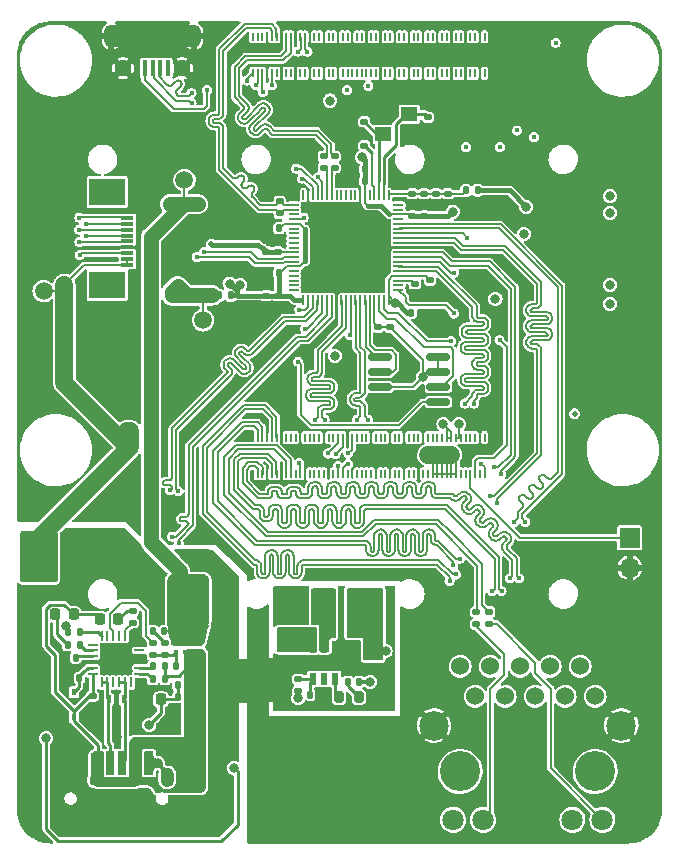
<source format=gbr>
%TF.GenerationSoftware,KiCad,Pcbnew,(6.0.4)*%
%TF.CreationDate,2022-08-11T23:06:15+02:00*%
%TF.ProjectId,MainBoard,4d61696e-426f-4617-9264-2e6b69636164,rev?*%
%TF.SameCoordinates,PXa344e00PY7102aa0*%
%TF.FileFunction,Copper,L1,Top*%
%TF.FilePolarity,Positive*%
%FSLAX46Y46*%
G04 Gerber Fmt 4.6, Leading zero omitted, Abs format (unit mm)*
G04 Created by KiCad (PCBNEW (6.0.4)) date 2022-08-11 23:06:15*
%MOMM*%
%LPD*%
G01*
G04 APERTURE LIST*
G04 Aperture macros list*
%AMRoundRect*
0 Rectangle with rounded corners*
0 $1 Rounding radius*
0 $2 $3 $4 $5 $6 $7 $8 $9 X,Y pos of 4 corners*
0 Add a 4 corners polygon primitive as box body*
4,1,4,$2,$3,$4,$5,$6,$7,$8,$9,$2,$3,0*
0 Add four circle primitives for the rounded corners*
1,1,$1+$1,$2,$3*
1,1,$1+$1,$4,$5*
1,1,$1+$1,$6,$7*
1,1,$1+$1,$8,$9*
0 Add four rect primitives between the rounded corners*
20,1,$1+$1,$2,$3,$4,$5,0*
20,1,$1+$1,$4,$5,$6,$7,0*
20,1,$1+$1,$6,$7,$8,$9,0*
20,1,$1+$1,$8,$9,$2,$3,0*%
G04 Aperture macros list end*
%TA.AperFunction,SMDPad,CuDef*%
%ADD10RoundRect,0.150000X-0.825000X-0.150000X0.825000X-0.150000X0.825000X0.150000X-0.825000X0.150000X0*%
%TD*%
%TA.AperFunction,SMDPad,CuDef*%
%ADD11RoundRect,0.140000X0.140000X0.170000X-0.140000X0.170000X-0.140000X-0.170000X0.140000X-0.170000X0*%
%TD*%
%TA.AperFunction,SMDPad,CuDef*%
%ADD12RoundRect,0.140000X0.170000X-0.140000X0.170000X0.140000X-0.170000X0.140000X-0.170000X-0.140000X0*%
%TD*%
%TA.AperFunction,SMDPad,CuDef*%
%ADD13RoundRect,0.250000X-0.250000X-0.475000X0.250000X-0.475000X0.250000X0.475000X-0.250000X0.475000X0*%
%TD*%
%TA.AperFunction,SMDPad,CuDef*%
%ADD14RoundRect,0.135000X-0.185000X0.135000X-0.185000X-0.135000X0.185000X-0.135000X0.185000X0.135000X0*%
%TD*%
%TA.AperFunction,SMDPad,CuDef*%
%ADD15RoundRect,0.140000X-0.170000X0.140000X-0.170000X-0.140000X0.170000X-0.140000X0.170000X0.140000X0*%
%TD*%
%TA.AperFunction,SMDPad,CuDef*%
%ADD16R,1.400000X1.200000*%
%TD*%
%TA.AperFunction,SMDPad,CuDef*%
%ADD17RoundRect,0.218750X0.218750X0.256250X-0.218750X0.256250X-0.218750X-0.256250X0.218750X-0.256250X0*%
%TD*%
%TA.AperFunction,SMDPad,CuDef*%
%ADD18RoundRect,0.140000X-0.140000X-0.170000X0.140000X-0.170000X0.140000X0.170000X-0.140000X0.170000X0*%
%TD*%
%TA.AperFunction,SMDPad,CuDef*%
%ADD19RoundRect,0.135000X0.135000X0.185000X-0.135000X0.185000X-0.135000X-0.185000X0.135000X-0.185000X0*%
%TD*%
%TA.AperFunction,SMDPad,CuDef*%
%ADD20R,0.980000X3.400000*%
%TD*%
%TA.AperFunction,SMDPad,CuDef*%
%ADD21R,0.599999X1.000001*%
%TD*%
%TA.AperFunction,SMDPad,CuDef*%
%ADD22RoundRect,0.225000X0.250000X-0.225000X0.250000X0.225000X-0.250000X0.225000X-0.250000X-0.225000X0*%
%TD*%
%TA.AperFunction,SMDPad,CuDef*%
%ADD23RoundRect,0.135000X0.185000X-0.135000X0.185000X0.135000X-0.185000X0.135000X-0.185000X-0.135000X0*%
%TD*%
%TA.AperFunction,SMDPad,CuDef*%
%ADD24R,0.550000X0.800000*%
%TD*%
%TA.AperFunction,ComponentPad*%
%ADD25R,1.700000X1.700000*%
%TD*%
%TA.AperFunction,ComponentPad*%
%ADD26O,1.700000X1.700000*%
%TD*%
%TA.AperFunction,SMDPad,CuDef*%
%ADD27RoundRect,0.250000X-0.787500X-1.025000X0.787500X-1.025000X0.787500X1.025000X-0.787500X1.025000X0*%
%TD*%
%TA.AperFunction,SMDPad,CuDef*%
%ADD28R,1.100000X0.300000*%
%TD*%
%TA.AperFunction,SMDPad,CuDef*%
%ADD29R,3.100000X2.300000*%
%TD*%
%TA.AperFunction,SMDPad,CuDef*%
%ADD30RoundRect,0.225000X0.225000X0.250000X-0.225000X0.250000X-0.225000X-0.250000X0.225000X-0.250000X0*%
%TD*%
%TA.AperFunction,SMDPad,CuDef*%
%ADD31R,0.450000X0.700000*%
%TD*%
%TA.AperFunction,SMDPad,CuDef*%
%ADD32RoundRect,0.250000X0.250000X0.475000X-0.250000X0.475000X-0.250000X-0.475000X0.250000X-0.475000X0*%
%TD*%
%TA.AperFunction,SMDPad,CuDef*%
%ADD33RoundRect,0.200000X-0.200000X-0.275000X0.200000X-0.275000X0.200000X0.275000X-0.200000X0.275000X0*%
%TD*%
%TA.AperFunction,SMDPad,CuDef*%
%ADD34RoundRect,0.062500X0.062500X-0.350000X0.062500X0.350000X-0.062500X0.350000X-0.062500X-0.350000X0*%
%TD*%
%TA.AperFunction,SMDPad,CuDef*%
%ADD35RoundRect,0.062500X0.350000X-0.062500X0.350000X0.062500X-0.350000X0.062500X-0.350000X-0.062500X0*%
%TD*%
%TA.AperFunction,SMDPad,CuDef*%
%ADD36R,2.700000X2.700000*%
%TD*%
%TA.AperFunction,SMDPad,CuDef*%
%ADD37C,1.500000*%
%TD*%
%TA.AperFunction,SMDPad,CuDef*%
%ADD38RoundRect,0.147500X0.147500X0.172500X-0.147500X0.172500X-0.147500X-0.172500X0.147500X-0.172500X0*%
%TD*%
%TA.AperFunction,SMDPad,CuDef*%
%ADD39RoundRect,0.135000X-0.135000X-0.185000X0.135000X-0.185000X0.135000X0.185000X-0.135000X0.185000X0*%
%TD*%
%TA.AperFunction,SMDPad,CuDef*%
%ADD40RoundRect,0.225000X-0.250000X0.225000X-0.250000X-0.225000X0.250000X-0.225000X0.250000X0.225000X0*%
%TD*%
%TA.AperFunction,SMDPad,CuDef*%
%ADD41R,0.425000X0.400000*%
%TD*%
%TA.AperFunction,SMDPad,CuDef*%
%ADD42R,1.150000X0.950000*%
%TD*%
%TA.AperFunction,SMDPad,CuDef*%
%ADD43R,0.750000X0.300000*%
%TD*%
%TA.AperFunction,SMDPad,CuDef*%
%ADD44RoundRect,0.147500X-0.147500X-0.172500X0.147500X-0.172500X0.147500X0.172500X-0.147500X0.172500X0*%
%TD*%
%TA.AperFunction,SMDPad,CuDef*%
%ADD45R,0.400000X1.350000*%
%TD*%
%TA.AperFunction,SMDPad,CuDef*%
%ADD46R,1.200000X1.900000*%
%TD*%
%TA.AperFunction,ComponentPad*%
%ADD47O,1.200000X1.900000*%
%TD*%
%TA.AperFunction,ComponentPad*%
%ADD48C,1.450000*%
%TD*%
%TA.AperFunction,SMDPad,CuDef*%
%ADD49R,1.500000X1.900000*%
%TD*%
%TA.AperFunction,WasherPad*%
%ADD50C,3.400000*%
%TD*%
%TA.AperFunction,ComponentPad*%
%ADD51C,1.524000*%
%TD*%
%TA.AperFunction,ComponentPad*%
%ADD52C,1.800000*%
%TD*%
%TA.AperFunction,ComponentPad*%
%ADD53C,2.500000*%
%TD*%
%TA.AperFunction,SMDPad,CuDef*%
%ADD54R,0.200000X0.700000*%
%TD*%
%TA.AperFunction,SMDPad,CuDef*%
%ADD55R,0.700000X2.000000*%
%TD*%
%TA.AperFunction,SMDPad,CuDef*%
%ADD56R,0.760000X2.000000*%
%TD*%
%TA.AperFunction,SMDPad,CuDef*%
%ADD57R,0.800000X2.000000*%
%TD*%
%TA.AperFunction,ComponentPad*%
%ADD58O,1.100000X1.600000*%
%TD*%
%TA.AperFunction,ComponentPad*%
%ADD59O,1.600000X1.100000*%
%TD*%
%TA.AperFunction,SMDPad,CuDef*%
%ADD60RoundRect,0.218750X-0.218750X-0.256250X0.218750X-0.256250X0.218750X0.256250X-0.218750X0.256250X0*%
%TD*%
%TA.AperFunction,SMDPad,CuDef*%
%ADD61RoundRect,0.050000X0.050000X-0.362500X0.050000X0.362500X-0.050000X0.362500X-0.050000X-0.362500X0*%
%TD*%
%TA.AperFunction,SMDPad,CuDef*%
%ADD62RoundRect,0.050000X0.362500X-0.050000X0.362500X0.050000X-0.362500X0.050000X-0.362500X-0.050000X0*%
%TD*%
%TA.AperFunction,ComponentPad*%
%ADD63C,0.500000*%
%TD*%
%TA.AperFunction,SMDPad,CuDef*%
%ADD64R,3.800000X3.800000*%
%TD*%
%TA.AperFunction,SMDPad,CuDef*%
%ADD65R,0.450000X0.600000*%
%TD*%
%TA.AperFunction,ViaPad*%
%ADD66C,0.800000*%
%TD*%
%TA.AperFunction,ViaPad*%
%ADD67C,0.450000*%
%TD*%
%TA.AperFunction,ViaPad*%
%ADD68C,0.500000*%
%TD*%
%TA.AperFunction,Conductor*%
%ADD69C,0.200000*%
%TD*%
%TA.AperFunction,Conductor*%
%ADD70C,0.147000*%
%TD*%
%TA.AperFunction,Conductor*%
%ADD71C,0.150000*%
%TD*%
%TA.AperFunction,Conductor*%
%ADD72C,0.250000*%
%TD*%
%TA.AperFunction,Conductor*%
%ADD73C,0.160000*%
%TD*%
%TA.AperFunction,Conductor*%
%ADD74C,0.400000*%
%TD*%
%TA.AperFunction,Conductor*%
%ADD75C,0.130000*%
%TD*%
%TA.AperFunction,Conductor*%
%ADD76C,1.300000*%
%TD*%
%TA.AperFunction,Conductor*%
%ADD77C,1.500000*%
%TD*%
%TA.AperFunction,Conductor*%
%ADD78C,0.300000*%
%TD*%
G04 APERTURE END LIST*
D10*
%TO.P,U5,1,~{CS}*%
%TO.N,/PCIe_sata/SPI_CS*%
X31025000Y41405000D03*
%TO.P,U5,2,SO/IO1*%
%TO.N,/PCIe_sata/SPI_DI*%
X31025000Y40135000D03*
%TO.P,U5,3,~{WP}/IO2*%
%TO.N,+3V3*%
X31025000Y38865000D03*
%TO.P,U5,4,GND*%
%TO.N,GND*%
X31025000Y37595000D03*
%TO.P,U5,5,SI/IO0*%
%TO.N,/PCIe_sata/SPI_DO*%
X35975000Y37595000D03*
%TO.P,U5,6,SCK*%
%TO.N,/PCIe_sata/SPI_CLK*%
X35975000Y38865000D03*
%TO.P,U5,7,~{HOLD}/IO3*%
%TO.N,+3V3*%
X35975000Y40135000D03*
%TO.P,U5,8,VCC*%
X35975000Y41405000D03*
%TD*%
D11*
%TO.P,C65,1*%
%TO.N,+12V*%
X12780000Y18200000D03*
%TO.P,C65,2*%
%TO.N,Net-(C65-Pad2)*%
X11820000Y18200000D03*
%TD*%
%TO.P,C84,1*%
%TO.N,Net-(C84-Pad1)*%
X29280000Y13900000D03*
%TO.P,C84,2*%
%TO.N,Net-(C84-Pad2)*%
X28320000Y13900000D03*
%TD*%
D12*
%TO.P,C62,1*%
%TO.N,GND*%
X6700000Y11720000D03*
%TO.P,C62,2*%
%TO.N,VBUS*%
X6700000Y12680000D03*
%TD*%
D13*
%TO.P,C72,1*%
%TO.N,GND*%
X12170000Y22000000D03*
%TO.P,C72,2*%
%TO.N,+12V*%
X14070000Y22000000D03*
%TD*%
D14*
%TO.P,R25,1*%
%TO.N,Net-(R25-Pad1)*%
X24100000Y14110000D03*
%TO.P,R25,2*%
%TO.N,+1V0*%
X24100000Y13090000D03*
%TD*%
D12*
%TO.P,C30,1*%
%TO.N,/PCIe_sata/VAA1*%
X36770000Y55220000D03*
%TO.P,C30,2*%
%TO.N,GND*%
X36770000Y56180000D03*
%TD*%
D15*
%TO.P,C37,1*%
%TO.N,VDD*%
X35275000Y47880000D03*
%TO.P,C37,2*%
%TO.N,GND*%
X35275000Y46920000D03*
%TD*%
D16*
%TO.P,Y1,1,1*%
%TO.N,Net-(C2-Pad1)*%
X31300000Y60250000D03*
%TO.P,Y1,2,2*%
%TO.N,GND*%
X33500000Y60250000D03*
%TO.P,Y1,3,3*%
%TO.N,Net-(C11-Pad1)*%
X33500000Y61950000D03*
%TO.P,Y1,4,4*%
%TO.N,GND*%
X31300000Y61950000D03*
%TD*%
D17*
%TO.P,D10,1,K*%
%TO.N,Net-(D10-Pad1)*%
X8887500Y19200000D03*
%TO.P,D10,2,A*%
%TO.N,VBUS*%
X7312500Y19200000D03*
%TD*%
D18*
%TO.P,C64,1*%
%TO.N,GND*%
X4290000Y15900000D03*
%TO.P,C64,2*%
%TO.N,Net-(C64-Pad2)*%
X5250000Y15900000D03*
%TD*%
D19*
%TO.P,R16,1*%
%TO.N,VBUS*%
X14810000Y15200000D03*
%TO.P,R16,2*%
%TO.N,Net-(Q1-Pad3)*%
X13790000Y15200000D03*
%TD*%
D20*
%TO.P,L2,1,1*%
%TO.N,Net-(C84-Pad1)*%
X26615000Y19900000D03*
%TO.P,L2,2,2*%
%TO.N,+1V0*%
X28985000Y19900000D03*
%TD*%
D12*
%TO.P,C45,1*%
%TO.N,VDD*%
X33770000Y53320000D03*
%TO.P,C45,2*%
%TO.N,GND*%
X33770000Y54280000D03*
%TD*%
D21*
%TO.P,U8,1,GND*%
%TO.N,GND*%
X27250001Y16875001D03*
%TO.P,U8,2,SW*%
%TO.N,Net-(C84-Pad1)*%
X26300000Y16875001D03*
%TO.P,U8,3,VIN*%
%TO.N,+12V*%
X25350002Y16875001D03*
%TO.P,U8,4,FB*%
%TO.N,Net-(R25-Pad1)*%
X25350002Y14125001D03*
%TO.P,U8,5,EN*%
%TO.N,unconnected-(U8-Pad5)*%
X26300000Y14125001D03*
%TO.P,U8,6,BOOT*%
%TO.N,Net-(R24-Pad1)*%
X27250001Y14125001D03*
%TD*%
D22*
%TO.P,C82,1*%
%TO.N,GND*%
X23000000Y15625000D03*
%TO.P,C82,2*%
%TO.N,+12V*%
X23000000Y17175000D03*
%TD*%
D23*
%TO.P,R19,1*%
%TO.N,Net-(Q1-Pad3)*%
X12800000Y16190000D03*
%TO.P,R19,2*%
%TO.N,Net-(C65-Pad2)*%
X12800000Y17210000D03*
%TD*%
D11*
%TO.P,C49,1*%
%TO.N,VDD*%
X29750000Y56300000D03*
%TO.P,C49,2*%
%TO.N,GND*%
X28790000Y56300000D03*
%TD*%
D15*
%TO.P,C54,1*%
%TO.N,VDD*%
X21400000Y46580000D03*
%TO.P,C54,2*%
%TO.N,GND*%
X21400000Y45620000D03*
%TD*%
D24*
%TO.P,D5,1,K1*%
%TO.N,VBUS*%
X15047700Y11325400D03*
%TO.P,D5,2,A*%
%TO.N,GND*%
X13797700Y11325400D03*
%TD*%
D15*
%TO.P,C11,1*%
%TO.N,Net-(C11-Pad1)*%
X35100000Y61680000D03*
%TO.P,C11,2*%
%TO.N,GND*%
X35100000Y60720000D03*
%TD*%
D14*
%TO.P,R10,1*%
%TO.N,Net-(R10-Pad1)*%
X33975000Y47585000D03*
%TO.P,R10,2*%
%TO.N,GND*%
X33975000Y46565000D03*
%TD*%
D25*
%TO.P,J6,1,Pin_1*%
%TO.N,/CM4/n_eeprom_en*%
X52170000Y26075000D03*
D26*
%TO.P,J6,2,Pin_2*%
%TO.N,GND*%
X52170000Y23535000D03*
%TD*%
D14*
%TO.P,R2,1*%
%TO.N,/CM4/LEDY*%
X40270000Y19810000D03*
%TO.P,R2,2*%
%TO.N,Net-(R2-Pad2)*%
X40270000Y18790000D03*
%TD*%
%TO.P,R3,1*%
%TO.N,GND*%
X29700000Y60310000D03*
%TO.P,R3,2*%
%TO.N,Net-(R3-Pad2)*%
X29700000Y59290000D03*
%TD*%
D12*
%TO.P,C27,1*%
%TO.N,VDD*%
X34770000Y53320000D03*
%TO.P,C27,2*%
%TO.N,GND*%
X34770000Y54280000D03*
%TD*%
D27*
%TO.P,C79,1*%
%TO.N,+5V*%
X2157500Y25300000D03*
%TO.P,C79,2*%
%TO.N,GND*%
X8382500Y25300000D03*
%TD*%
D28*
%TO.P,J8,1,Pin_1*%
%TO.N,GND*%
X9650000Y53675000D03*
%TO.P,J8,2,Pin_2*%
%TO.N,/CM4/SPI_CLK*%
X9650000Y53175000D03*
%TO.P,J8,3,Pin_3*%
%TO.N,/CM4/SPI_MISO*%
X9650000Y52675000D03*
%TO.P,J8,4,Pin_4*%
%TO.N,/CM4/SPI_MOSI*%
X9650000Y52175000D03*
%TO.P,J8,5,Pin_5*%
%TO.N,/CM4/SPI_EN0*%
X9650000Y51675000D03*
%TO.P,J8,6,Pin_6*%
%TO.N,/CM4/SPI_EN1*%
X9650000Y51175000D03*
%TO.P,J8,7,Pin_7*%
%TO.N,GND*%
X9650000Y50675000D03*
%TO.P,J8,8,Pin_8*%
%TO.N,/CM4/Global_en*%
X9650000Y50175000D03*
%TO.P,J8,9,Pin_9*%
%TO.N,+5V*%
X9650000Y49675000D03*
%TO.P,J8,10,Pin_10*%
X9650000Y49175000D03*
D29*
%TO.P,J8,MP*%
%TO.N,N/C*%
X7950000Y47505000D03*
X7950000Y55345000D03*
%TD*%
D12*
%TO.P,C50,1*%
%TO.N,+3V3*%
X22400000Y50320000D03*
%TO.P,C50,2*%
%TO.N,GND*%
X22400000Y51280000D03*
%TD*%
D30*
%TO.P,C61,1*%
%TO.N,Net-(C61-Pad1)*%
X12475000Y12400000D03*
%TO.P,C61,2*%
%TO.N,GND*%
X10925000Y12400000D03*
%TD*%
D14*
%TO.P,R1,1*%
%TO.N,/CM4/LEDG*%
X39185000Y19800000D03*
%TO.P,R1,2*%
%TO.N,Net-(R1-Pad2)*%
X39185000Y18780000D03*
%TD*%
D13*
%TO.P,C67,1*%
%TO.N,GND*%
X12170000Y19950000D03*
%TO.P,C67,2*%
%TO.N,+12V*%
X14070000Y19950000D03*
%TD*%
D14*
%TO.P,R4,1*%
%TO.N,/CM4/PCIE_CLK_P*%
X22540000Y54570000D03*
%TO.P,R4,2*%
%TO.N,/CM4/PCIE_CLK_N*%
X22540000Y53550000D03*
%TD*%
D15*
%TO.P,C12,1*%
%TO.N,/CM4/PCIE_RX_P*%
X26250000Y58380000D03*
%TO.P,C12,2*%
%TO.N,Net-(C12-Pad2)*%
X26250000Y57420000D03*
%TD*%
D11*
%TO.P,C32,1*%
%TO.N,VDD*%
X22480000Y52300000D03*
%TO.P,C32,2*%
%TO.N,GND*%
X21520000Y52300000D03*
%TD*%
D31*
%TO.P,D6,1,K*%
%TO.N,/Power/CC1*%
X9350000Y12400000D03*
%TO.P,D6,2,K*%
%TO.N,/Power/CC2*%
X8050000Y12400000D03*
%TO.P,D6,3,A*%
%TO.N,GND*%
X8700000Y10400000D03*
%TD*%
D32*
%TO.P,C81,1*%
%TO.N,GND*%
X17520000Y19950000D03*
%TO.P,C81,2*%
%TO.N,+12V*%
X15620000Y19950000D03*
%TD*%
D18*
%TO.P,C42,1*%
%TO.N,VDD*%
X33690000Y45150000D03*
%TO.P,C42,2*%
%TO.N,GND*%
X34650000Y45150000D03*
%TD*%
D33*
%TO.P,R24,1*%
%TO.N,Net-(R24-Pad1)*%
X27575000Y12600000D03*
%TO.P,R24,2*%
%TO.N,Net-(C84-Pad2)*%
X29225000Y12600000D03*
%TD*%
D15*
%TO.P,C44,1*%
%TO.N,+3V3*%
X31875000Y43930000D03*
%TO.P,C44,2*%
%TO.N,GND*%
X31875000Y42970000D03*
%TD*%
D11*
%TO.P,C43,1*%
%TO.N,VDD*%
X22450000Y48500000D03*
%TO.P,C43,2*%
%TO.N,GND*%
X21490000Y48500000D03*
%TD*%
D34*
%TO.P,U6,1,CC1DB*%
%TO.N,/Power/CC2*%
X7450000Y13837500D03*
%TO.P,U6,2,CC1*%
X7950000Y13837500D03*
%TO.P,U6,3,NC*%
%TO.N,unconnected-(U6-Pad3)*%
X8450000Y13837500D03*
%TO.P,U6,4,CC2*%
%TO.N,/Power/CC1*%
X8950000Y13837500D03*
%TO.P,U6,5,CC2DB*%
X9450000Y13837500D03*
%TO.P,U6,6,RESET*%
%TO.N,unconnected-(U6-Pad6)*%
X9950000Y13837500D03*
D35*
%TO.P,U6,7,SCL*%
%TO.N,/Power/SLC*%
X10662500Y14550000D03*
%TO.P,U6,8,SDA*%
%TO.N,/Power/SDA*%
X10662500Y15050000D03*
%TO.P,U6,9,DISCH*%
%TO.N,GND*%
X10662500Y15550000D03*
%TO.P,U6,10,GND*%
X10662500Y16050000D03*
%TO.P,U6,11,ATTACH*%
%TO.N,unconnected-(U6-Pad11)*%
X10662500Y16550000D03*
%TO.P,U6,12,ADDR0*%
%TO.N,GND*%
X10662500Y17050000D03*
D34*
%TO.P,U6,13,ADDR1*%
X9950000Y17762500D03*
%TO.P,U6,14,POWER_OK3*%
%TO.N,Net-(R17-Pad1)*%
X9450000Y17762500D03*
%TO.P,U6,15,GPIO*%
%TO.N,unconnected-(U6-Pad15)*%
X8950000Y17762500D03*
%TO.P,U6,16,VBUS_EN_SNK*%
%TO.N,Net-(R18-Pad2)*%
X8450000Y17762500D03*
%TO.P,U6,17,A_B_SIDE*%
%TO.N,unconnected-(U6-Pad17)*%
X7950000Y17762500D03*
%TO.P,U6,18,VBUS_VS_DISCH*%
%TO.N,/Power/Vbus_vs_Disch*%
X7450000Y17762500D03*
D35*
%TO.P,U6,19,ALERT*%
%TO.N,unconnected-(U6-Pad19)*%
X6737500Y17050000D03*
%TO.P,U6,20,POWER_OK2*%
%TO.N,Net-(R15-Pad1)*%
X6737500Y16550000D03*
%TO.P,U6,21,VREG_1V2*%
%TO.N,Net-(C64-Pad2)*%
X6737500Y16050000D03*
%TO.P,U6,22,VSYS*%
%TO.N,GND*%
X6737500Y15550000D03*
%TO.P,U6,23,VREG_2V7*%
%TO.N,Net-(C63-Pad2)*%
X6737500Y15050000D03*
%TO.P,U6,24,VDD*%
%TO.N,VBUS*%
X6737500Y14550000D03*
D36*
%TO.P,U6,25,GND*%
%TO.N,GND*%
X8700000Y15800000D03*
%TD*%
D37*
%TO.P,TP2,1,1*%
%TO.N,+12V*%
X14475000Y56375000D03*
%TD*%
D38*
%TO.P,FB4,1*%
%TO.N,+1V8*%
X39285000Y55500000D03*
%TO.P,FB4,2*%
%TO.N,/PCIe_sata/VAA1*%
X38315000Y55500000D03*
%TD*%
D39*
%TO.P,R12,1*%
%TO.N,/Power/SLC*%
X11790000Y14100000D03*
%TO.P,R12,2*%
%TO.N,VBUS*%
X12810000Y14100000D03*
%TD*%
D40*
%TO.P,C60,1*%
%TO.N,VBUS*%
X15500000Y5175000D03*
%TO.P,C60,2*%
%TO.N,GND*%
X15500000Y3625000D03*
%TD*%
D41*
%TO.P,Q1,1,D*%
%TO.N,+12V*%
X13762500Y17750000D03*
%TO.P,Q1,2,D*%
X13762500Y17100000D03*
%TO.P,Q1,3,G*%
%TO.N,Net-(Q1-Pad3)*%
X13762500Y16450000D03*
%TO.P,Q1,4,S*%
%TO.N,VBUS*%
X15637500Y16450000D03*
%TO.P,Q1,5,D*%
%TO.N,+12V*%
X15637500Y17100000D03*
%TO.P,Q1,6,D*%
X15637500Y17750000D03*
D42*
%TO.P,Q1,D,D*%
X14700000Y17425000D03*
D43*
%TO.P,Q1,S,S*%
%TO.N,VBUS*%
X14700000Y16450000D03*
%TD*%
D12*
%TO.P,C25,1*%
%TO.N,/PCIe_sata/VAA1*%
X35770000Y55220000D03*
%TO.P,C25,2*%
%TO.N,GND*%
X35770000Y56180000D03*
%TD*%
D15*
%TO.P,C13,1*%
%TO.N,/CM4/PCIE_RX_N*%
X27200000Y58380000D03*
%TO.P,C13,2*%
%TO.N,Net-(C13-Pad2)*%
X27200000Y57420000D03*
%TD*%
D11*
%TO.P,C22,1*%
%TO.N,VDD*%
X29750000Y57300000D03*
%TO.P,C22,2*%
%TO.N,GND*%
X28790000Y57300000D03*
%TD*%
D13*
%TO.P,C85,1*%
%TO.N,GND*%
X28650000Y16600000D03*
%TO.P,C85,2*%
%TO.N,+1V0*%
X30550000Y16600000D03*
%TD*%
D39*
%TO.P,R13,1*%
%TO.N,Net-(C61-Pad1)*%
X4590000Y18100000D03*
%TO.P,R13,2*%
%TO.N,/Power/Vbus_vs_Disch*%
X5610000Y18100000D03*
%TD*%
D23*
%TO.P,R18,1*%
%TO.N,Net-(Q1-Pad3)*%
X11800000Y16190000D03*
%TO.P,R18,2*%
%TO.N,Net-(R18-Pad2)*%
X11800000Y17210000D03*
%TD*%
D12*
%TO.P,C83,1*%
%TO.N,GND*%
X24200000Y15920000D03*
%TO.P,C83,2*%
%TO.N,+12V*%
X24200000Y16880000D03*
%TD*%
D15*
%TO.P,C51,1*%
%TO.N,VDD*%
X22400000Y46580000D03*
%TO.P,C51,2*%
%TO.N,GND*%
X22400000Y45620000D03*
%TD*%
%TO.P,C46,1*%
%TO.N,+3V3*%
X30875000Y43930000D03*
%TO.P,C46,2*%
%TO.N,GND*%
X30875000Y42970000D03*
%TD*%
D37*
%TO.P,TP3,1,1*%
%TO.N,+5V*%
X2550000Y46975000D03*
%TD*%
D44*
%TO.P,D7,1,K*%
%TO.N,Net-(C61-Pad1)*%
X13915000Y13600000D03*
%TO.P,D7,2,A*%
%TO.N,VBUS*%
X14885000Y13600000D03*
%TD*%
D45*
%TO.P,J7,1,VBUS*%
%TO.N,unconnected-(J7-Pad1)*%
X13070000Y65847500D03*
%TO.P,J7,2,D-*%
%TO.N,/CM4/USB-*%
X12420000Y65847500D03*
%TO.P,J7,3,D+*%
%TO.N,/CM4/USB+*%
X11770000Y65847500D03*
%TO.P,J7,4,ID*%
%TO.N,/CM4/OTG_ID*%
X11120000Y65847500D03*
%TO.P,J7,5,GND*%
%TO.N,GND*%
X10470000Y65847500D03*
D46*
%TO.P,J7,6,Shield*%
X14670000Y68547500D03*
D47*
X15270000Y68547500D03*
D48*
X9270000Y65847500D03*
D47*
X8270000Y68547500D03*
D49*
X12770000Y68547500D03*
D46*
X8870000Y68547500D03*
D48*
X14270000Y65847500D03*
D49*
X10770000Y68547500D03*
%TD*%
D19*
%TO.P,R11,1*%
%TO.N,VBUS*%
X14910000Y12600000D03*
%TO.P,R11,2*%
%TO.N,Net-(C61-Pad1)*%
X13890000Y12600000D03*
%TD*%
D32*
%TO.P,C78,1*%
%TO.N,GND*%
X17540000Y22000000D03*
%TO.P,C78,2*%
%TO.N,+12V*%
X15640000Y22000000D03*
%TD*%
D39*
%TO.P,R14,1*%
%TO.N,/Power/SDA*%
X11790000Y15200000D03*
%TO.P,R14,2*%
%TO.N,VBUS*%
X12810000Y15200000D03*
%TD*%
D50*
%TO.P,U3,*%
%TO.N,*%
X49250000Y6300000D03*
X37820000Y6300000D03*
D51*
%TO.P,U3,1,TRD0+*%
%TO.N,/CM4/TRD0+*%
X37820000Y15190000D03*
%TO.P,U3,2,TRD0-*%
%TO.N,/CM4/TRD0-*%
X39090000Y12650000D03*
%TO.P,U3,3,TRD1+*%
%TO.N,/CM4/TRD1+*%
X40360000Y15190000D03*
%TO.P,U3,4,TRD1-*%
%TO.N,/CM4/TRD1-*%
X41630000Y12650000D03*
%TO.P,U3,5,CT*%
%TO.N,Net-(C1-Pad1)*%
X42900000Y15190000D03*
%TO.P,U3,6,CT*%
X44170000Y12650000D03*
%TO.P,U3,7,TRD2+*%
%TO.N,/CM4/TRD2+*%
X45440000Y15190000D03*
%TO.P,U3,8,TRD2-*%
%TO.N,/CM4/TRD2-*%
X46710000Y12650000D03*
%TO.P,U3,9,TRD3+*%
%TO.N,/CM4/TRD3+*%
X47980000Y15190000D03*
%TO.P,U3,10,TRD3-*%
%TO.N,/CM4/TRD3-*%
X49250000Y12650000D03*
D52*
%TO.P,U3,11,LEDG_A*%
%TO.N,+3V3*%
X37210000Y2190000D03*
%TO.P,U3,12,LEDG_K*%
%TO.N,Net-(R1-Pad2)*%
X39750000Y2190000D03*
%TO.P,U3,13,LEDY_A*%
%TO.N,+3V3*%
X47320000Y2190000D03*
%TO.P,U3,14,LEDY_K*%
%TO.N,Net-(R2-Pad2)*%
X49860000Y2190000D03*
D53*
%TO.P,U3,sh,SHIELD*%
%TO.N,GND*%
X35610000Y10190000D03*
X51460000Y10190000D03*
%TD*%
D23*
%TO.P,R17,1*%
%TO.N,Net-(R17-Pad1)*%
X10100000Y18890000D03*
%TO.P,R17,2*%
%TO.N,Net-(D10-Pad1)*%
X10100000Y19910000D03*
%TD*%
D18*
%TO.P,C63,1*%
%TO.N,GND*%
X4620000Y14200000D03*
%TO.P,C63,2*%
%TO.N,Net-(C63-Pad2)*%
X5580000Y14200000D03*
%TD*%
D54*
%TO.P,Module1,1,GND*%
%TO.N,GND*%
X20280000Y31490000D03*
%TO.P,Module1,2,GND*%
X20280000Y34570000D03*
%TO.P,Module1,3,Ethernet_Pair3_P*%
%TO.N,/CM4/TRD3+*%
X20680000Y31490000D03*
%TO.P,Module1,4,Ethernet_Pair1_P*%
%TO.N,/CM4/TRD1+*%
X20680000Y34570000D03*
%TO.P,Module1,5,Ethernet_Pair3_N*%
%TO.N,/CM4/TRD3-*%
X21080000Y31490000D03*
%TO.P,Module1,6,Ethernet_Pair1_N*%
%TO.N,/CM4/TRD1-*%
X21080000Y34570000D03*
%TO.P,Module1,7,GND*%
%TO.N,GND*%
X21480000Y31490000D03*
%TO.P,Module1,8,GND*%
X21480000Y34570000D03*
%TO.P,Module1,9,Ethernet_Pair2_N*%
%TO.N,/CM4/TRD2+*%
X21880000Y31490000D03*
%TO.P,Module1,10,Ethernet_Pair0_N*%
%TO.N,/CM4/TRD0+*%
X21880000Y34570000D03*
%TO.P,Module1,11,Ethernet_Pair2_P*%
%TO.N,/CM4/TRD2-*%
X22280000Y31490000D03*
%TO.P,Module1,12,Ethernet_Pair0_P*%
%TO.N,/CM4/TRD0-*%
X22280000Y34570000D03*
%TO.P,Module1,13,GND*%
%TO.N,GND*%
X22680000Y31490000D03*
%TO.P,Module1,14,GND*%
X22680000Y34570000D03*
%TO.P,Module1,15,Ethernet_nLED3(3.3v)*%
%TO.N,/CM4/LEDY*%
X23080000Y31490000D03*
%TO.P,Module1,16,Ethernet_SYNC_IN(1.8v)*%
%TO.N,unconnected-(Module1-Pad16)*%
X23080000Y34570000D03*
%TO.P,Module1,17,Ethernet_nLED2(3.3v)*%
%TO.N,/CM4/LEDG*%
X23480000Y31490000D03*
%TO.P,Module1,18,Ethernet_SYNC_OUT(1.8v)*%
%TO.N,unconnected-(Module1-Pad18)*%
X23480000Y34570000D03*
%TO.P,Module1,19,Ethernet_nLED1(3.3v)*%
%TO.N,unconnected-(Module1-Pad19)*%
X23880000Y31490000D03*
%TO.P,Module1,20,EEPROM_nWP*%
%TO.N,unconnected-(Module1-Pad20)*%
X23880000Y34570000D03*
%TO.P,Module1,21,PI_nLED_Activity*%
%TO.N,Net-(Module1-Pad21)*%
X24280000Y31490000D03*
%TO.P,Module1,22,GND*%
%TO.N,GND*%
X24280000Y34570000D03*
%TO.P,Module1,23,GND*%
X24680000Y31490000D03*
%TO.P,Module1,24,GPIO26*%
%TO.N,unconnected-(Module1-Pad24)*%
X24680000Y34570000D03*
%TO.P,Module1,25,GPIO21*%
%TO.N,unconnected-(Module1-Pad25)*%
X25080000Y31490000D03*
%TO.P,Module1,26,GPIO19*%
%TO.N,unconnected-(Module1-Pad26)*%
X25080000Y34570000D03*
%TO.P,Module1,27,GPIO20*%
%TO.N,unconnected-(Module1-Pad27)*%
X25480000Y31490000D03*
%TO.P,Module1,28,GPIO13*%
%TO.N,unconnected-(Module1-Pad28)*%
X25480000Y34570000D03*
%TO.P,Module1,29,GPIO16*%
%TO.N,unconnected-(Module1-Pad29)*%
X25880000Y31490000D03*
%TO.P,Module1,30,GPIO6*%
%TO.N,unconnected-(Module1-Pad30)*%
X25880000Y34570000D03*
%TO.P,Module1,31,GPIO12*%
%TO.N,unconnected-(Module1-Pad31)*%
X26280000Y31490000D03*
%TO.P,Module1,32,GND*%
%TO.N,GND*%
X26280000Y34570000D03*
%TO.P,Module1,33,GND*%
X26680000Y31490000D03*
%TO.P,Module1,34,GPIO5*%
%TO.N,unconnected-(Module1-Pad34)*%
X26680000Y34570000D03*
%TO.P,Module1,35,ID_SC*%
%TO.N,unconnected-(Module1-Pad35)*%
X27080000Y31490000D03*
%TO.P,Module1,36,ID_SD*%
%TO.N,unconnected-(Module1-Pad36)*%
X27080000Y34570000D03*
%TO.P,Module1,37,GPIO7*%
%TO.N,/CM4/SPI_EN0*%
X27480000Y31490000D03*
%TO.P,Module1,38,GPIO11*%
%TO.N,/CM4/SPI_CLK*%
X27480000Y34570000D03*
%TO.P,Module1,39,GPIO8*%
%TO.N,/CM4/SPI_EN1*%
X27880000Y31490000D03*
%TO.P,Module1,40,GPIO9*%
%TO.N,/CM4/SPI_MISO*%
X27880000Y34570000D03*
%TO.P,Module1,41,GPIO25*%
%TO.N,unconnected-(Module1-Pad41)*%
X28280000Y31490000D03*
%TO.P,Module1,42,GND*%
%TO.N,GND*%
X28280000Y34570000D03*
%TO.P,Module1,43,GND*%
X28680000Y31490000D03*
%TO.P,Module1,44,GPIO10*%
%TO.N,/CM4/SPI_MOSI*%
X28680000Y34570000D03*
%TO.P,Module1,45,GPIO24*%
%TO.N,unconnected-(Module1-Pad45)*%
X29080000Y31490000D03*
%TO.P,Module1,46,GPIO22*%
%TO.N,unconnected-(Module1-Pad46)*%
X29080000Y34570000D03*
%TO.P,Module1,47,GPIO23*%
%TO.N,unconnected-(Module1-Pad47)*%
X29480000Y31490000D03*
%TO.P,Module1,48,GPIO27*%
%TO.N,unconnected-(Module1-Pad48)*%
X29480000Y34570000D03*
%TO.P,Module1,49,GPIO18*%
%TO.N,unconnected-(Module1-Pad49)*%
X29880000Y31490000D03*
%TO.P,Module1,50,GPIO17*%
%TO.N,unconnected-(Module1-Pad50)*%
X29880000Y34570000D03*
%TO.P,Module1,51,GPIO15*%
%TO.N,unconnected-(Module1-Pad51)*%
X30280000Y31490000D03*
%TO.P,Module1,52,GND*%
%TO.N,GND*%
X30280000Y34570000D03*
%TO.P,Module1,53,GND*%
X30680000Y31490000D03*
%TO.P,Module1,54,GPIO4*%
%TO.N,unconnected-(Module1-Pad54)*%
X30680000Y34570000D03*
%TO.P,Module1,55,GPIO14*%
%TO.N,unconnected-(Module1-Pad55)*%
X31080000Y31490000D03*
%TO.P,Module1,56,GPIO3*%
%TO.N,unconnected-(Module1-Pad56)*%
X31080000Y34570000D03*
%TO.P,Module1,57,SD_CLK*%
%TO.N,unconnected-(Module1-Pad57)*%
X31480000Y31490000D03*
%TO.P,Module1,58,GPIO2*%
%TO.N,unconnected-(Module1-Pad58)*%
X31480000Y34570000D03*
%TO.P,Module1,59,GND*%
%TO.N,GND*%
X31880000Y31490000D03*
%TO.P,Module1,60,GND*%
X31880000Y34570000D03*
%TO.P,Module1,61,SD_DAT3*%
%TO.N,unconnected-(Module1-Pad61)*%
X32280000Y31490000D03*
%TO.P,Module1,62,SD_CMD*%
%TO.N,unconnected-(Module1-Pad62)*%
X32280000Y34570000D03*
%TO.P,Module1,63,SD_DAT0*%
%TO.N,unconnected-(Module1-Pad63)*%
X32680000Y31490000D03*
%TO.P,Module1,64,SD_DAT5*%
%TO.N,unconnected-(Module1-Pad64)*%
X32680000Y34570000D03*
%TO.P,Module1,65,GND*%
%TO.N,GND*%
X33080000Y31490000D03*
%TO.P,Module1,66,GND*%
X33080000Y34570000D03*
%TO.P,Module1,67,SD_DAT1*%
%TO.N,unconnected-(Module1-Pad67)*%
X33480000Y31490000D03*
%TO.P,Module1,68,SD_DAT4*%
%TO.N,unconnected-(Module1-Pad68)*%
X33480000Y34570000D03*
%TO.P,Module1,69,SD_DAT2*%
%TO.N,unconnected-(Module1-Pad69)*%
X33880000Y31490000D03*
%TO.P,Module1,70,SD_DAT7*%
%TO.N,unconnected-(Module1-Pad70)*%
X33880000Y34570000D03*
%TO.P,Module1,71,GND*%
%TO.N,GND*%
X34280000Y31490000D03*
%TO.P,Module1,72,SD_DAT6*%
%TO.N,unconnected-(Module1-Pad72)*%
X34280000Y34570000D03*
%TO.P,Module1,73,SD_VDD_Override*%
%TO.N,unconnected-(Module1-Pad73)*%
X34680000Y31490000D03*
%TO.P,Module1,74,GND*%
%TO.N,GND*%
X34680000Y34570000D03*
%TO.P,Module1,75,SD_PWR_ON*%
%TO.N,unconnected-(Module1-Pad75)*%
X35080000Y31490000D03*
%TO.P,Module1,76,Reserved*%
%TO.N,unconnected-(Module1-Pad76)*%
X35080000Y34570000D03*
%TO.P,Module1,77,+5v_(Input)*%
%TO.N,+5V*%
X35480000Y31490000D03*
%TO.P,Module1,78,GPIO_VREF(1.8v/3.3v_Input)*%
%TO.N,unconnected-(Module1-Pad78)*%
X35480000Y34570000D03*
%TO.P,Module1,79,+5v_(Input)*%
%TO.N,+5V*%
X35880000Y31490000D03*
%TO.P,Module1,80,SCL0*%
%TO.N,unconnected-(Module1-Pad80)*%
X35880000Y34570000D03*
%TO.P,Module1,81,+5v_(Input)*%
%TO.N,+5V*%
X36280000Y31490000D03*
%TO.P,Module1,82,SDA0*%
%TO.N,unconnected-(Module1-Pad82)*%
X36280000Y34570000D03*
%TO.P,Module1,83,+5v_(Input)*%
%TO.N,+5V*%
X36680000Y31490000D03*
%TO.P,Module1,84,+3.3v_(Output)*%
%TO.N,+3V3*%
X36680000Y34570000D03*
%TO.P,Module1,85,+5v_(Input)*%
%TO.N,+5V*%
X37080000Y31490000D03*
%TO.P,Module1,86,+3.3v_(Output)*%
%TO.N,+3V3*%
X37080000Y34570000D03*
%TO.P,Module1,87,+5v_(Input)*%
%TO.N,+5V*%
X37480000Y31490000D03*
%TO.P,Module1,88,+1.8v_(Output)*%
%TO.N,+1V8*%
X37480000Y34570000D03*
%TO.P,Module1,89,WiFi_nDisable*%
%TO.N,unconnected-(Module1-Pad89)*%
X37880000Y31490000D03*
%TO.P,Module1,90,+1.8v_(Output)*%
%TO.N,+1V8*%
X37880000Y34570000D03*
%TO.P,Module1,91,BT_nDisable*%
%TO.N,unconnected-(Module1-Pad91)*%
X38280000Y31490000D03*
%TO.P,Module1,92,RUN_PG*%
%TO.N,unconnected-(Module1-Pad92)*%
X38280000Y34570000D03*
%TO.P,Module1,93,nRPIBOOT*%
%TO.N,/CM4/n_eeprom_en*%
X38680000Y31490000D03*
%TO.P,Module1,94,AnalogIP1*%
%TO.N,unconnected-(Module1-Pad94)*%
X38680000Y34570000D03*
%TO.P,Module1,95,nPI_LED_PWR*%
%TO.N,Net-(Module1-Pad95)*%
X39080000Y31490000D03*
%TO.P,Module1,96,AnalogIP0*%
%TO.N,unconnected-(Module1-Pad96)*%
X39080000Y34570000D03*
%TO.P,Module1,97,Camera_GPIO*%
%TO.N,unconnected-(Module1-Pad97)*%
X39480000Y31490000D03*
%TO.P,Module1,98,GND*%
%TO.N,GND*%
X39480000Y34570000D03*
%TO.P,Module1,99,Global_EN*%
%TO.N,/CM4/Global_en*%
X39880000Y31490000D03*
%TO.P,Module1,100,nEXTRST*%
%TO.N,unconnected-(Module1-Pad100)*%
X39880000Y34570000D03*
%TO.P,Module1,101,USB_OTG_ID*%
%TO.N,/CM4/OTG_ID*%
X20280000Y65410000D03*
%TO.P,Module1,102,PCIe_CLK_nREQ*%
%TO.N,/CM4/PCIE_CLK_nREQ*%
X20280000Y68490000D03*
%TO.P,Module1,103,USB2_N*%
%TO.N,/CM4/USB-*%
X20680000Y65410000D03*
%TO.P,Module1,104,Reserved*%
%TO.N,unconnected-(Module1-Pad104)*%
X20680000Y68490000D03*
%TO.P,Module1,105,USB2_P*%
%TO.N,/CM4/USB+*%
X21080000Y65410000D03*
%TO.P,Module1,106,Reserved*%
%TO.N,unconnected-(Module1-Pad106)*%
X21080000Y68490000D03*
%TO.P,Module1,107,GND*%
%TO.N,GND*%
X21480000Y65410000D03*
%TO.P,Module1,108,GND*%
X21480000Y68490000D03*
%TO.P,Module1,109,PCIe_nRST*%
%TO.N,/CM4/PCIE_nRST*%
X21880000Y65410000D03*
%TO.P,Module1,110,PCIe_CLK_P*%
%TO.N,/CM4/PCIE_CLK_P*%
X21880000Y68490000D03*
%TO.P,Module1,111,VDAC_COMP*%
%TO.N,unconnected-(Module1-Pad111)*%
X22280000Y65410000D03*
%TO.P,Module1,112,PCIe_CLK_N*%
%TO.N,/CM4/PCIE_CLK_N*%
X22280000Y68490000D03*
%TO.P,Module1,113,GND*%
%TO.N,GND*%
X22680000Y65410000D03*
%TO.P,Module1,114,GND*%
X22680000Y68490000D03*
%TO.P,Module1,115,CAM1_D0_N*%
%TO.N,unconnected-(Module1-Pad115)*%
X23080000Y65410000D03*
%TO.P,Module1,116,PCIe_RX_P*%
%TO.N,/CM4/PCIE_RX_P*%
X23080000Y68490000D03*
%TO.P,Module1,117,CAM1_D0_P*%
%TO.N,unconnected-(Module1-Pad117)*%
X23480000Y65410000D03*
%TO.P,Module1,118,PCIe_RX_N*%
%TO.N,/CM4/PCIE_RX_N*%
X23480000Y68490000D03*
%TO.P,Module1,119,GND*%
%TO.N,GND*%
X23880000Y65410000D03*
%TO.P,Module1,120,GND*%
X23880000Y68490000D03*
%TO.P,Module1,121,CAM1_D1_N*%
%TO.N,unconnected-(Module1-Pad121)*%
X24280000Y65410000D03*
%TO.P,Module1,122,PCIe_TX_P*%
%TO.N,/CM4/PCIE_TX_P*%
X24280000Y68490000D03*
%TO.P,Module1,123,CAM1_D1_P*%
%TO.N,unconnected-(Module1-Pad123)*%
X24680000Y65410000D03*
%TO.P,Module1,124,PCIe_TX_N*%
%TO.N,/CM4/PCIE_TX_N*%
X24680000Y68490000D03*
%TO.P,Module1,125,GND*%
%TO.N,GND*%
X25080000Y65410000D03*
%TO.P,Module1,126,GND*%
X25080000Y68490000D03*
%TO.P,Module1,127,CAM1_C_N*%
%TO.N,unconnected-(Module1-Pad127)*%
X25480000Y65410000D03*
%TO.P,Module1,128,CAM0_D0_N*%
%TO.N,unconnected-(Module1-Pad128)*%
X25480000Y68490000D03*
%TO.P,Module1,129,CAM1_C_P*%
%TO.N,unconnected-(Module1-Pad129)*%
X25880000Y65410000D03*
%TO.P,Module1,130,CAM0_D0_P*%
%TO.N,unconnected-(Module1-Pad130)*%
X25880000Y68490000D03*
%TO.P,Module1,131,GND*%
%TO.N,GND*%
X26280000Y65410000D03*
%TO.P,Module1,132,GND*%
X26280000Y68490000D03*
%TO.P,Module1,133,CAM1_D2_N*%
%TO.N,unconnected-(Module1-Pad133)*%
X26680000Y65410000D03*
%TO.P,Module1,134,CAM0_D1_N*%
%TO.N,unconnected-(Module1-Pad134)*%
X26680000Y68490000D03*
%TO.P,Module1,135,CAM1_D2_P*%
%TO.N,unconnected-(Module1-Pad135)*%
X27080000Y65410000D03*
%TO.P,Module1,136,CAM0_D1_P*%
%TO.N,unconnected-(Module1-Pad136)*%
X27080000Y68490000D03*
%TO.P,Module1,137,GND*%
%TO.N,GND*%
X27480000Y65410000D03*
%TO.P,Module1,138,GND*%
X27480000Y68490000D03*
%TO.P,Module1,139,CAM1_D3_N*%
%TO.N,unconnected-(Module1-Pad139)*%
X27880000Y65410000D03*
%TO.P,Module1,140,CAM0_C_N*%
%TO.N,unconnected-(Module1-Pad140)*%
X27880000Y68490000D03*
%TO.P,Module1,141,CAM1_D3_P*%
%TO.N,unconnected-(Module1-Pad141)*%
X28280000Y65410000D03*
%TO.P,Module1,142,CAM0_C_P*%
%TO.N,unconnected-(Module1-Pad142)*%
X28280000Y68490000D03*
%TO.P,Module1,143,HDMI1_HOTPLUG*%
%TO.N,unconnected-(Module1-Pad143)*%
X28680000Y65410000D03*
%TO.P,Module1,144,GND*%
%TO.N,GND*%
X28680000Y68490000D03*
%TO.P,Module1,145,HDMI1_SDA*%
%TO.N,unconnected-(Module1-Pad145)*%
X29080000Y65410000D03*
%TO.P,Module1,146,HDMI1_TX2_P*%
%TO.N,unconnected-(Module1-Pad146)*%
X29080000Y68490000D03*
%TO.P,Module1,147,HDMI1_SCL*%
%TO.N,unconnected-(Module1-Pad147)*%
X29480000Y65410000D03*
%TO.P,Module1,148,HDMI1_TX2_N*%
%TO.N,unconnected-(Module1-Pad148)*%
X29480000Y68490000D03*
%TO.P,Module1,149,HDMI1_CEC*%
%TO.N,unconnected-(Module1-Pad149)*%
X29880000Y65410000D03*
%TO.P,Module1,150,GND*%
%TO.N,GND*%
X29880000Y68490000D03*
%TO.P,Module1,151,HDMI0_CEC*%
%TO.N,unconnected-(Module1-Pad151)*%
X30280000Y65410000D03*
%TO.P,Module1,152,HDMI1_TX1_P*%
%TO.N,unconnected-(Module1-Pad152)*%
X30280000Y68490000D03*
%TO.P,Module1,153,HDMI0_HOTPLUG*%
%TO.N,unconnected-(Module1-Pad153)*%
X30680000Y65410000D03*
%TO.P,Module1,154,HDMI1_TX1_N*%
%TO.N,unconnected-(Module1-Pad154)*%
X30680000Y68490000D03*
%TO.P,Module1,155,GND*%
%TO.N,GND*%
X31080000Y65410000D03*
%TO.P,Module1,156,GND*%
X31080000Y68490000D03*
%TO.P,Module1,157,DSI0_D0_N*%
%TO.N,unconnected-(Module1-Pad157)*%
X31480000Y65410000D03*
%TO.P,Module1,158,HDMI1_TX0_P*%
%TO.N,unconnected-(Module1-Pad158)*%
X31480000Y68490000D03*
%TO.P,Module1,159,DSI0_D0_P*%
%TO.N,unconnected-(Module1-Pad159)*%
X31880000Y65410000D03*
%TO.P,Module1,160,HDMI1_TX0_N*%
%TO.N,unconnected-(Module1-Pad160)*%
X31880000Y68490000D03*
%TO.P,Module1,161,GND*%
%TO.N,GND*%
X32280000Y65410000D03*
%TO.P,Module1,162,GND*%
X32280000Y68490000D03*
%TO.P,Module1,163,DSI0_D1_N*%
%TO.N,unconnected-(Module1-Pad163)*%
X32680000Y65410000D03*
%TO.P,Module1,164,HDMI1_CLK_P*%
%TO.N,unconnected-(Module1-Pad164)*%
X32680000Y68490000D03*
%TO.P,Module1,165,DSI0_D1_P*%
%TO.N,unconnected-(Module1-Pad165)*%
X33080000Y65410000D03*
%TO.P,Module1,166,HDMI1_CLK_N*%
%TO.N,unconnected-(Module1-Pad166)*%
X33080000Y68490000D03*
%TO.P,Module1,167,GND*%
%TO.N,GND*%
X33480000Y65410000D03*
%TO.P,Module1,168,GND*%
X33480000Y68490000D03*
%TO.P,Module1,169,DSI0_C_N*%
%TO.N,unconnected-(Module1-Pad169)*%
X33880000Y65410000D03*
%TO.P,Module1,170,HDMI0_TX2_P*%
%TO.N,unconnected-(Module1-Pad170)*%
X33880000Y68490000D03*
%TO.P,Module1,171,DSI0_C_P*%
%TO.N,unconnected-(Module1-Pad171)*%
X34280000Y65410000D03*
%TO.P,Module1,172,HDMI0_TX2_N*%
%TO.N,unconnected-(Module1-Pad172)*%
X34280000Y68490000D03*
%TO.P,Module1,173,GND*%
%TO.N,GND*%
X34680000Y65410000D03*
%TO.P,Module1,174,GND*%
X34680000Y68490000D03*
%TO.P,Module1,175,DSI1_D0_N*%
%TO.N,unconnected-(Module1-Pad175)*%
X35080000Y65410000D03*
%TO.P,Module1,176,HDMI0_TX1_P*%
%TO.N,unconnected-(Module1-Pad176)*%
X35080000Y68490000D03*
%TO.P,Module1,177,DSI1_D0_P*%
%TO.N,unconnected-(Module1-Pad177)*%
X35480000Y65410000D03*
%TO.P,Module1,178,HDMI0_TX1_N*%
%TO.N,unconnected-(Module1-Pad178)*%
X35480000Y68490000D03*
%TO.P,Module1,179,GND*%
%TO.N,GND*%
X35880000Y65410000D03*
%TO.P,Module1,180,GND*%
X35880000Y68490000D03*
%TO.P,Module1,181,DSI1_D1_N*%
%TO.N,unconnected-(Module1-Pad181)*%
X36280000Y65410000D03*
%TO.P,Module1,182,HDMI0_TX0_P*%
%TO.N,unconnected-(Module1-Pad182)*%
X36280000Y68490000D03*
%TO.P,Module1,183,DSI1_D1_P*%
%TO.N,unconnected-(Module1-Pad183)*%
X36680000Y65410000D03*
%TO.P,Module1,184,HDMI0_TX0_N*%
%TO.N,unconnected-(Module1-Pad184)*%
X36680000Y68490000D03*
%TO.P,Module1,185,GND*%
%TO.N,GND*%
X37080000Y65410000D03*
%TO.P,Module1,186,GND*%
X37080000Y68490000D03*
%TO.P,Module1,187,DSI1_C_N*%
%TO.N,unconnected-(Module1-Pad187)*%
X37480000Y65410000D03*
%TO.P,Module1,188,HDMI0_CLK_P*%
%TO.N,unconnected-(Module1-Pad188)*%
X37480000Y68490000D03*
%TO.P,Module1,189,DSI1_C_P*%
%TO.N,unconnected-(Module1-Pad189)*%
X37880000Y65410000D03*
%TO.P,Module1,190,HDMI0_CLK_N*%
%TO.N,unconnected-(Module1-Pad190)*%
X37880000Y68490000D03*
%TO.P,Module1,191,GND*%
%TO.N,GND*%
X38280000Y65410000D03*
%TO.P,Module1,192,GND*%
X38280000Y68490000D03*
%TO.P,Module1,193,DSI1_D2_N*%
%TO.N,unconnected-(Module1-Pad193)*%
X38680000Y65410000D03*
%TO.P,Module1,194,DSI1_D3_N*%
%TO.N,unconnected-(Module1-Pad194)*%
X38680000Y68490000D03*
%TO.P,Module1,195,DSI1_D2_P*%
%TO.N,unconnected-(Module1-Pad195)*%
X39080000Y65410000D03*
%TO.P,Module1,196,DSI1_D3_P*%
%TO.N,unconnected-(Module1-Pad196)*%
X39080000Y68490000D03*
%TO.P,Module1,197,GND*%
%TO.N,GND*%
X39480000Y65410000D03*
%TO.P,Module1,198,GND*%
X39480000Y68490000D03*
%TO.P,Module1,199,HDMI0_SDA*%
%TO.N,unconnected-(Module1-Pad199)*%
X39880000Y65410000D03*
%TO.P,Module1,200,HDMI0_SCL*%
%TO.N,unconnected-(Module1-Pad200)*%
X39880000Y68490000D03*
%TD*%
D55*
%TO.P,J1,A5,CC1*%
%TO.N,/Power/CC2*%
X8200000Y7000000D03*
D56*
%TO.P,J1,A9,VBUS*%
%TO.N,VBUS*%
X10220000Y7000000D03*
D57*
%TO.P,J1,A12,GND*%
%TO.N,GND*%
X11450000Y7000000D03*
D55*
%TO.P,J1,B5,CC2*%
%TO.N,/Power/CC1*%
X9200000Y7000000D03*
D56*
%TO.P,J1,B9,VBUS*%
%TO.N,VBUS*%
X7180000Y7000000D03*
D57*
%TO.P,J1,B12,GND*%
%TO.N,GND*%
X5950000Y7000000D03*
D58*
%TO.P,J1,S1,SHIELD*%
X4380000Y5800000D03*
%TO.P,J1,S2,SHIELD*%
X13020000Y5800000D03*
D59*
%TO.P,J1,S3,SHIELD*%
X6400000Y4370000D03*
%TO.P,J1,S4,SHIELD*%
X11000000Y4370000D03*
%TD*%
D12*
%TO.P,C40,1*%
%TO.N,/PCIe_sata/VAA1*%
X34770000Y55220000D03*
%TO.P,C40,2*%
%TO.N,GND*%
X34770000Y56180000D03*
%TD*%
D37*
%TO.P,TP1,1,1*%
%TO.N,+1V0*%
X16050000Y44500000D03*
%TD*%
D44*
%TO.P,FB1,1*%
%TO.N,+1V0*%
X17415000Y46600000D03*
%TO.P,FB1,2*%
%TO.N,VDD*%
X18385000Y46600000D03*
%TD*%
D19*
%TO.P,R26,1*%
%TO.N,GND*%
X26110000Y12800000D03*
%TO.P,R26,2*%
%TO.N,Net-(R25-Pad1)*%
X25090000Y12800000D03*
%TD*%
D60*
%TO.P,D9,1,K*%
%TO.N,Net-(D9-Pad1)*%
X3512500Y19600000D03*
%TO.P,D9,2,A*%
%TO.N,VBUS*%
X5087500Y19600000D03*
%TD*%
D12*
%TO.P,C55,1*%
%TO.N,+3V3*%
X21400000Y50320000D03*
%TO.P,C55,2*%
%TO.N,GND*%
X21400000Y51280000D03*
%TD*%
%TO.P,C2,1*%
%TO.N,Net-(C2-Pad1)*%
X29700000Y61320000D03*
%TO.P,C2,2*%
%TO.N,GND*%
X29700000Y62280000D03*
%TD*%
%TO.P,C35,1*%
%TO.N,/PCIe_sata/VAA1*%
X33770000Y55220000D03*
%TO.P,C35,2*%
%TO.N,GND*%
X33770000Y56180000D03*
%TD*%
D61*
%TO.P,U4,1,VDD*%
%TO.N,VDD*%
X24550000Y46222500D03*
%TO.P,U4,2,SPI_DO*%
%TO.N,/PCIe_sata/SPI_DO*%
X24950000Y46222500D03*
%TO.P,U4,3,RX3+*%
%TO.N,/PCIe_sata/RX03+*%
X25350000Y46222500D03*
%TO.P,U4,4,RX3-*%
%TO.N,/PCIe_sata/RX03-*%
X25750000Y46222500D03*
%TO.P,U4,5,VAA2_3*%
%TO.N,/PCIe_sata/VAA2_3*%
X26150000Y46222500D03*
%TO.P,U4,6,TX3-*%
%TO.N,/PCIe_sata/TX03-*%
X26550000Y46222500D03*
%TO.P,U4,7,TX3+*%
%TO.N,/PCIe_sata/TX03+*%
X26950000Y46222500D03*
%TO.P,U4,8,VSS*%
%TO.N,GND*%
X27350000Y46222500D03*
%TO.P,U4,9,RX2+*%
%TO.N,/PCIe_sata/RX02+*%
X27750000Y46222500D03*
%TO.P,U4,10,RX2-*%
%TO.N,/PCIe_sata/RX02-*%
X28150000Y46222500D03*
%TO.P,U4,11,VAA2_2*%
%TO.N,/PCIe_sata/VAA2_2*%
X28550000Y46222500D03*
%TO.P,U4,12,TX2-*%
%TO.N,/PCIe_sata/TX02-*%
X28950000Y46222500D03*
%TO.P,U4,13,TX2+*%
%TO.N,/PCIe_sata/TX02+*%
X29350000Y46222500D03*
%TO.P,U4,14,SPI_CS*%
%TO.N,/PCIe_sata/SPI_CS*%
X29750000Y46222500D03*
%TO.P,U4,15,SPI_DI*%
%TO.N,/PCIe_sata/SPI_DI*%
X30150000Y46222500D03*
%TO.P,U4,16,VDDIO*%
%TO.N,+3V3*%
X30550000Y46222500D03*
%TO.P,U4,17,SPI_CLK*%
%TO.N,/PCIe_sata/SPI_CLK*%
X30950000Y46222500D03*
%TO.P,U4,18,GPIO3*%
%TO.N,/PCIe_sata/led3*%
X31350000Y46222500D03*
%TO.P,U4,19,VDD*%
%TO.N,VDD*%
X31750000Y46222500D03*
D62*
%TO.P,U4,20,GPIO4*%
%TO.N,/PCIe_sata/led4*%
X32587500Y47060000D03*
%TO.P,U4,21,GPIO5*%
%TO.N,unconnected-(U4-Pad21)*%
X32587500Y47460000D03*
%TO.P,U4,22,TESTMODE*%
%TO.N,Net-(R10-Pad1)*%
X32587500Y47860000D03*
%TO.P,U4,23,VDD*%
%TO.N,VDD*%
X32587500Y48260000D03*
%TO.P,U4,24,RX1+*%
%TO.N,/PCIe_sata/RX01+*%
X32587500Y48660000D03*
%TO.P,U4,25,RX1-*%
%TO.N,/PCIe_sata/RX01-*%
X32587500Y49060000D03*
%TO.P,U4,26,VAA2_1*%
%TO.N,/PCIe_sata/VAA2_1*%
X32587500Y49460000D03*
%TO.P,U4,27,TX1-*%
%TO.N,/PCIe_sata/TX01-*%
X32587500Y49860000D03*
%TO.P,U4,28,TX1+*%
%TO.N,/PCIe_sata/TX01+*%
X32587500Y50260000D03*
%TO.P,U4,29,VSS*%
%TO.N,GND*%
X32587500Y50660000D03*
%TO.P,U4,30,RX0+*%
%TO.N,/PCIe_sata/RX00+*%
X32587500Y51060000D03*
%TO.P,U4,31,RX0-*%
%TO.N,/PCIe_sata/RX00-*%
X32587500Y51460000D03*
%TO.P,U4,32,VAA2_0*%
%TO.N,/PCIe_sata/VAA2_0*%
X32587500Y51860000D03*
%TO.P,U4,33,TX0-*%
%TO.N,/PCIe_sata/TX00-*%
X32587500Y52260000D03*
%TO.P,U4,34,TX0+*%
%TO.N,/PCIe_sata/TX00+*%
X32587500Y52660000D03*
%TO.P,U4,35,NC*%
%TO.N,unconnected-(U4-Pad35)*%
X32587500Y53060000D03*
%TO.P,U4,36,VDD*%
%TO.N,VDD*%
X32587500Y53460000D03*
%TO.P,U4,37,NC*%
%TO.N,unconnected-(U4-Pad37)*%
X32587500Y53860000D03*
%TO.P,U4,38,TP*%
%TO.N,unconnected-(U4-Pad38)*%
X32587500Y54260000D03*
D61*
%TO.P,U4,39,VAA1*%
%TO.N,/PCIe_sata/VAA1*%
X31750000Y55097500D03*
%TO.P,U4,40,XTLIN_OSC*%
%TO.N,Net-(C11-Pad1)*%
X31350000Y55097500D03*
%TO.P,U4,41,XTLOUT*%
%TO.N,Net-(C2-Pad1)*%
X30950000Y55097500D03*
%TO.P,U4,42,ISET*%
%TO.N,Net-(R3-Pad2)*%
X30550000Y55097500D03*
%TO.P,U4,43,NC*%
%TO.N,unconnected-(U4-Pad43)*%
X30150000Y55097500D03*
%TO.P,U4,44,VDD*%
%TO.N,VDD*%
X29750000Y55097500D03*
%TO.P,U4,45,VSS*%
%TO.N,GND*%
X29350000Y55097500D03*
%TO.P,U4,46,NC*%
%TO.N,unconnected-(U4-Pad46)*%
X28950000Y55097500D03*
%TO.P,U4,47,NC*%
%TO.N,unconnected-(U4-Pad47)*%
X28550000Y55097500D03*
%TO.P,U4,48,NC*%
%TO.N,unconnected-(U4-Pad48)*%
X28150000Y55097500D03*
%TO.P,U4,49,NC*%
%TO.N,unconnected-(U4-Pad49)*%
X27750000Y55097500D03*
%TO.P,U4,50,NC*%
%TO.N,unconnected-(U4-Pad50)*%
X27350000Y55097500D03*
%TO.P,U4,51,PTXN0*%
%TO.N,Net-(C13-Pad2)*%
X26950000Y55097500D03*
%TO.P,U4,52,PTXP0*%
%TO.N,Net-(C12-Pad2)*%
X26550000Y55097500D03*
%TO.P,U4,53,AVDD0*%
%TO.N,/PCIe_sata/AVDD0*%
X26150000Y55097500D03*
%TO.P,U4,54,PRXN0*%
%TO.N,/CM4/PCIE_TX_P*%
X25750000Y55097500D03*
%TO.P,U4,55,PRXP0*%
%TO.N,/CM4/PCIE_TX_N*%
X25350000Y55097500D03*
%TO.P,U4,56,VSS*%
%TO.N,GND*%
X24950000Y55097500D03*
%TO.P,U4,57,NC*%
%TO.N,unconnected-(U4-Pad57)*%
X24550000Y55097500D03*
D62*
%TO.P,U4,58,CLKP*%
%TO.N,/CM4/PCIE_CLK_P*%
X23712500Y54260000D03*
%TO.P,U4,59,CLKN*%
%TO.N,/CM4/PCIE_CLK_N*%
X23712500Y53860000D03*
%TO.P,U4,60,WAKE_N*%
%TO.N,unconnected-(U4-Pad60)*%
X23712500Y53460000D03*
%TO.P,U4,61,PERST_N*%
%TO.N,/CM4/PCIE_nRST*%
X23712500Y53060000D03*
%TO.P,U4,62,VDD*%
%TO.N,VDD*%
X23712500Y52660000D03*
%TO.P,U4,63,GPIO0*%
%TO.N,unconnected-(U4-Pad63)*%
X23712500Y52260000D03*
%TO.P,U4,64,TST0*%
%TO.N,unconnected-(U4-Pad64)*%
X23712500Y51860000D03*
%TO.P,U4,65,TST1*%
%TO.N,unconnected-(U4-Pad65)*%
X23712500Y51460000D03*
%TO.P,U4,66,TST2*%
%TO.N,unconnected-(U4-Pad66)*%
X23712500Y51060000D03*
%TO.P,U4,67,TST3*%
%TO.N,unconnected-(U4-Pad67)*%
X23712500Y50660000D03*
%TO.P,U4,68,VDDIO*%
%TO.N,+3V3*%
X23712500Y50260000D03*
%TO.P,U4,69,GPIO1*%
%TO.N,/PCIe_sata/led1*%
X23712500Y49860000D03*
%TO.P,U4,70,GPIO2*%
%TO.N,/PCIe_sata/led2*%
X23712500Y49460000D03*
%TO.P,U4,71,VDD*%
%TO.N,VDD*%
X23712500Y49060000D03*
%TO.P,U4,72,TST4*%
%TO.N,unconnected-(U4-Pad72)*%
X23712500Y48660000D03*
%TO.P,U4,73,TST5*%
%TO.N,unconnected-(U4-Pad73)*%
X23712500Y48260000D03*
%TO.P,U4,74,TST6*%
%TO.N,unconnected-(U4-Pad74)*%
X23712500Y47860000D03*
%TO.P,U4,75,GPIO6*%
%TO.N,unconnected-(U4-Pad75)*%
X23712500Y47460000D03*
%TO.P,U4,76,GPIO7*%
%TO.N,unconnected-(U4-Pad76)*%
X23712500Y47060000D03*
D63*
%TO.P,U4,77,EPAD*%
%TO.N,GND*%
X26950000Y49460000D03*
X28150000Y49460000D03*
X29350000Y50660000D03*
X29350000Y49460000D03*
X28150000Y51860000D03*
X29350000Y51860000D03*
X26950000Y50660000D03*
X26950000Y51860000D03*
D64*
X28150000Y50660000D03*
D63*
X28150000Y50660000D03*
%TD*%
D65*
%TO.P,D8,1,K*%
%TO.N,VBUS*%
X5100000Y10900000D03*
%TO.P,D8,2,A*%
%TO.N,Net-(C63-Pad2)*%
X5100000Y13000000D03*
%TD*%
D19*
%TO.P,R15,1*%
%TO.N,Net-(R15-Pad1)*%
X5610000Y17000000D03*
%TO.P,R15,2*%
%TO.N,Net-(D9-Pad1)*%
X4590000Y17000000D03*
%TD*%
D66*
%TO.N,GND*%
X25620006Y51201893D03*
D67*
X21345316Y35914882D03*
D66*
X770000Y36200000D03*
X6420000Y27900000D03*
X1500000Y1500000D03*
X31000000Y32850000D03*
X25600000Y52500000D03*
X31300000Y42650000D03*
X54270000Y49200000D03*
X27800000Y56400000D03*
X6070000Y1200000D03*
X23500000Y20600000D03*
X13475000Y50400000D03*
X17770000Y69200000D03*
X48770000Y69200000D03*
X54270000Y42200000D03*
X40054241Y33545759D03*
D67*
X19900000Y34975000D03*
D66*
X15550000Y24250000D03*
X7900000Y16600000D03*
X6050000Y24900000D03*
D67*
X14300000Y32000000D03*
D66*
X54270000Y10700000D03*
X31000000Y9500000D03*
X770000Y42200000D03*
X5270000Y25800000D03*
X18470000Y8200000D03*
X4500000Y7750000D03*
X13975000Y61125000D03*
X1520000Y13700000D03*
X31500000Y23000000D03*
X18420000Y18300000D03*
X770000Y30200000D03*
X51800000Y51450000D03*
X25070500Y33000000D03*
X25620006Y49501893D03*
X30700000Y51100000D03*
D67*
X12950000Y35850000D03*
D66*
X13500000Y42800000D03*
X18570000Y14900000D03*
D67*
X37100000Y50200000D03*
D66*
X770000Y49200000D03*
X19200000Y52393378D03*
X6800000Y10100000D03*
X37300000Y43900000D03*
X28150316Y47850010D03*
X43270000Y1200000D03*
X25600000Y48300000D03*
D67*
X12800000Y27050000D03*
D66*
X11000000Y11250000D03*
X22500000Y9500000D03*
X17470000Y15300000D03*
X53770000Y2200000D03*
X25930000Y53660000D03*
X35000000Y35700000D03*
X17000000Y1700000D03*
X29552466Y47850010D03*
X29418077Y53651016D03*
X1520000Y11450000D03*
X1470000Y15600000D03*
D67*
X23550000Y43550000D03*
D66*
X30700000Y52400000D03*
X24200000Y15100000D03*
X34000000Y16000000D03*
X36520000Y66950000D03*
D67*
X10345000Y32300000D03*
D66*
X54270000Y20200000D03*
X54270000Y55200000D03*
X25500000Y23000000D03*
X770000Y55200000D03*
X1400000Y8000000D03*
X30700000Y48300000D03*
X18570000Y13700000D03*
X28500000Y39950000D03*
X9720000Y21850000D03*
X1070000Y28000000D03*
X28770000Y66950000D03*
X4520000Y21700000D03*
X33770000Y66950000D03*
X19200000Y49000000D03*
X20770000Y1200000D03*
X20770000Y8200000D03*
D67*
X16900000Y37300000D03*
D66*
X17420000Y23500000D03*
X23300000Y35749500D03*
X31600000Y36550000D03*
X17370000Y6400000D03*
X30700000Y49500000D03*
X28600000Y15100000D03*
D67*
X41700000Y20750000D03*
D66*
X33000000Y32850000D03*
X29270000Y1200000D03*
D67*
X16700000Y26250000D03*
D66*
X31500000Y12000000D03*
X22500000Y59200000D03*
X770000Y62200000D03*
X44500000Y21650000D03*
X35700000Y57300000D03*
X34000000Y12000000D03*
X26270000Y66950000D03*
X9500000Y16600000D03*
X11220000Y20950000D03*
X38900000Y54100000D03*
X54270000Y36700000D03*
X18620000Y20950000D03*
X45750000Y65300000D03*
X54270000Y62200000D03*
D67*
X15850000Y26300000D03*
D66*
X39725000Y47325000D03*
X5370000Y23900000D03*
X41000000Y53900000D03*
X12250000Y7000000D03*
X8750000Y9250000D03*
X41670000Y57650000D03*
D67*
X19100000Y42950000D03*
X12800000Y31950000D03*
D66*
X5950000Y44800000D03*
X42900000Y13600000D03*
X17470000Y14300000D03*
X27770000Y53700000D03*
X26639385Y47850010D03*
X12300000Y1400000D03*
X17470000Y13300000D03*
X44600000Y51100000D03*
X31270000Y66950000D03*
X33100000Y41300000D03*
D67*
X38600000Y20500000D03*
%TO.N,/CM4/USB-*%
X15070000Y63725000D03*
X20508311Y64410256D03*
%TO.N,/CM4/USB+*%
X15070000Y62875000D03*
X21109353Y63809214D03*
%TO.N,/CM4/OTG_ID*%
X16370000Y64000000D03*
X19770000Y64800000D03*
%TO.N,/CM4/TRD3+*%
X42825000Y22650000D03*
%TO.N,/CM4/TRD1+*%
X37809074Y24319435D03*
%TO.N,/CM4/TRD3-*%
X42015000Y22650000D03*
%TO.N,/CM4/TRD1-*%
X37236316Y23746677D03*
%TO.N,/CM4/TRD2+*%
X41325000Y21566010D03*
%TO.N,/CM4/TRD0+*%
X37491379Y22978518D03*
%TO.N,/CM4/TRD2-*%
X40515000Y21566010D03*
%TO.N,/CM4/TRD0-*%
X36918621Y22405760D03*
%TO.N,/CM4/SPI_CLK*%
X26614500Y33225500D03*
X5575000Y53200000D03*
%TO.N,/CM4/SPI_MISO*%
X27265629Y33184371D03*
X6175000Y52689500D03*
%TO.N,/CM4/SPI_MOSI*%
X28350000Y33224257D03*
X5550000Y52175000D03*
%TO.N,/CM4/SPI_EN0*%
X27445740Y32158299D03*
X6124098Y51631499D03*
%TO.N,/CM4/SPI_EN1*%
X5575000Y51125000D03*
X28300000Y32300000D03*
%TO.N,/PCIe_sata/TX00+*%
X43340000Y27440000D03*
%TO.N,/PCIe_sata/TX01+*%
X41286379Y31463621D03*
%TO.N,/PCIe_sata/TX02+*%
X30000000Y36100000D03*
%TO.N,/PCIe_sata/TX03+*%
X13982031Y25604427D03*
%TO.N,/PCIe_sata/TX00-*%
X42410000Y27440000D03*
%TO.N,/PCIe_sata/TX01-*%
X40713621Y32036379D03*
%TO.N,/PCIe_sata/TX02-*%
X29100000Y36100000D03*
%TO.N,/PCIe_sata/TX03-*%
X13395131Y26191327D03*
%TO.N,/PCIe_sata/RX00-*%
X40944869Y29008673D03*
%TO.N,/PCIe_sata/RX01-*%
X39005000Y37450000D03*
%TO.N,/PCIe_sata/RX02-*%
X26335000Y36100000D03*
%TO.N,/PCIe_sata/RX03-*%
X13950000Y30050000D03*
%TO.N,/PCIe_sata/RX00+*%
X40357969Y29595573D03*
%TO.N,/PCIe_sata/RX01+*%
X38195000Y37450000D03*
%TO.N,/PCIe_sata/RX02+*%
X25525000Y36100000D03*
%TO.N,/PCIe_sata/RX03+*%
X13250000Y30100000D03*
%TO.N,/PCIe_sata/VAA2_0*%
X38400000Y51500000D03*
%TO.N,/PCIe_sata/VAA2_1*%
X37300000Y48525000D03*
%TO.N,/PCIe_sata/AVDD0*%
X25800000Y56600000D03*
%TO.N,+3V3*%
X45900000Y68000000D03*
D66*
X34700000Y39700000D03*
D68*
X16750000Y50950000D03*
X47500000Y36600000D03*
D66*
X36400000Y35700000D03*
D67*
%TO.N,/PCIe_sata/VAA2_2*%
X28450000Y43250000D03*
%TO.N,/PCIe_sata/VAA2_3*%
X24700000Y43800000D03*
D66*
%TO.N,+1V0*%
X30600000Y19800000D03*
X14500000Y46600000D03*
X13900000Y47400000D03*
X31500000Y16500000D03*
X13400000Y46600000D03*
X24100000Y12500000D03*
X30600000Y18800000D03*
X30600000Y20800000D03*
%TO.N,+1V8*%
X26800000Y63100000D03*
X37700000Y35700000D03*
X27200000Y41500000D03*
X43200000Y51800000D03*
X40800000Y46300000D03*
X43400000Y54100000D03*
%TO.N,+12V*%
X50500000Y53600000D03*
X24100000Y18100000D03*
X14420000Y54350000D03*
X15605000Y54335000D03*
X16100000Y18600000D03*
X50500000Y55000000D03*
X23000000Y18100000D03*
X15300000Y18600000D03*
X13255000Y54335000D03*
X25100000Y18100000D03*
X13700000Y18600000D03*
X14500000Y18600000D03*
%TO.N,+5V*%
X4300000Y46100000D03*
X50500000Y47500000D03*
X18670000Y6600000D03*
X50500000Y45900000D03*
X37220000Y33100000D03*
X3120000Y23100000D03*
X9900000Y35100000D03*
X35120000Y33100000D03*
X9870000Y33800000D03*
X2170000Y23100000D03*
X36170000Y33100000D03*
X2770000Y9100000D03*
X1220000Y23100000D03*
X4300000Y47500000D03*
X9000000Y34500000D03*
D67*
%TO.N,/CM4/Global_en*%
X39600000Y32350000D03*
X5600000Y50025000D03*
%TO.N,/CM4/PCIE_nRST*%
X21870000Y64400000D03*
X24560000Y53200000D03*
%TO.N,/CM4/PCIE_TX_P*%
X24075000Y67250000D03*
X23900000Y57350000D03*
%TO.N,/CM4/PCIE_TX_N*%
X24885000Y67250000D03*
X24400000Y56500000D03*
%TO.N,/PCIe_sata/led1*%
X16125500Y50300000D03*
X44050000Y60000000D03*
%TO.N,/PCIe_sata/led2*%
X15500000Y49850000D03*
X42650000Y60575000D03*
%TO.N,/PCIe_sata/led3*%
X41175000Y59150000D03*
X37050000Y42725000D03*
%TO.N,/PCIe_sata/led4*%
X38300000Y59150000D03*
X37275000Y45075000D03*
%TO.N,/PCIe_sata/SPI_DO*%
X24100000Y41000000D03*
X24200000Y45400000D03*
D66*
%TO.N,Net-(C61-Pad1)*%
X4438967Y18651273D03*
X11500000Y10250000D03*
%TO.N,VDD*%
X29500000Y58300000D03*
X18300000Y47600000D03*
X37200000Y53700000D03*
X19200000Y47500000D03*
X32262686Y46002012D03*
%TO.N,Net-(C84-Pad1)*%
X30200000Y13900000D03*
X25600000Y20100000D03*
D67*
%TO.N,Net-(Module1-Pad21)*%
X24200000Y32400000D03*
X30050000Y64350000D03*
%TO.N,Net-(Module1-Pad95)*%
X41150000Y42850000D03*
X28250000Y64000000D03*
%TD*%
D69*
%TO.N,/PCIe_sata/led3*%
X32594283Y45100000D02*
X34969283Y42725000D01*
X31700000Y45100000D02*
X32594283Y45100000D01*
X31350000Y45450000D02*
X31700000Y45100000D01*
X31350000Y46222500D02*
X31350000Y45450000D01*
X34969283Y42725000D02*
X37050000Y42725000D01*
%TO.N,/PCIe_sata/SPI_CLK*%
X36315717Y38865000D02*
X35975000Y38865000D01*
X37250000Y39799283D02*
X36315717Y38865000D01*
X37000000Y42200000D02*
X37250000Y41950000D01*
X34750708Y42200000D02*
X37000000Y42200000D01*
X32325708Y44625000D02*
X34750708Y42200000D01*
X37250000Y41950000D02*
X37250000Y39799283D01*
X31600000Y44625000D02*
X32325708Y44625000D01*
X30950000Y46222500D02*
X30950000Y45275000D01*
X30950000Y45275000D02*
X31600000Y44625000D01*
%TO.N,+3V3*%
X34935000Y40135000D02*
X34700000Y39900000D01*
X35975000Y40135000D02*
X34935000Y40135000D01*
X34700000Y39900000D02*
X34700000Y39700000D01*
X33865000Y38865000D02*
X34700000Y39700000D01*
X31025000Y38865000D02*
X33865000Y38865000D01*
X34700000Y41105000D02*
X34700000Y39700000D01*
X31875000Y43930000D02*
X34700000Y41105000D01*
X35975000Y40135000D02*
X35975000Y41405000D01*
D70*
%TO.N,/PCIe_sata/SPI_DI*%
X32135000Y40135000D02*
X31025000Y40135000D01*
X32400000Y40400000D02*
X32135000Y40135000D01*
X32400000Y41600000D02*
X32400000Y40400000D01*
X30613011Y41986989D02*
X32013011Y41986989D01*
X30150000Y42450000D02*
X30613011Y41986989D01*
X32013011Y41986989D02*
X32400000Y41600000D01*
X30150000Y46222500D02*
X30150000Y42450000D01*
D71*
%TO.N,/PCIe_sata/SPI_DO*%
X34607500Y37595000D02*
X35975000Y37595000D01*
X32612989Y35600489D02*
X34607500Y37595000D01*
D70*
%TO.N,/PCIe_sata/SPI_CS*%
X29850000Y42250000D02*
X30695000Y41405000D01*
X29850000Y45751468D02*
X29850000Y42250000D01*
X30695000Y41405000D02*
X31025000Y41405000D01*
X29846480Y45754988D02*
X29850000Y45751468D01*
X29846480Y46126020D02*
X29846480Y45754988D01*
X29750000Y46222500D02*
X29846480Y46126020D01*
D69*
%TO.N,GND*%
X27900000Y56300000D02*
X27800000Y56400000D01*
D72*
X8700000Y9300000D02*
X8750000Y9250000D01*
D69*
X21480000Y35780198D02*
X21480000Y34570000D01*
X21345316Y35914882D02*
X21480000Y35780198D01*
X24680000Y30930000D02*
X24680000Y31490000D01*
X20280000Y31490000D02*
X20280000Y30920000D01*
X20400000Y30800000D02*
X21500000Y30800000D01*
D72*
X8700000Y10400000D02*
X8700000Y9300000D01*
D69*
X22680000Y31490000D02*
X22680000Y30920000D01*
D72*
X11450000Y7000000D02*
X12250000Y7000000D01*
D69*
X21500000Y30800000D02*
X22800000Y30800000D01*
X28790000Y56300000D02*
X27900000Y56300000D01*
D72*
X5250000Y7000000D02*
X4500000Y7750000D01*
D69*
X35770000Y57230000D02*
X35700000Y57300000D01*
D72*
X6737500Y15550000D02*
X8450000Y15550000D01*
X36050000Y45150000D02*
X37300000Y43900000D01*
D69*
X24550000Y30800000D02*
X24680000Y30930000D01*
X20280000Y34595000D02*
X19900000Y34975000D01*
D72*
X5950000Y7000000D02*
X5250000Y7000000D01*
X34650000Y45150000D02*
X36050000Y45150000D01*
X10662500Y16050000D02*
X10662500Y15550000D01*
D69*
X24200000Y15920000D02*
X24200000Y15100000D01*
X29350000Y55097500D02*
X29350000Y55740000D01*
X35770000Y56180000D02*
X35770000Y57230000D01*
X28650000Y16600000D02*
X28650000Y15150000D01*
X22800000Y30800000D02*
X24550000Y30800000D01*
X21480000Y30820000D02*
X21500000Y30800000D01*
X29350000Y55740000D02*
X28790000Y56300000D01*
X22680000Y30920000D02*
X22800000Y30800000D01*
X20280000Y30920000D02*
X20400000Y30800000D01*
X21480000Y31490000D02*
X21480000Y30820000D01*
X28650000Y15150000D02*
X28600000Y15100000D01*
%TO.N,Net-(R1-Pad2)*%
X40380000Y2820000D02*
X40380000Y13280000D01*
X41550000Y16205000D02*
X39080000Y18675000D01*
X39750000Y2190000D02*
X40380000Y2820000D01*
X40380000Y13280000D02*
X41550000Y14450000D01*
X41550000Y14450000D02*
X41550000Y16205000D01*
D73*
%TO.N,/CM4/PCIE_RX_P*%
X20552616Y60183395D02*
X20659580Y60207809D01*
X20473528Y61876472D02*
X20600809Y62003750D01*
X21043268Y62446212D02*
X21071280Y62468550D01*
X23100000Y68470000D02*
X23100000Y67304560D01*
X20473529Y61876470D02*
X20473528Y61876472D01*
X18720000Y65974560D02*
X18720000Y63375440D01*
X20108815Y61059212D02*
X20040409Y60973433D01*
X21291882Y62247949D02*
X21269544Y62219937D01*
X21307428Y62385919D02*
X21315400Y62350989D01*
X19520058Y62569709D02*
X19535604Y62537428D01*
X21209250Y62484096D02*
X21241532Y62468549D01*
X19520058Y62399458D02*
X19497720Y62371446D01*
X21360759Y60712273D02*
X21393040Y60696727D01*
X19625440Y66880000D02*
X18720000Y65974560D01*
X21103562Y62484095D02*
X21138492Y62492067D01*
X21071280Y62468550D02*
X21103562Y62484095D01*
X19992805Y60550940D02*
X20040409Y60452090D01*
X21393040Y60696727D02*
X21421052Y60674388D01*
X25595440Y60200000D02*
X26545000Y59250440D01*
X21174320Y62492068D02*
X21209250Y62484096D01*
X20040409Y60973433D02*
X19992805Y60874583D01*
X20758430Y60255413D02*
X20844209Y60323819D01*
X21222789Y60696727D02*
X21255070Y60712273D01*
X20108815Y61059212D02*
X21269544Y62219937D01*
X21315399Y62315161D02*
X21307427Y62280231D01*
X19992805Y60874583D02*
X19968391Y60767619D01*
X20844209Y60323819D02*
X21194777Y60674388D01*
X19374272Y61169474D02*
X19481236Y61145060D01*
X21255070Y60712273D02*
X21290000Y60720245D01*
X21241532Y62468549D02*
X21269544Y62446211D01*
X19147150Y61327976D02*
X19189643Y61285484D01*
X21290000Y60720245D02*
X21325829Y60720245D01*
X20659580Y60207809D02*
X20758430Y60255413D01*
X19481236Y61145060D02*
X19590951Y61145060D01*
X19535604Y62431739D02*
X19520058Y62399458D01*
X18720000Y63375440D02*
X19497720Y62597721D01*
X22675440Y66880000D02*
X19625440Y66880000D01*
X19535604Y62537428D02*
X19543576Y62502498D01*
X21194777Y60674388D02*
X21222789Y60696727D01*
X19882544Y61285484D02*
X20473529Y61876470D01*
X19497720Y62597721D02*
X19520058Y62569709D01*
X19968391Y60767619D02*
X19968391Y60657904D01*
X21325829Y60720245D02*
X21360759Y60712273D01*
X19590951Y61145060D02*
X19697915Y61169474D01*
X19031140Y61512605D02*
X19078744Y61413755D01*
X19189643Y61285484D02*
X19275422Y61217078D01*
X19968391Y60657904D02*
X19992805Y60550940D01*
X19543576Y62502498D02*
X19543576Y62466669D01*
X19006726Y61619569D02*
X19031140Y61512605D01*
X19543576Y62466669D02*
X19535604Y62431739D01*
X19078744Y61413755D02*
X19147150Y61327976D01*
X19497720Y62371446D02*
X19147150Y62020877D01*
X19078744Y61935098D02*
X19031140Y61836248D01*
X19031140Y61836248D02*
X19006726Y61729284D01*
X23100000Y67304560D02*
X22675440Y66880000D01*
X21895440Y60200000D02*
X25595440Y60200000D01*
X21138492Y62492067D02*
X21174320Y62492068D01*
X21315400Y62350989D02*
X21315399Y62315161D01*
X19275422Y61217078D02*
X19374272Y61169474D01*
X21291881Y62418201D02*
X21307428Y62385919D01*
X19697915Y61169474D02*
X19796765Y61217078D01*
X20442901Y60183395D02*
X20552616Y60183395D01*
X20108815Y60366311D02*
X20151308Y60323819D01*
X26545000Y58675000D02*
X26250000Y58380000D01*
X21269544Y62446211D02*
X21291881Y62418201D01*
X21421052Y60674388D02*
X21895440Y60200000D01*
X19796765Y61217078D02*
X19882544Y61285484D01*
X20151308Y60323819D02*
X20237087Y60255413D01*
X20040409Y60452090D02*
X20108815Y60366311D01*
X19006726Y61729284D02*
X19006726Y61619569D01*
X19147150Y62020877D02*
X19078744Y61935098D01*
X21307427Y62280231D02*
X21291882Y62247949D01*
X20600809Y62003750D02*
X21043268Y62446212D01*
X20237087Y60255413D02*
X20335937Y60207809D01*
X20335937Y60207809D02*
X20442901Y60183395D01*
X26545000Y59250440D02*
X26545000Y58675000D01*
D69*
%TO.N,Net-(R2-Pad2)*%
X40915000Y18790000D02*
X40270000Y18790000D01*
X44190000Y15515000D02*
X44190000Y14610000D01*
X45490000Y13310000D02*
X45490000Y6560000D01*
X44190000Y14610000D02*
X45490000Y13310000D01*
X44190000Y15515000D02*
X40915000Y18790000D01*
X45490000Y6560000D02*
X49860000Y2190000D01*
D73*
%TO.N,/CM4/PCIE_RX_N*%
X19752279Y62116887D02*
X19422956Y61787565D01*
X21568586Y61018600D02*
X21654365Y60950194D01*
X21613754Y62593746D02*
X21661358Y62494896D01*
X22044540Y60560020D02*
X25744565Y60560020D01*
X20346737Y60765606D02*
X20338765Y60730676D01*
X21417078Y62790423D02*
X21502856Y62722018D01*
X21545349Y62679524D02*
X21613754Y62593746D01*
X19913950Y62539441D02*
X19913950Y62429726D01*
X20610895Y60599624D02*
X20961464Y60950194D01*
X21685772Y62387932D02*
X21685773Y62278216D01*
X21253057Y61090618D02*
X21362772Y61090618D01*
X19377099Y61692342D02*
X19377099Y61656513D01*
X21613755Y62072402D02*
X21545348Y61986624D01*
X20338765Y60730676D02*
X20338765Y60694847D01*
X21685773Y62278216D02*
X21661359Y62171252D01*
X20515672Y60553768D02*
X20550602Y60561740D01*
X21318228Y62838027D02*
X21417078Y62790423D01*
X19774560Y66520000D02*
X19080000Y65825440D01*
X21101548Y62862442D02*
X21211264Y62862441D01*
X20384621Y60599624D02*
X20412632Y60577286D01*
X19889536Y62322762D02*
X19841932Y62223912D01*
X21654365Y60950194D02*
X21675611Y60928947D01*
X21362772Y61090618D02*
X21469736Y61066204D01*
X20338765Y60694847D02*
X20346737Y60659917D01*
X26905000Y59101294D02*
X26905000Y58675000D01*
X19518178Y61515434D02*
X19554007Y61515434D01*
X20994584Y62838028D02*
X21101548Y62862442D01*
X19422956Y61561290D02*
X19450967Y61538952D01*
X23460000Y68470000D02*
X23460000Y67155440D01*
X20384621Y60825899D02*
X20362283Y60797887D01*
X20412632Y60577286D02*
X20444913Y60561740D01*
X21146093Y61066204D02*
X21253057Y61090618D01*
X21502856Y62722018D02*
X21545349Y62679524D01*
X19841932Y62223912D02*
X19773526Y62138133D01*
X19080000Y63524560D02*
X19773526Y62831034D01*
X19554007Y61515434D02*
X19588937Y61523406D01*
X21047243Y61018600D02*
X21146093Y61066204D01*
X21661358Y62494896D02*
X21685772Y62387932D01*
X19422956Y61787565D02*
X19400617Y61759553D01*
X19588937Y61523406D02*
X19621218Y61538952D01*
X19377099Y61656513D02*
X19385071Y61621583D01*
X23460000Y67155440D02*
X22824560Y66520000D01*
X20895734Y62790424D02*
X20994584Y62838028D01*
X19080000Y65825440D02*
X19080000Y63524560D01*
X21211264Y62862441D02*
X21318228Y62838027D01*
X20444913Y60561740D02*
X20479843Y60553768D01*
X20961464Y60950194D02*
X21047243Y61018600D01*
X20809954Y62722019D02*
X20895734Y62790424D01*
X20346737Y60659917D02*
X20362283Y60627636D01*
X21469736Y61066204D02*
X21568586Y61018600D01*
X19841932Y62745255D02*
X19889536Y62646405D01*
X19400617Y61759553D02*
X19385071Y61727272D01*
X19773526Y62138133D02*
X19752279Y62116887D01*
X22824560Y66520000D02*
X19774560Y66520000D01*
X20479843Y60553768D02*
X20515672Y60553768D01*
X20362283Y60627636D02*
X20384621Y60599624D01*
X21545348Y61986624D02*
X20384621Y60825899D01*
X19385071Y61621583D02*
X19400617Y61589302D01*
X21661359Y62171252D02*
X21613755Y62072402D01*
X19649230Y61561290D02*
X20809954Y62722019D01*
X26905020Y59101314D02*
X26905000Y59101294D01*
X19773526Y62831034D02*
X19841932Y62745255D01*
X19385071Y61727272D02*
X19377099Y61692342D01*
X26905020Y59399566D02*
X26905020Y59101314D01*
X19913950Y62429726D02*
X19889536Y62322762D01*
X19621218Y61538952D02*
X19649230Y61561290D01*
X21675611Y60928947D02*
X22044540Y60560020D01*
X19483248Y61523406D02*
X19518178Y61515434D01*
X20362283Y60797887D02*
X20346737Y60765606D01*
X19450967Y61538952D02*
X19483248Y61523406D01*
X26905000Y58675000D02*
X27200000Y58380000D01*
X20550602Y60561740D02*
X20582883Y60577286D01*
X19400617Y61589302D02*
X19422956Y61561290D01*
X25744565Y60560020D02*
X26905020Y59399566D01*
X19889536Y62646405D02*
X19913950Y62539441D01*
X20582883Y60577286D02*
X20610895Y60599624D01*
D69*
%TO.N,/CM4/n_eeprom_en*%
X38680000Y30270000D02*
X42875000Y26075000D01*
X38680000Y31490000D02*
X38680000Y30270000D01*
X42875000Y26075000D02*
X52170000Y26075000D01*
D71*
%TO.N,/CM4/USB-*%
X13833048Y64793827D02*
X13772522Y64764680D01*
X14144264Y64298530D02*
X14186149Y64351053D01*
X14215297Y64609746D02*
X14186149Y64670272D01*
X13775440Y63769965D02*
X13775440Y63837144D01*
X13191434Y64353970D02*
X13125940Y64368919D01*
X13437156Y64439952D02*
X13384633Y64398067D01*
X13012893Y64439951D02*
X12295000Y65157844D01*
X13772522Y64764680D02*
X13719999Y64722794D01*
X13819536Y63963164D02*
X13861422Y64015687D01*
X14031215Y64793827D02*
X13965721Y64808776D01*
X15070000Y63725000D02*
X14845000Y63500000D01*
X14845000Y63500000D02*
X13952844Y63500000D01*
X14144264Y64722794D02*
X14091741Y64764680D01*
X13719999Y64722794D02*
X13437156Y64439952D01*
X13898542Y64808776D02*
X13833048Y64793827D01*
X14186149Y64670272D02*
X14144264Y64722794D01*
X13819536Y63643945D02*
X13790389Y63704471D01*
X13775440Y63837144D02*
X13790389Y63902638D01*
X13065414Y64398067D02*
X13012893Y64439951D01*
X13861422Y63591422D02*
X13819536Y63643945D01*
X20680000Y64581945D02*
X20680000Y65410000D01*
X13952844Y63500000D02*
X13861422Y63591422D01*
X14230246Y64477073D02*
X14230246Y64544252D01*
X13324107Y64368919D02*
X13258613Y64353970D01*
X13861422Y64015687D02*
X14144264Y64298530D01*
X14215297Y64411579D02*
X14230246Y64477073D01*
X13965721Y64808776D02*
X13898542Y64808776D01*
X13384633Y64398067D02*
X13324107Y64368919D01*
X12295000Y65157844D02*
X12295000Y65722500D01*
X14230246Y64544252D02*
X14215297Y64609746D01*
X13125940Y64368919D02*
X13065414Y64398067D01*
X14186149Y64351053D02*
X14215297Y64411579D01*
X20508311Y64410256D02*
X20680000Y64581945D01*
X13258613Y64353970D02*
X13191434Y64353970D01*
X14091741Y64764680D02*
X14031215Y64793827D01*
X13790389Y63704471D02*
X13775440Y63769965D01*
X13790389Y63902638D02*
X13819536Y63963164D01*
%TO.N,/CM4/USB+*%
X21070000Y63848567D02*
X21070000Y65400000D01*
X21109353Y63809214D02*
X21070000Y63848567D01*
X14845000Y63100000D02*
X15070000Y62875000D01*
X11895000Y64992156D02*
X13787156Y63100000D01*
X13787156Y63100000D02*
X14845000Y63100000D01*
X11895000Y65722500D02*
X11895000Y64992156D01*
D69*
%TO.N,/CM4/OTG_ID*%
X13570000Y62400000D02*
X11120000Y64850000D01*
X16100000Y62400000D02*
X13570000Y62400000D01*
X16370000Y64000000D02*
X16370000Y62670000D01*
X19770000Y64900000D02*
X20280000Y65410000D01*
X16370000Y62670000D02*
X16100000Y62400000D01*
X19770000Y64800000D02*
X19770000Y64900000D01*
X11120000Y64850000D02*
X11120000Y65847500D01*
D73*
%TO.N,/CM4/TRD3+*%
X27782832Y29827997D02*
X27824545Y29801786D01*
X26182832Y29827997D02*
X26224545Y29801786D01*
X38725644Y29337204D02*
X38698414Y29217898D01*
X42600000Y24354560D02*
X42600000Y22875000D01*
X35871045Y29785515D02*
X35920000Y29780000D01*
X40946723Y26249730D02*
X40985239Y26280447D01*
X40622020Y26508674D02*
X40611059Y26460644D01*
X29568954Y29785515D02*
X29615454Y29801786D01*
X23507205Y30369436D02*
X23942230Y30369436D01*
X39700391Y28653442D02*
X39776689Y28557767D01*
X39479687Y27542751D02*
X39490650Y27494721D01*
X26492002Y29862832D02*
X26518213Y29904545D01*
X40784366Y27569467D02*
X40831762Y27522071D01*
X34659225Y30613678D02*
X34745757Y30700210D01*
X34518213Y29904545D02*
X34534484Y29951045D01*
X32505515Y29951045D02*
X32521786Y29904545D01*
X37591126Y29674560D02*
X37748776Y29832209D01*
X23144098Y29799217D02*
X23144718Y29804718D01*
X40688689Y27645767D02*
X40784366Y27569467D01*
X34415454Y29801786D02*
X34457167Y29827997D01*
X21544718Y30006948D02*
X21553806Y30087609D01*
X23120000Y29780000D02*
X23125500Y29780619D01*
X21544098Y29799217D02*
X21544718Y29804718D01*
X40336754Y27726094D02*
X40459128Y27726094D01*
X22729436Y29780000D02*
X23120000Y29780000D01*
X38380653Y28581707D02*
X38411369Y28543190D01*
X26105515Y29951045D02*
X26121786Y29904545D01*
X28057167Y29827997D02*
X28092002Y29862832D01*
X42039431Y26295025D02*
X42092528Y26184769D01*
X40578435Y27698862D02*
X40688689Y27645767D01*
X26121786Y29904545D02*
X26147997Y29862832D01*
X24994119Y30510061D02*
X25059225Y30613678D01*
X30164881Y30805734D02*
X30286485Y30819436D01*
X37279998Y29674561D02*
X37318516Y29643843D01*
X33790625Y30765316D02*
X33894242Y30700210D01*
X25675118Y30805734D02*
X25790625Y30765316D01*
X34553701Y30394554D02*
X34594119Y30510061D01*
X30900000Y30272950D02*
X30900000Y30000000D01*
X26553701Y30394554D02*
X26594119Y30510061D01*
X39673673Y27348764D02*
X39722937Y27348764D01*
X21580615Y30164225D02*
X21623801Y30232955D01*
X29657167Y29827997D02*
X29692002Y29862832D01*
X41590499Y26594723D02*
X41709806Y26567491D01*
X38348316Y28674122D02*
X38359279Y28626092D01*
X35700000Y30000000D02*
X35705515Y29951045D01*
X29734484Y29951045D02*
X29740000Y30000000D01*
X31334484Y29951045D02*
X31340000Y30000000D01*
X28118213Y29904545D02*
X28134484Y29951045D01*
X24225634Y30232955D02*
X24268820Y30164225D01*
X24720000Y29780000D02*
X24768954Y29785515D01*
X31340000Y30000000D02*
X31340000Y30272950D01*
X38380654Y28815801D02*
X38359278Y28771416D01*
X39512025Y27684430D02*
X39490649Y27640045D01*
X22342230Y30369436D02*
X22422891Y30360347D01*
X24918213Y29904545D02*
X24934484Y29951045D01*
X29382832Y29827997D02*
X29424545Y29801786D01*
X28134484Y29951045D02*
X28140000Y30000000D01*
X39557318Y28777138D02*
X39652995Y28700838D01*
X41915737Y26438096D02*
X41963133Y26390700D01*
X23223801Y30232955D02*
X23281198Y30290352D01*
X28092002Y29862832D02*
X28118213Y29904545D01*
X29300000Y30000000D02*
X29305515Y29951045D01*
X41774766Y25187594D02*
X41805484Y25149075D01*
X34224545Y29801786D02*
X34271045Y29785515D01*
X40459128Y27726094D02*
X40578435Y27698862D01*
X24022891Y30360347D02*
X24099507Y30333538D01*
X22499507Y30333538D02*
X22568237Y30290352D01*
X22695629Y30087609D02*
X22704718Y30006948D01*
X41963132Y25617854D02*
X41805483Y25460204D01*
X35153514Y30819436D02*
X35275118Y30805734D01*
X42092528Y26184769D02*
X42119757Y26065465D01*
X38348317Y28723386D02*
X38348316Y28674122D01*
X39625643Y27359727D02*
X39673673Y27348764D01*
X39581258Y27381101D02*
X39625643Y27359727D01*
X39815352Y27381101D02*
X39853868Y27411818D01*
X28345757Y30700210D02*
X28449374Y30765316D01*
X29305515Y29951045D02*
X29321786Y29904545D01*
X39829785Y28086527D02*
X39776690Y27976271D01*
X29794119Y30510061D02*
X29859225Y30613678D01*
X22668820Y30164225D02*
X22695629Y30087609D01*
X31024545Y29801786D02*
X31071045Y29785515D01*
X26849374Y30765316D02*
X26964881Y30805734D01*
X26659225Y30613678D02*
X26745757Y30700210D01*
X25249374Y30765316D02*
X25364881Y30805734D01*
X32075118Y30805734D02*
X32190625Y30765316D01*
X32624545Y29801786D02*
X32671045Y29785515D01*
X41709806Y26567491D02*
X41820060Y26514396D01*
X41238564Y26514396D02*
X41348820Y26567491D01*
X24892002Y29862832D02*
X24918213Y29904545D01*
X34492002Y29862832D02*
X34518213Y29904545D01*
X32500000Y30272950D02*
X32500000Y30000000D01*
X34086298Y30394554D02*
X34100000Y30272950D01*
X32445880Y30510061D02*
X32486298Y30394554D01*
X35580774Y30613678D02*
X35645880Y30510061D01*
X24305337Y29799217D02*
X24307165Y29793993D01*
X32768954Y29785515D02*
X32815454Y29801786D01*
X38411369Y28543190D02*
X38449887Y28512472D01*
X38359279Y28626092D02*
X38380653Y28581707D01*
X29520000Y29780000D02*
X29568954Y29785515D01*
X40988386Y27196836D02*
X40988386Y27074462D01*
X30886298Y30394554D02*
X30900000Y30272950D01*
X40611059Y26460644D02*
X40611058Y26411380D01*
X30845880Y30510061D02*
X30886298Y30394554D01*
X37954707Y29961604D02*
X38074012Y29988836D01*
X40674112Y26591575D02*
X40643396Y26553059D01*
X32815454Y29801786D02*
X32857167Y29827997D01*
X32486298Y30394554D02*
X32500000Y30272950D01*
X27871045Y29785515D02*
X27920000Y29780000D01*
X29094242Y30700210D02*
X29180774Y30613678D01*
X42119757Y26065465D02*
X42119757Y25943091D01*
X34182832Y29827997D02*
X34224545Y29801786D01*
X28153701Y30394554D02*
X28194119Y30510061D01*
X27645880Y30510061D02*
X27686298Y30394554D01*
X21553806Y30087609D02*
X21580615Y30164225D01*
X41820060Y26514396D02*
X41915737Y26438096D01*
X30049374Y30765316D02*
X30164881Y30805734D01*
X31168954Y29785515D02*
X31215454Y29801786D01*
X26534484Y29951045D02*
X26540000Y30000000D01*
X40805044Y26217393D02*
X40854308Y26217393D01*
X33145757Y30700210D02*
X33249374Y30765316D01*
X25145757Y30700210D02*
X25249374Y30765316D01*
X37508225Y29622468D02*
X37552610Y29643843D01*
X31120000Y29780000D02*
X31168954Y29785515D01*
X40107193Y27645767D02*
X40217449Y27698862D01*
X34849374Y30765316D02*
X34964881Y30805734D01*
X23135411Y29785392D02*
X23139325Y29789306D01*
X26320000Y29780000D02*
X26368954Y29785515D01*
X38569019Y29011967D02*
X38411370Y28854317D01*
X32953701Y30394554D02*
X32994119Y30510061D01*
X27700000Y30272950D02*
X27700000Y30000000D01*
X40611058Y26411380D02*
X40622021Y26363350D01*
X31353701Y30394554D02*
X31394119Y30510061D01*
X22568237Y30290352D02*
X22625634Y30232955D01*
X38880147Y28700838D02*
X38975822Y28777138D01*
X31459225Y30613678D02*
X31545757Y30700210D01*
X32940000Y30272950D02*
X32953701Y30394554D01*
X33486485Y30819436D02*
X33553514Y30819436D01*
X39776690Y27976271D02*
X39700390Y27880596D01*
X31545757Y30700210D02*
X31649374Y30765316D01*
X29286298Y30394554D02*
X29300000Y30272950D01*
X39829786Y28447511D02*
X39857015Y28328207D01*
X41142889Y26438096D02*
X41238564Y26514396D01*
X26100000Y30272950D02*
X26100000Y30000000D01*
X34121786Y29904545D02*
X34147997Y29862832D01*
X35920000Y29780000D02*
X37174560Y29780000D01*
X39542740Y27411819D02*
X39581258Y27381101D01*
X32940000Y30000000D02*
X32940000Y30272950D01*
X35700000Y30272950D02*
X35700000Y30000000D01*
X25553514Y30819436D02*
X25675118Y30805734D01*
X21539325Y29789306D02*
X21542270Y29793993D01*
X38975822Y28777138D02*
X39086078Y28830233D01*
X27275118Y30805734D02*
X27390625Y30765316D01*
X34105515Y29951045D02*
X34121786Y29904545D01*
X21520000Y29780000D02*
X21525500Y29780619D01*
X22723935Y29780619D02*
X22729436Y29780000D01*
X31318213Y29904545D02*
X31334484Y29951045D01*
X40902338Y26228355D02*
X40946723Y26249730D01*
X38645319Y29107642D02*
X38569019Y29011967D01*
X41348820Y26567491D02*
X41468125Y26594723D01*
X35721786Y29904545D02*
X35747997Y29862832D01*
X23942230Y30369436D02*
X24022891Y30360347D01*
X41963133Y26390700D02*
X42039431Y26295025D01*
X34045880Y30510061D02*
X34086298Y30394554D01*
X37174560Y29780000D02*
X37279998Y29674561D01*
X38591566Y28480135D02*
X38639596Y28491097D01*
X24953701Y30394554D02*
X24994119Y30510061D01*
X34320000Y29780000D02*
X34368954Y29785515D01*
X24768954Y29785515D02*
X24815454Y29801786D01*
X30900000Y30000000D02*
X30905515Y29951045D01*
X30694242Y30700210D02*
X30780774Y30613678D01*
X40674111Y26280448D02*
X40712629Y26249730D01*
X34100000Y30272950D02*
X34100000Y30000000D01*
X38722497Y28543189D02*
X38880147Y28700838D01*
X30780774Y30613678D02*
X30845880Y30510061D01*
X22705337Y29799217D02*
X22707165Y29793993D01*
X30286485Y30819436D02*
X30353514Y30819436D01*
X38569020Y29784813D02*
X38645318Y29689138D01*
X24329436Y29780000D02*
X24720000Y29780000D01*
X40831762Y27522071D02*
X40908060Y27426396D01*
X34540000Y30000000D02*
X34540000Y30272950D01*
X30905515Y29951045D02*
X30921786Y29904545D01*
X39512024Y27450336D02*
X39542740Y27411819D01*
X35645880Y30510061D02*
X35686298Y30394554D01*
X21749928Y30333538D02*
X21826544Y30360347D01*
X39770967Y27359726D02*
X39815352Y27381101D01*
X22704718Y30006948D02*
X22704718Y29804718D01*
X40961157Y27316140D02*
X40988386Y27196836D01*
X38425947Y29908509D02*
X38521624Y29832209D01*
X21542270Y29793993D02*
X21544098Y29799217D01*
X35782832Y29827997D02*
X35824545Y29801786D01*
X39776689Y28557767D02*
X39829786Y28447511D01*
X26594119Y30510061D02*
X26659225Y30613678D01*
X23153806Y30087609D02*
X23180615Y30164225D01*
X29300000Y30272950D02*
X29300000Y30000000D01*
X31215454Y29801786D02*
X31257167Y29827997D01*
X32857167Y29827997D02*
X32892002Y29862832D01*
X24304718Y29804718D02*
X24305337Y29799217D01*
X33364881Y30805734D02*
X33486485Y30819436D01*
X40757014Y26228356D02*
X40805044Y26217393D01*
X32547997Y29862832D02*
X32582832Y29827997D01*
X40217449Y27698862D02*
X40336754Y27726094D01*
X37460195Y29611506D02*
X37508225Y29622468D01*
X27721786Y29904545D02*
X27747997Y29862832D01*
X37552610Y29643843D02*
X37591126Y29674560D01*
X35086485Y30819436D02*
X35153514Y30819436D01*
X27153514Y30819436D02*
X27275118Y30805734D01*
X42119757Y25943091D02*
X42092527Y25823785D01*
X40712629Y26249730D02*
X40757014Y26228356D01*
X23144718Y29804718D02*
X23144718Y30006948D01*
X30982832Y29827997D02*
X31024545Y29801786D01*
X24940000Y30272950D02*
X24953701Y30394554D01*
X22714024Y29785392D02*
X22718711Y29782447D01*
X23142270Y29793993D02*
X23144098Y29799217D01*
X38411370Y28854317D02*
X38380654Y28815801D01*
X32918213Y29904545D02*
X32934484Y29951045D01*
X32380774Y30613678D02*
X32445880Y30510061D01*
X21907205Y30369436D02*
X22342230Y30369436D01*
X25364881Y30805734D02*
X25486485Y30819436D01*
X35686298Y30394554D02*
X35700000Y30272950D01*
X31394119Y30510061D02*
X31459225Y30613678D01*
X30947997Y29862832D02*
X30982832Y29827997D01*
X23349928Y30333538D02*
X23426544Y30360347D01*
X20680000Y31490000D02*
X20680000Y31939880D01*
X24857167Y29827997D02*
X24892002Y29862832D01*
X38683981Y28512472D02*
X38722497Y28543189D01*
X40985239Y26280447D02*
X41142889Y26438096D01*
X38639596Y28491097D02*
X38683981Y28512472D01*
X31953514Y30819436D02*
X32075118Y30805734D01*
X33675118Y30805734D02*
X33790625Y30765316D01*
X38698414Y29217898D02*
X38645319Y29107642D01*
X27686298Y30394554D02*
X27700000Y30272950D01*
X22625634Y30232955D02*
X22668820Y30164225D01*
X38725644Y29459578D02*
X38725644Y29337204D01*
X29718213Y29904545D02*
X29734484Y29951045D01*
X24314024Y29785392D02*
X24318711Y29782447D01*
X27086485Y30819436D02*
X27153514Y30819436D01*
X21530724Y29782447D02*
X21535411Y29785392D01*
X32892002Y29862832D02*
X32918213Y29904545D01*
X38449887Y28512472D02*
X38494272Y28491098D01*
X25486485Y30819436D02*
X25553514Y30819436D01*
X37748776Y29832209D02*
X37844451Y29908509D01*
X40908060Y27426396D02*
X40961157Y27316140D01*
X40988386Y27074462D02*
X40961156Y26955156D01*
X26457167Y29827997D02*
X26492002Y29862832D01*
X25894242Y30700210D02*
X25980774Y30613678D01*
X39857015Y28328207D02*
X39857015Y28205833D01*
X32500000Y30000000D02*
X32505515Y29951045D01*
X41805483Y25460204D02*
X41774767Y25421688D01*
X42092527Y25823785D02*
X42039432Y25713529D01*
X27968954Y29785515D02*
X28015454Y29801786D01*
X29245880Y30510061D02*
X29286298Y30394554D01*
X40961156Y26955156D02*
X40908061Y26844900D01*
X24099507Y30333538D02*
X24168237Y30290352D01*
X20024560Y32134940D02*
X19750000Y31860380D01*
X31257167Y29827997D02*
X31292002Y29862832D01*
X41753391Y25377303D02*
X41742430Y25329273D01*
X33249374Y30765316D02*
X33364881Y30805734D01*
X28753514Y30819436D02*
X28875118Y30805734D01*
X35494242Y30700210D02*
X35580774Y30613678D01*
X32720000Y29780000D02*
X32768954Y29785515D01*
X26540000Y30000000D02*
X26540000Y30272950D01*
X29471045Y29785515D02*
X29520000Y29780000D01*
X27824545Y29801786D02*
X27871045Y29785515D01*
X20824560Y29780000D02*
X21520000Y29780000D01*
X19750000Y30854560D02*
X20824560Y29780000D01*
X23125500Y29780619D02*
X23130724Y29782447D01*
X24307165Y29793993D02*
X24310110Y29789306D01*
X31764881Y30805734D02*
X31886485Y30819436D01*
X35824545Y29801786D02*
X35871045Y29785515D01*
X39205383Y28857465D02*
X39327757Y28857465D01*
X39652995Y28700838D02*
X39700391Y28653442D01*
X41742430Y25329273D02*
X41742429Y25280009D01*
X40622021Y26363350D02*
X40643395Y26318965D01*
X32521786Y29904545D02*
X32547997Y29862832D01*
X23144718Y30006948D02*
X23153806Y30087609D01*
X39479688Y27592015D02*
X39479687Y27542751D01*
X26224545Y29801786D02*
X26271045Y29785515D01*
X32582832Y29827997D02*
X32624545Y29801786D01*
X38542302Y28480135D02*
X38591566Y28480135D01*
X35390625Y30765316D02*
X35494242Y30700210D01*
X20484940Y32134940D02*
X20024560Y32134940D01*
X39447064Y28830233D02*
X39557318Y28777138D01*
X20680000Y31939880D02*
X20484940Y32134940D01*
X31649374Y30765316D02*
X31764881Y30805734D01*
X22422891Y30360347D02*
X22499507Y30333538D01*
X28875118Y30805734D02*
X28990625Y30765316D01*
X27920000Y29780000D02*
X27968954Y29785515D01*
X37318516Y29643843D02*
X37362901Y29622469D01*
X39327757Y28857465D02*
X39447064Y28830233D01*
X34100000Y30000000D02*
X34105515Y29951045D01*
X34964881Y30805734D02*
X35086485Y30819436D01*
X39490649Y27640045D02*
X39479688Y27592015D01*
X24295629Y30087609D02*
X24304718Y30006948D01*
X41742429Y25280009D02*
X41753392Y25231979D01*
X33980774Y30613678D02*
X34045880Y30510061D01*
X24323935Y29780619D02*
X24329436Y29780000D01*
X35747997Y29862832D02*
X35782832Y29827997D01*
X26964881Y30805734D02*
X27086485Y30819436D01*
X29615454Y29801786D02*
X29657167Y29827997D01*
X38494272Y28491098D02*
X38542302Y28480135D01*
X41468125Y26594723D02*
X41590499Y26594723D01*
X40908061Y26844900D02*
X40831761Y26749225D01*
X38196386Y29988836D02*
X38315693Y29961604D01*
X28449374Y30765316D02*
X28564881Y30805734D01*
X33553514Y30819436D02*
X33675118Y30805734D01*
X29692002Y29862832D02*
X29718213Y29904545D01*
X39542741Y27722946D02*
X39512025Y27684430D01*
X32934484Y29951045D02*
X32940000Y30000000D01*
X40643396Y26553059D02*
X40622020Y26508674D01*
X34534484Y29951045D02*
X34540000Y30000000D01*
X29180774Y30613678D02*
X29245880Y30510061D01*
X26086298Y30394554D02*
X26100000Y30272950D01*
X39857015Y28205833D02*
X39829785Y28086527D01*
X32190625Y30765316D02*
X32294242Y30700210D01*
X39853868Y27411818D02*
X40011518Y27569467D01*
X29321786Y29904545D02*
X29347997Y29862832D01*
X28564881Y30805734D02*
X28686485Y30819436D01*
X23139325Y29789306D02*
X23142270Y29793993D01*
X34147997Y29862832D02*
X34182832Y29827997D01*
X40831761Y26749225D02*
X40674112Y26591575D01*
X23426544Y30360347D02*
X23507205Y30369436D01*
X34540000Y30272950D02*
X34553701Y30394554D01*
X31340000Y30272950D02*
X31353701Y30394554D01*
X24304718Y30006948D02*
X24304718Y29804718D01*
X42039432Y25713529D02*
X41963132Y25617854D01*
X28686485Y30819436D02*
X28753514Y30819436D01*
X39700390Y27880596D02*
X39542741Y27722946D01*
X30353514Y30819436D02*
X30475118Y30805734D01*
X21623801Y30232955D02*
X21681198Y30290352D01*
X24318711Y29782447D02*
X24323935Y29780619D01*
X40643395Y26318965D02*
X40674111Y26280448D01*
X26045880Y30510061D02*
X26086298Y30394554D01*
X31292002Y29862832D02*
X31318213Y29904545D01*
X41774767Y25421688D02*
X41753391Y25377303D01*
X27390625Y30765316D02*
X27494242Y30700210D01*
X22710110Y29789306D02*
X22714024Y29785392D01*
X30475118Y30805734D02*
X30590625Y30765316D01*
X41805484Y25149075D02*
X42600000Y24354560D01*
X38359278Y28771416D02*
X38348317Y28723386D01*
X29740000Y30272950D02*
X29753701Y30394554D01*
X24168237Y30290352D02*
X24225634Y30232955D01*
X34368954Y29785515D02*
X34415454Y29801786D01*
X27705515Y29951045D02*
X27721786Y29904545D01*
X27580774Y30613678D02*
X27645880Y30510061D01*
X39490650Y27494721D02*
X39512024Y27450336D01*
X37362901Y29622469D02*
X37410931Y29611506D01*
X32294242Y30700210D02*
X32380774Y30613678D01*
X40854308Y26217393D02*
X40902338Y26228355D01*
X24940000Y30000000D02*
X24940000Y30272950D01*
X41753392Y25231979D02*
X41774766Y25187594D01*
X38074012Y29988836D02*
X38196386Y29988836D01*
X38645318Y29689138D02*
X38698415Y29578882D01*
X37844451Y29908509D02*
X37954707Y29961604D01*
X38521624Y29832209D02*
X38569020Y29784813D01*
X26271045Y29785515D02*
X26320000Y29780000D01*
X22704718Y29804718D02*
X22705337Y29799217D01*
X34594119Y30510061D02*
X34659225Y30613678D01*
X38315693Y29961604D02*
X38425947Y29908509D01*
X28140000Y30000000D02*
X28140000Y30272950D01*
X26540000Y30272950D02*
X26553701Y30394554D01*
X29859225Y30613678D02*
X29945757Y30700210D01*
X32994119Y30510061D02*
X33059225Y30613678D01*
X27747997Y29862832D02*
X27782832Y29827997D01*
X21681198Y30290352D02*
X21749928Y30333538D01*
X24310110Y29789306D02*
X24314024Y29785392D01*
X30921786Y29904545D02*
X30947997Y29862832D01*
X29347997Y29862832D02*
X29382832Y29827997D01*
X42600000Y22875000D02*
X42825000Y22650000D01*
X33894242Y30700210D02*
X33980774Y30613678D01*
X22707165Y29793993D02*
X22710110Y29789306D01*
X19750000Y31860380D02*
X19750000Y30854560D01*
X26415454Y29801786D02*
X26457167Y29827997D01*
X39086078Y28830233D02*
X39205383Y28857465D01*
X29945757Y30700210D02*
X30049374Y30765316D01*
X29424545Y29801786D02*
X29471045Y29785515D01*
X35275118Y30805734D02*
X35390625Y30765316D01*
X32671045Y29785515D02*
X32720000Y29780000D01*
X34271045Y29785515D02*
X34320000Y29780000D01*
X21826544Y30360347D02*
X21907205Y30369436D01*
X23180615Y30164225D02*
X23223801Y30232955D01*
X25790625Y30765316D02*
X25894242Y30700210D01*
X25059225Y30613678D02*
X25145757Y30700210D01*
X34457167Y29827997D02*
X34492002Y29862832D01*
X28015454Y29801786D02*
X28057167Y29827997D01*
X23130724Y29782447D02*
X23135411Y29785392D01*
X38698415Y29578882D02*
X38725644Y29459578D01*
X22718711Y29782447D02*
X22723935Y29780619D01*
X27700000Y30000000D02*
X27705515Y29951045D01*
X21525500Y29780619D02*
X21530724Y29782447D01*
X39722937Y27348764D02*
X39770967Y27359726D01*
X40011518Y27569467D02*
X40107193Y27645767D01*
X37410931Y29611506D02*
X37460195Y29611506D01*
X21535411Y29785392D02*
X21539325Y29789306D01*
X24934484Y29951045D02*
X24940000Y30000000D01*
X24815454Y29801786D02*
X24857167Y29827997D01*
X24268820Y30164225D02*
X24295629Y30087609D01*
X23281198Y30290352D02*
X23349928Y30333538D01*
X28990625Y30765316D02*
X29094242Y30700210D01*
X28259225Y30613678D02*
X28345757Y30700210D01*
X33059225Y30613678D02*
X33145757Y30700210D01*
X31071045Y29785515D02*
X31120000Y29780000D01*
X26100000Y30000000D02*
X26105515Y29951045D01*
X27494242Y30700210D02*
X27580774Y30613678D01*
X21544718Y29804718D02*
X21544718Y30006948D01*
X35705515Y29951045D02*
X35721786Y29904545D01*
X29753701Y30394554D02*
X29794119Y30510061D01*
X30590625Y30765316D02*
X30694242Y30700210D01*
X29740000Y30000000D02*
X29740000Y30272950D01*
X25980774Y30613678D02*
X26045880Y30510061D01*
X26368954Y29785515D02*
X26415454Y29801786D01*
X34745757Y30700210D02*
X34849374Y30765316D01*
X26147997Y29862832D02*
X26182832Y29827997D01*
X28194119Y30510061D02*
X28259225Y30613678D01*
X31886485Y30819436D02*
X31953514Y30819436D01*
X26745757Y30700210D02*
X26849374Y30765316D01*
X26518213Y29904545D02*
X26534484Y29951045D01*
X28140000Y30272950D02*
X28153701Y30394554D01*
%TO.N,/CM4/TRD1+*%
X35980310Y25830000D02*
X35831192Y25830000D01*
X33378084Y26613094D02*
X33319712Y26520196D01*
X31820613Y24928278D02*
X31786795Y24916445D01*
X34204299Y26613094D02*
X34126719Y26690674D01*
X30551192Y26307614D02*
X30551192Y25072434D01*
X34815664Y26690674D02*
X34738084Y26613094D01*
X34506795Y24916445D02*
X34471192Y24912434D01*
X34679712Y26520196D02*
X34643476Y26416639D01*
X29850264Y25817715D02*
X29741239Y25830000D01*
X31484299Y26613094D02*
X31406719Y26690674D01*
X34311192Y26307614D02*
X34298907Y26416639D01*
X34401770Y24928278D02*
X34371433Y24947340D01*
X30551192Y25072434D02*
X30547180Y25036830D01*
X33283476Y26416639D02*
X33271192Y26307614D01*
X32570264Y26785282D02*
X32461239Y26797566D01*
X30426795Y24916445D02*
X30391192Y24912434D01*
X31406719Y26690674D02*
X31313821Y26749046D01*
X33075588Y24916445D02*
X33041770Y24928278D01*
X30547180Y25036830D02*
X30535347Y25003012D01*
X31911192Y25072434D02*
X31907180Y25036830D01*
X33271192Y26307614D02*
X33271192Y25072434D01*
X30231192Y25340047D02*
X30218907Y25449072D01*
X31923476Y26416639D02*
X31911192Y26307614D01*
X35290264Y26785282D02*
X35181239Y26797566D01*
X34371433Y24947340D02*
X34346098Y24972675D01*
X34262671Y26520196D02*
X34204299Y26613094D01*
X34627180Y25036830D02*
X34615347Y25003012D01*
X33652119Y26785282D02*
X33548562Y26749046D01*
X34596285Y24972675D02*
X34570950Y24947340D01*
X37490875Y24319435D02*
X35980310Y25830000D01*
X31041144Y26797566D02*
X30932119Y26785282D01*
X35671192Y25990000D02*
X35671192Y26307614D01*
X20680000Y35220000D02*
X20680000Y34570000D01*
X32401144Y26797566D02*
X32292119Y26785282D01*
X31850950Y24947340D02*
X31820613Y24928278D01*
X34908562Y26749046D02*
X34815664Y26690674D01*
X33146795Y24916445D02*
X33111192Y24912434D01*
X31542671Y26520196D02*
X31484299Y26613094D01*
X34570950Y24947340D02*
X34540613Y24928278D01*
X34315203Y25036830D02*
X34311192Y25072434D01*
X30235203Y25036830D02*
X30231192Y25072434D01*
X31313821Y26749046D02*
X31210264Y26785282D01*
X33930264Y26785282D02*
X33821239Y26797566D01*
X30460613Y24928278D02*
X30426795Y24916445D01*
X32844299Y26613094D02*
X32766719Y26690674D01*
X35393821Y26749046D02*
X35290264Y26785282D01*
X30046719Y25723107D02*
X29953821Y25781479D01*
X33271192Y25072434D02*
X33267180Y25036830D01*
X31578907Y26416639D02*
X31542671Y26520196D01*
X35181239Y26797566D02*
X35121144Y26797566D01*
X34471192Y24912434D02*
X34435588Y24916445D01*
X30182671Y25552629D02*
X30124299Y25645527D01*
X35564299Y26613094D02*
X35486719Y26690674D01*
X19474560Y35520000D02*
X20380000Y35520000D01*
X31607036Y25003012D02*
X31595203Y25036830D01*
X35658907Y26416639D02*
X35622671Y26520196D01*
X31651433Y24947340D02*
X31626098Y24972675D01*
X20624560Y25830000D02*
X17280000Y29174560D01*
X33319712Y26520196D02*
X33283476Y26416639D01*
X33267180Y25036830D02*
X33255347Y25003012D01*
X31876285Y24972675D02*
X31850950Y24947340D01*
X17280000Y29174560D02*
X17280000Y33325440D01*
X31681770Y24928278D02*
X31651433Y24947340D01*
X33180613Y24928278D02*
X33146795Y24916445D01*
X35121144Y26797566D02*
X35012119Y26785282D01*
X34738084Y26613094D02*
X34679712Y26520196D01*
X30247036Y25003012D02*
X30235203Y25036830D01*
X32951192Y26307614D02*
X32938907Y26416639D01*
X35012119Y26785282D02*
X34908562Y26749046D01*
X33041770Y24928278D02*
X33011433Y24947340D01*
X35622671Y26520196D02*
X35564299Y26613094D01*
X30321770Y24928278D02*
X30291433Y24947340D01*
X34126719Y26690674D02*
X34033821Y26749046D01*
X31959712Y26520196D02*
X31923476Y26416639D01*
X35831192Y25830000D02*
X35795588Y25834012D01*
X32986098Y24972675D02*
X32967036Y25003012D01*
X35671192Y26307614D02*
X35658907Y26416639D01*
X33821239Y26797566D02*
X33761144Y26797566D01*
X32938907Y26416639D02*
X32902671Y26520196D01*
X34615347Y25003012D02*
X34596285Y24972675D01*
X31591192Y26307614D02*
X31578907Y26416639D01*
X17280000Y33325440D02*
X19474560Y35520000D01*
X31715588Y24916445D02*
X31681770Y24928278D01*
X32461239Y26797566D02*
X32401144Y26797566D01*
X35761770Y25845845D02*
X35731433Y25864907D01*
X32951192Y25072434D02*
X32951192Y26307614D01*
X33210950Y24947340D02*
X33180613Y24928278D01*
X30658084Y26613094D02*
X30599712Y26520196D01*
X31101239Y26797566D02*
X31041144Y26797566D01*
X30266098Y24972675D02*
X30247036Y25003012D01*
X34346098Y24972675D02*
X34327036Y25003012D01*
X34643476Y26416639D02*
X34631192Y26307614D01*
X31210264Y26785282D02*
X31101239Y26797566D01*
X33011433Y24947340D02*
X32986098Y24972675D01*
X35687036Y25920579D02*
X35675203Y25954397D01*
X30599712Y26520196D02*
X30563476Y26416639D01*
X34311192Y25072434D02*
X34311192Y26307614D01*
X20380000Y35520000D02*
X20680000Y35220000D01*
X32095664Y26690674D02*
X32018084Y26613094D01*
X29741239Y25830000D02*
X20624560Y25830000D01*
X32292119Y26785282D02*
X32188562Y26749046D01*
X30828562Y26749046D02*
X30735664Y26690674D01*
X34298907Y26416639D02*
X34262671Y26520196D01*
X33236285Y24972675D02*
X33210950Y24947340D01*
X30535347Y25003012D02*
X30516285Y24972675D01*
X30218907Y25449072D02*
X30182671Y25552629D01*
X34631192Y26307614D02*
X34631192Y25072434D01*
X31907180Y25036830D02*
X31895347Y25003012D01*
X30391192Y24912434D02*
X30355588Y24916445D01*
X32188562Y26749046D02*
X32095664Y26690674D01*
X31591192Y25072434D02*
X31591192Y26307614D01*
X35795588Y25834012D02*
X35761770Y25845845D01*
X34327036Y25003012D02*
X34315203Y25036830D01*
X32766719Y26690674D02*
X32673821Y26749046D01*
X31595203Y25036830D02*
X31591192Y25072434D01*
X30124299Y25645527D02*
X30046719Y25723107D01*
X31895347Y25003012D02*
X31876285Y24972675D01*
X34540613Y24928278D02*
X34506795Y24916445D01*
X32673821Y26749046D02*
X32570264Y26785282D01*
X32018084Y26613094D02*
X31959712Y26520196D01*
X35731433Y25864907D02*
X35706098Y25890242D01*
X33255347Y25003012D02*
X33236285Y24972675D01*
X30231192Y25072434D02*
X30231192Y25340047D01*
X34631192Y25072434D02*
X34627180Y25036830D01*
X31786795Y24916445D02*
X31751192Y24912434D01*
X35706098Y25890242D02*
X35687036Y25920579D01*
X30490950Y24947340D02*
X30460613Y24928278D01*
X30735664Y26690674D02*
X30658084Y26613094D01*
X30932119Y26785282D02*
X30828562Y26749046D01*
X37809074Y24319435D02*
X37490875Y24319435D01*
X32902671Y26520196D02*
X32844299Y26613094D01*
X30291433Y24947340D02*
X30266098Y24972675D01*
X33111192Y24912434D02*
X33075588Y24916445D01*
X32955203Y25036830D02*
X32951192Y25072434D01*
X33548562Y26749046D02*
X33455664Y26690674D01*
X34435588Y24916445D02*
X34401770Y24928278D01*
X33761144Y26797566D02*
X33652119Y26785282D01*
X34033821Y26749046D02*
X33930264Y26785282D01*
X35486719Y26690674D02*
X35393821Y26749046D01*
X33455664Y26690674D02*
X33378084Y26613094D01*
X32967036Y25003012D02*
X32955203Y25036830D01*
X30516285Y24972675D02*
X30490950Y24947340D01*
X30355588Y24916445D02*
X30321770Y24928278D01*
X35675203Y25954397D02*
X35671192Y25990000D01*
X31751192Y24912434D02*
X31715588Y24916445D01*
X29953821Y25781479D02*
X29850264Y25817715D01*
X30563476Y26416639D02*
X30551192Y26307614D01*
X31911192Y26307614D02*
X31911192Y25072434D01*
X31626098Y24972675D02*
X31607036Y25003012D01*
%TO.N,/CM4/TRD3-*%
X26049374Y29474119D02*
X26164881Y29433701D01*
X28582832Y30411438D02*
X28624545Y30437649D01*
X31645880Y29729374D02*
X31686298Y29844881D01*
X33657167Y30411438D02*
X33692002Y30376603D01*
X30745757Y29539225D02*
X30849374Y29474119D01*
X28380774Y29625757D02*
X28445880Y29729374D01*
X39485187Y28242386D02*
X39474224Y28194357D01*
X35340000Y30239436D02*
X35340000Y29966485D01*
X38628120Y28108306D02*
X38747427Y28135536D01*
X27334484Y30288390D02*
X27340000Y30239436D01*
X41715590Y26121324D02*
X41736966Y26076937D01*
X33094242Y29539225D02*
X33180774Y29625757D01*
X28671045Y30453920D02*
X28720000Y30459436D01*
X38953358Y28264931D02*
X38977056Y28288629D01*
X20655060Y32494940D02*
X19875440Y32494940D01*
X21768237Y29499083D02*
X21825634Y29556480D01*
X26947997Y30376603D02*
X26982832Y30411438D01*
X33300000Y30239436D02*
X33305515Y30288390D01*
X40616558Y27111015D02*
X40605595Y27062986D01*
X23930724Y30006988D02*
X23935411Y30004043D01*
X30415454Y30437649D02*
X30457167Y30411438D01*
X39241937Y28485635D02*
X39291203Y28485634D01*
X30518213Y30334890D02*
X30534484Y30288390D01*
X31086485Y29420000D02*
X31153514Y29420000D01*
X19875440Y32494940D02*
X19390000Y32009500D01*
X35764881Y29433701D02*
X35886485Y29420000D01*
X40649183Y25872794D02*
X40768488Y25845564D01*
X31275118Y29433701D02*
X31390625Y29474119D01*
X34694242Y29539225D02*
X34780774Y29625757D01*
X35340000Y29966485D02*
X35353701Y29844881D01*
X32345757Y29539225D02*
X32449374Y29474119D01*
X33794119Y29729374D02*
X33859225Y29625757D01*
X34164881Y29433701D02*
X34286485Y29420000D01*
X32875118Y29433701D02*
X32990625Y29474119D01*
X28768954Y30453920D02*
X28815454Y30437649D01*
X38321477Y29281343D02*
X38290763Y29242826D01*
X21923935Y30008816D02*
X21929436Y30009436D01*
X25300000Y29966485D02*
X25300000Y30239436D01*
X37979635Y29553953D02*
X38018151Y29584669D01*
X41736966Y26076937D02*
X41747929Y26028908D01*
X31920000Y30459436D02*
X31968954Y30453920D01*
X23507165Y29995442D02*
X23510110Y30000129D01*
X22549928Y29455897D02*
X22626544Y29429088D01*
X41370600Y25243453D02*
X41397830Y25124148D01*
X27071045Y30453920D02*
X27120000Y30459436D01*
X41747929Y25979644D02*
X41736966Y25931615D01*
X25382832Y30411438D02*
X25424545Y30437649D01*
X27340000Y30239436D02*
X27340000Y29966485D01*
X21904718Y29782487D02*
X21904718Y29984718D01*
X29249374Y29474119D02*
X29364881Y29433701D01*
X23495629Y29701826D02*
X23504718Y29782487D01*
X28486298Y29844881D02*
X28500000Y29966485D01*
X28445880Y29729374D02*
X28486298Y29844881D01*
X22353806Y29701826D02*
X22380615Y29625210D01*
X39311881Y27133560D02*
X39407556Y27057262D01*
X39107858Y27506195D02*
X39135088Y27386890D01*
X27649374Y29474119D02*
X27764881Y29433701D01*
X23944718Y29984718D02*
X23944718Y29782487D01*
X20675440Y29420000D02*
X21542230Y29420000D01*
X25300000Y30239436D02*
X25305515Y30288390D01*
X22423801Y29556480D02*
X22481198Y29499083D01*
X26845880Y29729374D02*
X26886298Y29844881D01*
X30100000Y30239436D02*
X30105515Y30288390D01*
X41216100Y26002189D02*
X41239798Y26025887D01*
X28892002Y30376603D02*
X28918213Y30334890D01*
X35168954Y30453920D02*
X35215454Y30437649D01*
X23529436Y30009436D02*
X23920000Y30009436D01*
X33305515Y30288390D02*
X33321786Y30334890D01*
X32194119Y29729374D02*
X32259225Y29625757D01*
X39878798Y27004165D02*
X39989052Y27057262D01*
X27168954Y30453920D02*
X27215454Y30437649D01*
X33286298Y29844881D02*
X33300000Y29966485D01*
X30849374Y29474119D02*
X30964881Y29433701D01*
X40395854Y26822436D02*
X40319556Y26726759D01*
X40443252Y26002189D02*
X40538927Y25925891D01*
X21622891Y29429088D02*
X21699507Y29455897D01*
X35292002Y30376603D02*
X35318213Y30334890D01*
X41601973Y26211931D02*
X41646360Y26190555D01*
X31782832Y30411438D02*
X31824545Y30437649D01*
X23425634Y29556480D02*
X23468820Y29625210D01*
X26475118Y29433701D02*
X26590625Y29474119D01*
X39637117Y26976935D02*
X39759491Y26976935D01*
X27353701Y29844881D02*
X27394119Y29729374D01*
X27257167Y30411438D02*
X27292002Y30376603D01*
X26900000Y29966485D02*
X26900000Y30239436D01*
X33568954Y30453920D02*
X33615454Y30437649D01*
X39264483Y27180959D02*
X39311881Y27133560D01*
X21100000Y31510000D02*
X21100000Y32050000D01*
X25657167Y30411438D02*
X25692002Y30376603D01*
X24149928Y29455897D02*
X24226544Y29429088D01*
X40266459Y26616505D02*
X40239229Y26497198D01*
X37616056Y29266907D02*
X37726310Y29320004D01*
X40768488Y25845564D02*
X40890862Y25845564D01*
X27215454Y30437649D02*
X27257167Y30411438D01*
X39474224Y28194357D02*
X39452848Y28149972D01*
X22344718Y29984718D02*
X22344718Y29782487D01*
X37374375Y29239677D02*
X37496749Y29239677D01*
X33718213Y30334890D02*
X33734484Y30288390D01*
X39452848Y28384066D02*
X39474224Y28339679D01*
X22626544Y29429088D02*
X22707205Y29420000D01*
X38342853Y29325728D02*
X38321477Y29281343D01*
X40395854Y26049588D02*
X40443252Y26002189D01*
X35886485Y29420000D02*
X37025440Y29420000D01*
X32057167Y30411438D02*
X32092002Y30376603D01*
X21699507Y29455897D02*
X21768237Y29499083D01*
X25180774Y29625757D02*
X25245880Y29729374D01*
X40373308Y27354264D02*
X40422574Y27354263D01*
X38133112Y29085178D02*
X38056814Y28989501D01*
X39422134Y28111455D02*
X39264483Y27953807D01*
X41747929Y26028908D02*
X41747929Y25979644D01*
X25734484Y30288390D02*
X25740000Y30239436D01*
X30147997Y30376603D02*
X30182832Y30411438D01*
X22320000Y30009436D02*
X22325500Y30008816D01*
X23980615Y29625210D02*
X24023801Y29556480D01*
X26286485Y29420000D02*
X26353514Y29420000D01*
X38276185Y28188633D02*
X38386441Y28135536D01*
X32015454Y30437649D02*
X32057167Y30411438D01*
X29675118Y29433701D02*
X29790625Y29474119D01*
X40470602Y27343302D02*
X40514989Y27321926D01*
X38133112Y28312330D02*
X38180510Y28264931D01*
X21914024Y30004043D02*
X21918711Y30006988D01*
X39339231Y28474673D02*
X39383618Y28453297D01*
X26886298Y29844881D02*
X26900000Y29966485D01*
X41527225Y25691065D02*
X41450927Y25595388D01*
X28075118Y29433701D02*
X28190625Y29474119D01*
X25305515Y30288390D02*
X25321786Y30334890D01*
X33520000Y30459436D02*
X33568954Y30453920D01*
X31871045Y30453920D02*
X31920000Y30459436D01*
X26780774Y29625757D02*
X26845880Y29729374D01*
X28940000Y30239436D02*
X28940000Y29966485D01*
X27764881Y29433701D02*
X27886485Y29420000D01*
X25859225Y29625757D02*
X25945757Y29539225D01*
X22325500Y30008816D02*
X22330724Y30006988D01*
X35024545Y30437649D02*
X35071045Y30453920D01*
X28505515Y30288390D02*
X28521786Y30334890D01*
X32140000Y30239436D02*
X32140000Y29966485D01*
X28857167Y30411438D02*
X28892002Y30376603D01*
X39193909Y28474672D02*
X39241937Y28485635D01*
X33740000Y29966485D02*
X33753701Y29844881D01*
X23523935Y30008816D02*
X23529436Y30009436D01*
X41450927Y25595388D02*
X41397830Y25485134D01*
X34286485Y29420000D02*
X34353514Y29420000D01*
X32564881Y29433701D02*
X32686485Y29420000D01*
X21825634Y29556480D02*
X21868820Y29625210D01*
X39107858Y27628569D02*
X39107858Y27506195D01*
X21910110Y30000129D02*
X21914024Y30004043D01*
X35318213Y30334890D02*
X35334484Y30288390D01*
X40239229Y26374824D02*
X40266459Y26255519D01*
X28500000Y30239436D02*
X28505515Y30288390D01*
X25094242Y29539225D02*
X25180774Y29625757D01*
X25520000Y30459436D02*
X25568954Y30453920D01*
X31824545Y30437649D02*
X31871045Y30453920D01*
X40538927Y25925891D02*
X40649183Y25872794D01*
X33734484Y30288390D02*
X33740000Y30239436D01*
X28953701Y29844881D02*
X28994119Y29729374D01*
X21100000Y32050000D02*
X20655060Y32494940D01*
X39264483Y27953807D02*
X39188185Y27858130D01*
X40266459Y26255519D02*
X40319556Y26145263D01*
X28720000Y30459436D02*
X28768954Y30453920D01*
X30368954Y30453920D02*
X30415454Y30437649D01*
X25424545Y30437649D02*
X25471045Y30453920D01*
X23504718Y29782487D02*
X23504718Y29984718D01*
X40514989Y27321926D02*
X40553505Y27291210D01*
X34845880Y29729374D02*
X34886298Y29844881D01*
X38062538Y29606043D02*
X38110566Y29617006D01*
X40605595Y27208308D02*
X40616558Y27160279D01*
X35071045Y30453920D02*
X35120000Y30459436D01*
X39383618Y28453297D02*
X39422134Y28422581D01*
X34886298Y29844881D02*
X34900000Y29966485D01*
X40325280Y27343301D02*
X40373308Y27354264D01*
X27394119Y29729374D02*
X27459225Y29625757D01*
X25718213Y30334890D02*
X25734484Y30288390D01*
X30271045Y30453920D02*
X30320000Y30459436D01*
X22344718Y29782487D02*
X22353806Y29701826D01*
X38110566Y29617006D02*
X38159832Y29617005D01*
X32686485Y29420000D02*
X32753514Y29420000D01*
X40242377Y27291211D02*
X40280893Y27321927D01*
X19390000Y30705440D02*
X20675440Y29420000D01*
X30105515Y30288390D02*
X30121786Y30334890D01*
X27318213Y30334890D02*
X27334484Y30288390D01*
X39188185Y27858130D02*
X39135088Y27747876D01*
X35120000Y30459436D02*
X35168954Y30453920D01*
X28940000Y29966485D02*
X28953701Y29844881D01*
X29364881Y29433701D02*
X29486485Y29420000D01*
X33382832Y30411438D02*
X33424545Y30437649D01*
X33615454Y30437649D02*
X33657167Y30411438D01*
X28521786Y30334890D02*
X28547997Y30376603D01*
X27340000Y29966485D02*
X27353701Y29844881D01*
X22344098Y29990218D02*
X22344718Y29984718D01*
X39291203Y28485634D02*
X39339231Y28474673D01*
X39111006Y28422582D02*
X39149522Y28453298D01*
X30100000Y29966485D02*
X30100000Y30239436D01*
X30086298Y29844881D02*
X30100000Y29966485D01*
X29145757Y29539225D02*
X29249374Y29474119D01*
X37976487Y28759940D02*
X37976487Y28637566D01*
X40280893Y27321927D02*
X40325280Y27343301D01*
X40553505Y26980084D02*
X40395854Y26822436D01*
X38290763Y29553952D02*
X38321477Y29515437D01*
X24990625Y29474119D02*
X25094242Y29539225D01*
X38207860Y29606044D02*
X38252247Y29584668D01*
X27459225Y29625757D02*
X27545757Y29539225D01*
X22380615Y29625210D02*
X22423801Y29556480D01*
X30534484Y30288390D02*
X30540000Y30239436D01*
X31705515Y30288390D02*
X31721786Y30334890D01*
X27024545Y30437649D02*
X27071045Y30453920D01*
X39989052Y27057262D02*
X40084729Y27133560D01*
X41527225Y24918217D02*
X42240000Y24205440D01*
X33471045Y30453920D02*
X33520000Y30459436D01*
X38159832Y29617005D02*
X38207860Y29606044D01*
X35215454Y30437649D02*
X35257167Y30411438D01*
X28624545Y30437649D02*
X28671045Y30453920D01*
X41553945Y26222892D02*
X41601973Y26211931D01*
X32092002Y30376603D02*
X32118213Y30334890D01*
X34475118Y29433701D02*
X34590625Y29474119D01*
X35334484Y30288390D02*
X35340000Y30239436D01*
X23944718Y29782487D02*
X23953806Y29701826D01*
X34049374Y29474119D02*
X34164881Y29433701D01*
X40422574Y27354263D02*
X40470602Y27343302D01*
X25321786Y30334890D02*
X25347997Y30376603D01*
X40616558Y27160279D02*
X40616558Y27111015D01*
X38003717Y28879247D02*
X37976487Y28759940D01*
X38290763Y29242826D02*
X38133112Y29085178D01*
X26164881Y29433701D02*
X26286485Y29420000D01*
X37976487Y28637566D02*
X38003717Y28518261D01*
X29059225Y29625757D02*
X29145757Y29539225D01*
X26900000Y30239436D02*
X26905515Y30288390D01*
X25692002Y30376603D02*
X25718213Y30334890D01*
X31968954Y30453920D02*
X32015454Y30437649D01*
X24226544Y29429088D02*
X24307205Y29420000D01*
X34900000Y29966485D02*
X34900000Y30239436D01*
X27886485Y29420000D02*
X27953514Y29420000D01*
X23514024Y30004043D02*
X23518711Y30006988D01*
X38353816Y29423021D02*
X38353816Y29373757D01*
X24081198Y29499083D02*
X24149928Y29455897D01*
X32134484Y30288390D02*
X32140000Y30239436D01*
X26353514Y29420000D02*
X26475118Y29433701D01*
X41373748Y26159840D02*
X41412264Y26190556D01*
X41504679Y26222893D02*
X41553945Y26222892D01*
X41684876Y25848713D02*
X41527225Y25691065D01*
X25568954Y30453920D02*
X25615454Y30437649D01*
X38056814Y28408005D02*
X38133112Y28312330D01*
X27953514Y29420000D02*
X28075118Y29433701D01*
X28500000Y29966485D02*
X28500000Y30239436D01*
X33945757Y29539225D02*
X34049374Y29474119D01*
X34921786Y30334890D02*
X34947997Y30376603D01*
X31747997Y30376603D02*
X31782832Y30411438D01*
X33859225Y29625757D02*
X33945757Y29539225D01*
X23142230Y29420000D02*
X23222891Y29429088D01*
X27120000Y30459436D02*
X27168954Y30453920D01*
X39474224Y28339679D02*
X39485187Y28291650D01*
X31580774Y29625757D02*
X31645880Y29729374D01*
X38252247Y29584668D02*
X38290763Y29553952D01*
X26982832Y30411438D02*
X27024545Y30437649D01*
X21904718Y29984718D02*
X21905337Y29990218D01*
X38003717Y28518261D02*
X38056814Y28408005D01*
X41456651Y26211930D02*
X41504679Y26222893D01*
X25753701Y29844881D02*
X25794119Y29729374D01*
X24023801Y29556480D02*
X24081198Y29499083D01*
X37049139Y29396302D02*
X37144814Y29320004D01*
X25245880Y29729374D02*
X25286298Y29844881D01*
X22339325Y30000129D02*
X22342270Y29995442D01*
X30121786Y30334890D02*
X30147997Y30376603D01*
X40584219Y27018601D02*
X40553505Y26980084D01*
X24307205Y29420000D02*
X24753514Y29420000D01*
X39485187Y28291650D02*
X39485187Y28242386D01*
X41120423Y25925891D02*
X41216100Y26002189D01*
X38386441Y28135536D02*
X38505746Y28108306D01*
X34900000Y30239436D02*
X34905515Y30288390D01*
X41412264Y26190556D02*
X41456651Y26211930D01*
X40239229Y26497198D02*
X40239229Y26374824D01*
X33740000Y30239436D02*
X33740000Y29966485D01*
X35649374Y29474119D02*
X35764881Y29433701D01*
X35545757Y29539225D02*
X35649374Y29474119D01*
X38353816Y29373757D02*
X38342853Y29325728D01*
X34905515Y30288390D02*
X34921786Y30334890D01*
X41736966Y25931615D02*
X41715590Y25887230D01*
X24753514Y29420000D02*
X24875118Y29433701D01*
X38056814Y28989501D02*
X38003717Y28879247D01*
X31494242Y29539225D02*
X31580774Y29625757D01*
X34590625Y29474119D02*
X34694242Y29539225D01*
X29894242Y29539225D02*
X29980774Y29625757D01*
X35353701Y29844881D02*
X35394119Y29729374D01*
X38747427Y28135536D02*
X38857681Y28188633D01*
X33424545Y30437649D02*
X33471045Y30453920D01*
X33321786Y30334890D02*
X33347997Y30376603D01*
X35459225Y29625757D02*
X35545757Y29539225D01*
X41684876Y26159839D02*
X41715590Y26121324D01*
X25347997Y30376603D02*
X25382832Y30411438D01*
X37821987Y29396302D02*
X37845685Y29420000D01*
X29790625Y29474119D02*
X29894242Y29539225D01*
X32990625Y29474119D02*
X33094242Y29539225D01*
X30540000Y30239436D02*
X30540000Y29966485D01*
X22342270Y29995442D02*
X22344098Y29990218D01*
X31390625Y29474119D02*
X31494242Y29539225D01*
X21895629Y29701826D02*
X21904718Y29782487D01*
X39135088Y27386890D02*
X39188185Y27276634D01*
X37496749Y29239677D02*
X37616056Y29266907D01*
X21542230Y29420000D02*
X21622891Y29429088D01*
X35257167Y30411438D02*
X35292002Y30376603D01*
X39135088Y27747876D02*
X39107858Y27628569D01*
X30540000Y29966485D02*
X30553701Y29844881D01*
X28934484Y30288390D02*
X28940000Y30239436D01*
X24875118Y29433701D02*
X24990625Y29474119D01*
X21918711Y30006988D02*
X21923935Y30008816D01*
X39452848Y28149972D02*
X39422134Y28111455D01*
X37845685Y29420000D02*
X37979635Y29553953D01*
X38857681Y28188633D02*
X38953358Y28264931D01*
X40108427Y27157258D02*
X40242377Y27291211D01*
X25471045Y30453920D02*
X25520000Y30459436D01*
X28294242Y29539225D02*
X28380774Y29625757D01*
X34982832Y30411438D02*
X35024545Y30437649D01*
X37144814Y29320004D02*
X37255070Y29266907D01*
X41370600Y25365827D02*
X41370600Y25243453D01*
X23368237Y29499083D02*
X23425634Y29556480D01*
X25286298Y29844881D02*
X25300000Y29966485D01*
X40084729Y27133560D02*
X40108427Y27157258D01*
X29553514Y29420000D02*
X29675118Y29433701D01*
X33347997Y30376603D02*
X33382832Y30411438D01*
X26694242Y29539225D02*
X26780774Y29625757D01*
X23510110Y30000129D02*
X23514024Y30004043D01*
X37726310Y29320004D02*
X37821987Y29396302D01*
X41397830Y25124148D02*
X41450927Y25013892D01*
X41715590Y25887230D02*
X41684876Y25848713D01*
X32153701Y29844881D02*
X32194119Y29729374D01*
X23468820Y29625210D02*
X23495629Y29701826D01*
X29486485Y29420000D02*
X29553514Y29420000D01*
X31721786Y30334890D02*
X31747997Y30376603D01*
X28190625Y29474119D02*
X28294242Y29539225D01*
X26905515Y30288390D02*
X26921786Y30334890D01*
X23299507Y29455897D02*
X23368237Y29499083D01*
X41450927Y25013892D02*
X41527225Y24918217D01*
X40605595Y27062986D02*
X40584219Y27018601D01*
X37025440Y29420000D02*
X37025439Y29420002D01*
X23935411Y30004043D02*
X23939325Y30000129D01*
X23953806Y29701826D02*
X23980615Y29625210D01*
X26921786Y30334890D02*
X26947997Y30376603D01*
X25945757Y29539225D02*
X26049374Y29474119D01*
X39407556Y27057262D02*
X39517812Y27004165D01*
X22335411Y30004043D02*
X22339325Y30000129D01*
X31686298Y29844881D02*
X31700000Y29966485D01*
X21929436Y30009436D02*
X22320000Y30009436D01*
X25740000Y30239436D02*
X25740000Y29966485D01*
X23939325Y30000129D02*
X23942270Y29995442D01*
X42240000Y24205440D02*
X42240000Y22875000D01*
X23505337Y29990218D02*
X23507165Y29995442D01*
X30320000Y30459436D02*
X30368954Y30453920D01*
X41010169Y25872794D02*
X41120423Y25925891D01*
X28994119Y29729374D02*
X29059225Y29625757D01*
X30553701Y29844881D02*
X30594119Y29729374D01*
X32449374Y29474119D02*
X32564881Y29433701D01*
X42240000Y22875000D02*
X42015000Y22650000D01*
X40584219Y27252695D02*
X40605595Y27208308D01*
X39422134Y28422581D02*
X39452848Y28384066D01*
X23944098Y29990218D02*
X23944718Y29984718D01*
X21905337Y29990218D02*
X21907165Y29995442D01*
X23222891Y29429088D02*
X23299507Y29455897D01*
X38342853Y29471050D02*
X38353816Y29423021D01*
X30594119Y29729374D02*
X30659225Y29625757D01*
X28547997Y30376603D02*
X28582832Y30411438D01*
X30045880Y29729374D02*
X30086298Y29844881D01*
X31700000Y29966485D02*
X31700000Y30239436D01*
X30659225Y29625757D02*
X30745757Y29539225D01*
X26590625Y29474119D02*
X26694242Y29539225D01*
X33753701Y29844881D02*
X33794119Y29729374D01*
X27292002Y30376603D02*
X27318213Y30334890D01*
X33300000Y29966485D02*
X33300000Y30239436D01*
X41646360Y26190555D02*
X41684876Y26159839D01*
X34780774Y29625757D02*
X34845880Y29729374D01*
X23920000Y30009436D02*
X23925500Y30008816D01*
X28918213Y30334890D02*
X28934484Y30288390D01*
X25794119Y29729374D02*
X25859225Y29625757D01*
X30224545Y30437649D02*
X30271045Y30453920D01*
X29980774Y29625757D02*
X30045880Y29729374D01*
X23942270Y29995442D02*
X23944098Y29990218D01*
X32140000Y29966485D02*
X32153701Y29844881D01*
X33245880Y29729374D02*
X33286298Y29844881D01*
X41397830Y25485134D02*
X41370600Y25365827D01*
X38505746Y28108306D02*
X38628120Y28108306D01*
X34947997Y30376603D02*
X34982832Y30411438D01*
X35394119Y29729374D02*
X35459225Y29625757D01*
X39188185Y27276634D02*
X39264483Y27180959D01*
X30182832Y30411438D02*
X30224545Y30437649D01*
X25615454Y30437649D02*
X25657167Y30411438D01*
X38180510Y28264931D02*
X38276185Y28188633D01*
X23518711Y30006988D02*
X23523935Y30008816D01*
X39149522Y28453298D02*
X39193909Y28474672D01*
X37255070Y29266907D02*
X37374375Y29239677D01*
X38977056Y28288629D02*
X39111006Y28422582D01*
X25740000Y29966485D02*
X25753701Y29844881D01*
X37025439Y29420002D02*
X37049139Y29396302D01*
X21907165Y29995442D02*
X21910110Y30000129D01*
X34353514Y29420000D02*
X34475118Y29433701D01*
X40319556Y26726759D02*
X40266459Y26616505D01*
X27545757Y29539225D02*
X27649374Y29474119D01*
X40553505Y27291210D02*
X40584219Y27252695D01*
X30964881Y29433701D02*
X31086485Y29420000D01*
X19390000Y32009500D02*
X19390000Y30705440D01*
X41239798Y26025887D02*
X41373748Y26159840D01*
X23925500Y30008816D02*
X23930724Y30006988D01*
X33692002Y30376603D02*
X33718213Y30334890D01*
X21868820Y29625210D02*
X21895629Y29701826D01*
X32118213Y30334890D02*
X32134484Y30288390D01*
X31153514Y29420000D02*
X31275118Y29433701D01*
X22330724Y30006988D02*
X22335411Y30004043D01*
X40890862Y25845564D02*
X41010169Y25872794D01*
X30457167Y30411438D02*
X30492002Y30376603D01*
X39759491Y26976935D02*
X39878798Y27004165D01*
X39517812Y27004165D02*
X39637117Y26976935D01*
X23504718Y29984718D02*
X23505337Y29990218D01*
X40319556Y26145263D02*
X40395854Y26049588D01*
X31700000Y30239436D02*
X31705515Y30288390D01*
X32753514Y29420000D02*
X32875118Y29433701D01*
X30492002Y30376603D02*
X30518213Y30334890D01*
X38018151Y29584669D02*
X38062538Y29606043D01*
X28815454Y30437649D02*
X28857167Y30411438D01*
X32259225Y29625757D02*
X32345757Y29539225D01*
X33180774Y29625757D02*
X33245880Y29729374D01*
X38321477Y29515437D02*
X38342853Y29471050D01*
X22481198Y29499083D02*
X22549928Y29455897D01*
X22707205Y29420000D02*
X23142230Y29420000D01*
%TO.N,/CM4/TRD1-*%
X20666726Y35880000D02*
X21060000Y35486726D01*
X31243476Y24933361D02*
X31231192Y25042386D01*
X31415664Y24659326D02*
X31338084Y24736906D01*
X29855347Y25379421D02*
X29836285Y25409758D01*
X29867180Y25345603D02*
X29855347Y25379421D01*
X34332119Y24564718D02*
X34228562Y24600954D01*
X33631192Y25042386D02*
X33618907Y24933361D01*
X35831192Y25470000D02*
X35801144Y25470000D01*
X35026098Y26377325D02*
X35007036Y26346988D01*
X32271192Y25042386D02*
X32258907Y24933361D01*
X32591192Y25042386D02*
X32591192Y26277566D01*
X32587180Y26313170D02*
X32575347Y26346988D01*
X30633821Y24600954D02*
X30530264Y24564718D01*
X31279712Y24829804D02*
X31243476Y24933361D01*
X29871192Y25310000D02*
X29867180Y25345603D01*
X37236316Y23746677D02*
X37236316Y24064876D01*
X32331433Y26402660D02*
X32306098Y26377325D01*
X32868562Y24600954D02*
X32775664Y24659326D01*
X34884299Y24736906D02*
X34806719Y24659326D01*
X33141239Y24552434D02*
X33081144Y24552434D01*
X29836285Y25409758D02*
X29810950Y25435093D01*
X33524299Y24736906D02*
X33446719Y24659326D01*
X33755588Y26433555D02*
X33721770Y26421722D01*
X35051433Y26402660D02*
X35026098Y26377325D01*
X30911192Y25042386D02*
X30898907Y24933361D01*
X32591192Y26277566D02*
X32587180Y26313170D01*
X33691433Y26402660D02*
X33666098Y26377325D01*
X32466795Y26433555D02*
X32431192Y26437566D01*
X35418084Y25654473D02*
X35359712Y25747371D01*
X32698084Y24736906D02*
X32639712Y24829804D01*
X31227180Y26313170D02*
X31215347Y26346988D01*
X34806719Y24659326D02*
X34713821Y24600954D01*
X30055664Y24659326D02*
X29978084Y24736906D01*
X30252119Y24564718D02*
X30148562Y24600954D01*
X29746795Y25465988D02*
X29711192Y25470000D01*
X33947180Y26313170D02*
X33935347Y26346988D01*
X35588562Y25518521D02*
X35495664Y25576893D01*
X30726719Y24659326D02*
X30633821Y24600954D01*
X33826795Y26433555D02*
X33791192Y26437566D01*
X33353821Y24600954D02*
X33250264Y24564718D01*
X29711192Y25470000D02*
X20475440Y25470000D01*
X30911192Y26277566D02*
X30911192Y25042386D01*
X31170950Y26402660D02*
X31140613Y26421722D01*
X32530950Y26402660D02*
X32500613Y26421722D01*
X35359712Y25747371D02*
X35323476Y25850928D01*
X31196285Y26377325D02*
X31170950Y26402660D01*
X32361770Y26421722D02*
X32331433Y26402660D01*
X32287036Y26346988D02*
X32275203Y26313170D01*
X34991192Y25042386D02*
X34978907Y24933361D01*
X30804299Y24736906D02*
X30726719Y24659326D01*
X32086719Y24659326D02*
X31993821Y24600954D01*
X30421239Y24552434D02*
X30361144Y24552434D01*
X31071192Y26437566D02*
X31035588Y26433555D01*
X33250264Y24564718D02*
X33141239Y24552434D01*
X33951192Y26277566D02*
X33947180Y26313170D01*
X34058084Y24736906D02*
X33999712Y24829804D01*
X31001770Y26421722D02*
X30971433Y26402660D01*
X29810950Y25435093D02*
X29780613Y25454155D01*
X32258907Y24933361D02*
X32222671Y24829804D01*
X32271192Y26277566D02*
X32271192Y25042386D01*
X33890950Y26402660D02*
X33860613Y26421722D01*
X33446719Y24659326D02*
X33353821Y24600954D01*
X35081770Y26421722D02*
X35051433Y26402660D01*
X33721770Y26421722D02*
X33691433Y26402660D01*
X33963476Y24933361D02*
X33951192Y25042386D01*
X31215347Y26346988D02*
X31196285Y26377325D01*
X33582671Y24829804D02*
X33524299Y24736906D01*
X35295347Y26346988D02*
X35276285Y26377325D01*
X31890264Y24564718D02*
X31781239Y24552434D01*
X34441144Y24552434D02*
X34332119Y24564718D01*
X30898907Y24933361D02*
X30862671Y24829804D01*
X16920000Y33474560D02*
X19325440Y35880000D01*
X34991192Y26277566D02*
X34991192Y25042386D01*
X31338084Y24736906D02*
X31279712Y24829804D01*
X32395588Y26433555D02*
X32361770Y26421722D01*
X32431192Y26437566D02*
X32395588Y26433555D01*
X34135664Y24659326D02*
X34058084Y24736906D01*
X35692119Y25482285D02*
X35588562Y25518521D01*
X35115588Y26433555D02*
X35081770Y26421722D01*
X19325440Y35880000D02*
X20666726Y35880000D01*
X31231192Y25042386D02*
X31231192Y26277566D01*
X20475440Y25470000D02*
X16920000Y29025440D01*
X32603476Y24933361D02*
X32591192Y25042386D01*
X35151192Y26437566D02*
X35115588Y26433555D01*
X32500613Y26421722D02*
X32466795Y26433555D01*
X35007036Y26346988D02*
X34995203Y26313170D01*
X35323476Y25850928D02*
X35311192Y25959953D01*
X33666098Y26377325D02*
X33647036Y26346988D01*
X33916285Y26377325D02*
X33890950Y26402660D01*
X33631192Y26277566D02*
X33631192Y25042386D01*
X31993821Y24600954D02*
X31890264Y24564718D01*
X30927036Y26346988D02*
X30915203Y26313170D01*
X31106795Y26433555D02*
X31071192Y26437566D01*
X35801144Y25470000D02*
X35692119Y25482285D01*
X29780613Y25454155D02*
X29746795Y25465988D01*
X34942671Y24829804D02*
X34884299Y24736906D01*
X35276285Y26377325D02*
X35250950Y26402660D01*
X34501239Y24552434D02*
X34441144Y24552434D01*
X29871192Y25042386D02*
X29871192Y25310000D01*
X33860613Y26421722D02*
X33826795Y26433555D01*
X33951192Y25042386D02*
X33951192Y26277566D01*
X31781239Y24552434D02*
X31721144Y24552434D01*
X31140613Y26421722D02*
X31106795Y26433555D01*
X34995203Y26313170D02*
X34991192Y26277566D01*
X34228562Y24600954D02*
X34135664Y24659326D01*
X34978907Y24933361D02*
X34942671Y24829804D01*
X31231192Y26277566D02*
X31227180Y26313170D01*
X32306098Y26377325D02*
X32287036Y26346988D01*
X35495664Y25576893D02*
X35418084Y25654473D01*
X33791192Y26437566D02*
X33755588Y26433555D01*
X16920000Y29025440D02*
X16920000Y33474560D01*
X31612119Y24564718D02*
X31508562Y24600954D01*
X30862671Y24829804D02*
X30804299Y24736906D01*
X21060000Y35486726D02*
X21060000Y34590000D01*
X30361144Y24552434D02*
X30252119Y24564718D01*
X33647036Y26346988D02*
X33635203Y26313170D01*
X35186795Y26433555D02*
X35151192Y26437566D01*
X35311192Y26277566D02*
X35307180Y26313170D01*
X29919712Y24829804D02*
X29883476Y24933361D01*
X37236316Y24064876D02*
X35831192Y25470000D01*
X32556285Y26377325D02*
X32530950Y26402660D01*
X30946098Y26377325D02*
X30927036Y26346988D01*
X30530264Y24564718D02*
X30421239Y24552434D01*
X31721144Y24552434D02*
X31612119Y24564718D01*
X29978084Y24736906D02*
X29919712Y24829804D01*
X35250950Y26402660D02*
X35220613Y26421722D01*
X35311192Y25959953D02*
X35311192Y26277566D01*
X32575347Y26346988D02*
X32556285Y26377325D01*
X33935347Y26346988D02*
X33916285Y26377325D01*
X32775664Y24659326D02*
X32698084Y24736906D01*
X33081144Y24552434D02*
X32972119Y24564718D01*
X30971433Y26402660D02*
X30946098Y26377325D01*
X34713821Y24600954D02*
X34610264Y24564718D01*
X34610264Y24564718D02*
X34501239Y24552434D01*
X33618907Y24933361D02*
X33582671Y24829804D01*
X32164299Y24736906D02*
X32086719Y24659326D01*
X30915203Y26313170D02*
X30911192Y26277566D01*
X30148562Y24600954D02*
X30055664Y24659326D01*
X32275203Y26313170D02*
X32271192Y26277566D01*
X35307180Y26313170D02*
X35295347Y26346988D01*
X33635203Y26313170D02*
X33631192Y26277566D01*
X31035588Y26433555D02*
X31001770Y26421722D01*
X32639712Y24829804D02*
X32603476Y24933361D01*
X32972119Y24564718D02*
X32868562Y24600954D01*
X32222671Y24829804D02*
X32164299Y24736906D01*
X29883476Y24933361D02*
X29871192Y25042386D01*
X33999712Y24829804D02*
X33963476Y24933361D01*
X31508562Y24600954D02*
X31415664Y24659326D01*
X35220613Y26421722D02*
X35186795Y26433555D01*
%TO.N,/CM4/TRD2+*%
X23145000Y27505769D02*
X23145000Y28347648D01*
X41100000Y21791010D02*
X41325000Y21566010D01*
X28481107Y28866653D02*
X28593626Y28827281D01*
X22433626Y28827281D02*
X22534563Y28763858D01*
X27759860Y27460153D02*
X27765000Y27505769D01*
X21560275Y27927954D02*
X21584698Y27966823D01*
X25835301Y27416823D02*
X25859724Y27377954D01*
X27965436Y28763858D02*
X28066373Y28827281D01*
X23742647Y28880000D02*
X23861107Y28866653D01*
X27687815Y27345494D02*
X27720275Y27377954D01*
X29357719Y28578627D02*
X29421142Y28679564D01*
X27360139Y27460153D02*
X27375301Y27416823D01*
X27720275Y27377954D02*
X27744698Y27416823D01*
X29421142Y28679564D02*
X29505436Y28763858D01*
X29188946Y27321071D02*
X29227815Y27345494D01*
X24525616Y27305909D02*
X24568946Y27321071D01*
X24679860Y27460153D02*
X24685000Y27505769D01*
X29718892Y28866653D02*
X29837352Y28880000D01*
X21605000Y28055769D02*
X21605000Y28347648D01*
X22940000Y27300769D02*
X22985616Y27305909D01*
X29260275Y27377954D02*
X29284698Y27416823D01*
X21605000Y28347648D02*
X21618347Y28466108D01*
X28593626Y28827281D02*
X28694563Y28763858D01*
X27355000Y28347648D02*
X27355000Y27505769D01*
X24261652Y28466108D02*
X24275000Y28347648D01*
X23446373Y28827281D02*
X23558892Y28866653D01*
X28972184Y27345494D02*
X29011053Y27321071D01*
X24434383Y27305909D02*
X24480000Y27300769D01*
X24986373Y28827281D02*
X25098892Y28866653D01*
X27154563Y28763858D02*
X27238857Y28679564D01*
X28778857Y28679564D02*
X28842280Y28578627D01*
X29305000Y28347648D02*
X29318347Y28466108D01*
X24885436Y28763858D02*
X24986373Y28827281D01*
X27375301Y27416823D02*
X27399724Y27377954D01*
X29011053Y27321071D02*
X29054383Y27305909D01*
X21584698Y27966823D02*
X21599860Y28010153D01*
X19030000Y32568780D02*
X19030000Y30274560D01*
X21618347Y28466108D02*
X21657719Y28578627D01*
X23345436Y28763858D02*
X23446373Y28827281D01*
X27514383Y27305909D02*
X27560000Y27300769D01*
X22202647Y28880000D02*
X22321107Y28866653D01*
X24685000Y28347648D02*
X24698347Y28466108D01*
X26219860Y27460153D02*
X26225000Y27505769D01*
X27432184Y27345494D02*
X27471053Y27321071D01*
X21721142Y28679564D02*
X21805436Y28763858D01*
X27471053Y27321071D02*
X27514383Y27305909D01*
X22851053Y27321071D02*
X22894383Y27305909D01*
X24737719Y28578627D02*
X24801142Y28679564D01*
X22779724Y27377954D02*
X22812184Y27345494D01*
X29505436Y28763858D02*
X29606373Y28827281D01*
X28895000Y28347648D02*
X28895000Y27505769D01*
X41100000Y24454560D02*
X41100000Y21791010D01*
X25401107Y28866653D02*
X25513626Y28827281D01*
X29837352Y28880000D02*
X36674560Y28880000D01*
X27560000Y27300769D02*
X27605616Y27305909D01*
X26147815Y27345494D02*
X26180275Y27377954D01*
X24480000Y27300769D02*
X24525616Y27305909D01*
X19316160Y32854940D02*
X19030000Y32568780D01*
X27648946Y27321071D02*
X27687815Y27345494D01*
X29318347Y28466108D02*
X29357719Y28578627D01*
X27355000Y27505769D02*
X27360139Y27460153D01*
X23261142Y28679564D02*
X23345436Y28763858D01*
X22721652Y28466108D02*
X22735000Y28347648D01*
X22735000Y28347648D02*
X22735000Y27505769D01*
X25698857Y28679564D02*
X25762280Y28578627D01*
X21900000Y31510000D02*
X21900000Y32350000D01*
X24074563Y28763858D02*
X24158857Y28679564D01*
X26822647Y28880000D02*
X26941107Y28866653D01*
X25614563Y28763858D02*
X25698857Y28679564D01*
X22618857Y28679564D02*
X22682280Y28578627D01*
X19030000Y30274560D02*
X20424560Y28880000D01*
X23067815Y27345494D02*
X23100275Y27377954D01*
X22740139Y27460153D02*
X22755301Y27416823D01*
X29145616Y27305909D02*
X29188946Y27321071D01*
X22321107Y28866653D02*
X22433626Y28827281D01*
X24222280Y28578627D02*
X24261652Y28466108D01*
X25217352Y28880000D02*
X25282647Y28880000D01*
X29299860Y27460153D02*
X29305000Y27505769D01*
X21195000Y28347648D02*
X21195000Y28055769D01*
X21400000Y27850769D02*
X21445616Y27855909D01*
X25974383Y27305909D02*
X26020000Y27300769D01*
X23558892Y28866653D02*
X23677352Y28880000D01*
X24352184Y27345494D02*
X24391053Y27321071D01*
X20893626Y28827281D02*
X20994563Y28763858D01*
X21195000Y28055769D02*
X21200139Y28010153D01*
X22735000Y27505769D02*
X22740139Y27460153D01*
X26225000Y28347648D02*
X26238347Y28466108D01*
X20781107Y28866653D02*
X20893626Y28827281D01*
X28895000Y27505769D02*
X28900139Y27460153D01*
X29100000Y27300769D02*
X29145616Y27305909D01*
X26108946Y27321071D02*
X26147815Y27345494D01*
X29227815Y27345494D02*
X29260275Y27377954D01*
X25513626Y28827281D02*
X25614563Y28763858D01*
X26526373Y28827281D02*
X26638892Y28866653D01*
X25815000Y28347648D02*
X25815000Y27505769D01*
X21239724Y27927954D02*
X21272184Y27895494D01*
X21900000Y32350000D02*
X21395060Y32854940D01*
X24640275Y27377954D02*
X24664698Y27416823D01*
X27053626Y28827281D02*
X27154563Y28763858D01*
X25892184Y27345494D02*
X25931053Y27321071D01*
X27302280Y28578627D02*
X27341652Y28466108D01*
X21488946Y27871071D02*
X21527815Y27895494D01*
X26277719Y28578627D02*
X26341142Y28679564D01*
X24607815Y27345494D02*
X24640275Y27377954D01*
X24295301Y27416823D02*
X24319724Y27377954D01*
X22682280Y28578627D02*
X22721652Y28466108D01*
X24275000Y27505769D02*
X24280139Y27460153D01*
X23677352Y28880000D02*
X23742647Y28880000D01*
X22812184Y27345494D02*
X22851053Y27321071D01*
X28900139Y27460153D02*
X28915301Y27416823D01*
X23145000Y28347648D02*
X23158347Y28466108D01*
X24158857Y28679564D02*
X24222280Y28578627D01*
X29284698Y27416823D02*
X29299860Y27460153D01*
X22755301Y27416823D02*
X22779724Y27377954D01*
X27744698Y27416823D02*
X27759860Y27460153D01*
X21200139Y28010153D02*
X21215301Y27966823D01*
X27765000Y27505769D02*
X27765000Y28347648D01*
X20662647Y28880000D02*
X20781107Y28866653D01*
X26425436Y28763858D02*
X26526373Y28827281D01*
X22894383Y27305909D02*
X22940000Y27300769D01*
X28842280Y28578627D02*
X28881652Y28466108D01*
X27881142Y28679564D02*
X27965436Y28763858D01*
X27817719Y28578627D02*
X27881142Y28679564D01*
X29305000Y27505769D02*
X29305000Y28347648D01*
X23100275Y27377954D02*
X23124698Y27416823D01*
X28939724Y27377954D02*
X28972184Y27345494D01*
X25931053Y27321071D02*
X25974383Y27305909D01*
X22534563Y28763858D02*
X22618857Y28679564D01*
X21657719Y28578627D02*
X21721142Y28679564D01*
X23861107Y28866653D02*
X23973626Y28827281D01*
X28297352Y28880000D02*
X28362647Y28880000D01*
X21445616Y27855909D02*
X21488946Y27871071D01*
X21354383Y27855909D02*
X21400000Y27850769D01*
X21181652Y28466108D02*
X21195000Y28347648D01*
X20994563Y28763858D02*
X21078857Y28679564D01*
X23028946Y27321071D02*
X23067815Y27345494D01*
X26341142Y28679564D02*
X26425436Y28763858D01*
X27765000Y28347648D02*
X27778347Y28466108D01*
X28694563Y28763858D02*
X28778857Y28679564D01*
X24801142Y28679564D02*
X24885436Y28763858D01*
X28915301Y27416823D02*
X28939724Y27377954D01*
X24280139Y27460153D02*
X24295301Y27416823D01*
X25098892Y28866653D02*
X25217352Y28880000D01*
X25859724Y27377954D02*
X25892184Y27345494D01*
X25801652Y28466108D02*
X25815000Y28347648D01*
X23197719Y28578627D02*
X23261142Y28679564D01*
X27778347Y28466108D02*
X27817719Y28578627D01*
X24391053Y27321071D02*
X24434383Y27305909D01*
X24685000Y27505769D02*
X24685000Y28347648D01*
X27341652Y28466108D02*
X27355000Y28347648D01*
X23973626Y28827281D02*
X24074563Y28763858D01*
X27238857Y28679564D02*
X27302280Y28578627D01*
X26225000Y27505769D02*
X26225000Y28347648D01*
X23124698Y27416823D02*
X23139860Y27460153D01*
X21906373Y28827281D02*
X22018892Y28866653D01*
X24664698Y27416823D02*
X24679860Y27460153D01*
X25820139Y27460153D02*
X25835301Y27416823D01*
X23158347Y28466108D02*
X23197719Y28578627D01*
X20424560Y28880000D02*
X20662647Y28880000D01*
X28178892Y28866653D02*
X28297352Y28880000D01*
X25815000Y27505769D02*
X25820139Y27460153D01*
X24698347Y28466108D02*
X24737719Y28578627D01*
X26020000Y27300769D02*
X26065616Y27305909D01*
X29606373Y28827281D02*
X29718892Y28866653D01*
X27399724Y27377954D02*
X27432184Y27345494D01*
X36674560Y28880000D02*
X41100000Y24454560D01*
X21527815Y27895494D02*
X21560275Y27927954D01*
X29054383Y27305909D02*
X29100000Y27300769D01*
X21078857Y28679564D02*
X21142280Y28578627D01*
X28881652Y28466108D02*
X28895000Y28347648D01*
X28066373Y28827281D02*
X28178892Y28866653D01*
X22137352Y28880000D02*
X22202647Y28880000D01*
X22985616Y27305909D02*
X23028946Y27321071D01*
X26941107Y28866653D02*
X27053626Y28827281D01*
X24275000Y28347648D02*
X24275000Y27505769D01*
X22018892Y28866653D02*
X22137352Y28880000D01*
X25282647Y28880000D02*
X25401107Y28866653D01*
X25762280Y28578627D02*
X25801652Y28466108D01*
X26638892Y28866653D02*
X26757352Y28880000D01*
X26757352Y28880000D02*
X26822647Y28880000D01*
X21311053Y27871071D02*
X21354383Y27855909D01*
X21142280Y28578627D02*
X21181652Y28466108D01*
X24319724Y27377954D02*
X24352184Y27345494D01*
X27605616Y27305909D02*
X27648946Y27321071D01*
X26204698Y27416823D02*
X26219860Y27460153D01*
X21599860Y28010153D02*
X21605000Y28055769D01*
X26065616Y27305909D02*
X26108946Y27321071D01*
X21272184Y27895494D02*
X21311053Y27871071D01*
X28362647Y28880000D02*
X28481107Y28866653D01*
X21395060Y32854940D02*
X19316160Y32854940D01*
X21805436Y28763858D02*
X21906373Y28827281D01*
X24568946Y27321071D02*
X24607815Y27345494D01*
X26238347Y28466108D02*
X26277719Y28578627D01*
X23139860Y27460153D02*
X23145000Y27505769D01*
X21215301Y27966823D02*
X21239724Y27927954D01*
X26180275Y27377954D02*
X26204698Y27416823D01*
%TO.N,/CM4/TRD0+*%
X20887669Y23995529D02*
X20946041Y23902630D01*
X22583987Y23039307D02*
X22614324Y23058369D01*
X22674566Y23183462D02*
X22674566Y24548217D01*
X21298717Y23114041D02*
X21310550Y23147859D01*
X20717190Y24131481D02*
X20810089Y24073109D01*
X22674566Y24548217D02*
X22686809Y24656879D01*
X23714570Y23183462D02*
X23718581Y23147859D01*
X23530711Y24930003D02*
X23608033Y24852681D01*
X22358577Y23147859D02*
X22370410Y23114041D01*
X24034570Y23690047D02*
X24046854Y23799072D01*
X23838966Y23027474D02*
X23874570Y23023462D01*
X37173180Y22978518D02*
X37491379Y22978518D01*
X21314562Y23183462D02*
X21314562Y24548217D01*
X24219042Y24073109D02*
X24311941Y24131481D01*
X21900000Y36195440D02*
X21125440Y36970000D01*
X21223983Y23039307D02*
X21254320Y23058369D01*
X24415499Y24167717D02*
X24524524Y24180001D01*
X22686809Y24656879D02*
X22722925Y24760092D01*
X24524524Y24180001D02*
X35971698Y24180000D01*
X21900000Y34590000D02*
X21900000Y36195440D01*
X24311941Y24131481D02*
X24415499Y24167717D01*
X23054226Y25024296D02*
X23162888Y25036540D01*
X20982277Y23799072D02*
X20994562Y23690047D01*
X23749476Y23083704D02*
X23774811Y23058369D01*
X21279655Y23083704D02*
X21298717Y23114041D01*
X24046854Y23799072D02*
X24083090Y23902630D01*
X23943991Y23039307D02*
X23974328Y23058369D01*
X23805148Y23039307D02*
X23838966Y23027474D01*
X22550169Y23027474D02*
X22583987Y23039307D01*
X22514566Y23023462D02*
X22550169Y23027474D01*
X22354566Y23183462D02*
X22358577Y23147859D01*
X19624560Y36970000D02*
X16380000Y33725440D01*
X21085140Y23039307D02*
X21118958Y23027474D01*
X35971698Y24180000D02*
X37173180Y22978518D01*
X23718581Y23147859D02*
X23730414Y23114041D01*
X22658721Y23114041D02*
X22670554Y23147859D01*
X22389472Y23083704D02*
X22414807Y23058369D01*
X22248029Y24852681D02*
X22306206Y24760092D01*
X16380000Y28274560D02*
X20474560Y24180001D01*
X21190165Y23027474D02*
X21223983Y23039307D01*
X21802884Y25036540D02*
X21866243Y25036540D01*
X22445144Y23039307D02*
X22478962Y23027474D01*
X21118958Y23027474D02*
X21154562Y23023462D01*
X21591009Y24988180D02*
X21694222Y25024296D01*
X22639659Y23083704D02*
X22658721Y23114041D01*
X22614324Y23058369D02*
X22639659Y23083704D01*
X20474560Y24180001D02*
X20504607Y24180001D01*
X23774811Y23058369D02*
X23805148Y23039307D01*
X21362921Y24760092D02*
X21421098Y24852681D01*
X23730414Y23114041D02*
X23749476Y23083704D01*
X23874570Y23023462D02*
X23910173Y23027474D01*
X23714570Y24548217D02*
X23714570Y23183462D01*
X21054803Y23058369D02*
X21085140Y23039307D01*
X22478962Y23027474D02*
X22514566Y23023462D01*
X23162888Y25036540D02*
X23226247Y25036540D01*
X24141462Y23995529D02*
X24219042Y24073109D01*
X24030558Y23147859D02*
X24034570Y23183462D01*
X21154562Y23023462D02*
X21190165Y23027474D01*
X23702326Y24656879D02*
X23714570Y24548217D01*
X22354566Y24548217D02*
X22354566Y23183462D01*
X23910173Y23027474D02*
X23943991Y23039307D01*
X22722925Y24760092D02*
X22781102Y24852681D01*
X22170707Y24930003D02*
X22248029Y24852681D01*
X20504607Y24180001D02*
X20613632Y24167717D01*
X23226247Y25036540D02*
X23334909Y25024296D01*
X21866243Y25036540D02*
X21974905Y25024296D01*
X23999663Y23083704D02*
X24018725Y23114041D01*
X16380000Y33725440D02*
X16380000Y28274560D01*
X20994562Y23690047D02*
X20994562Y23183462D01*
X22370410Y23114041D02*
X22389472Y23083704D01*
X20613632Y24167717D02*
X20717190Y24131481D01*
X21498420Y24930003D02*
X21591009Y24988180D01*
X21421098Y24852681D02*
X21498420Y24930003D01*
X21029468Y23083704D02*
X21054803Y23058369D01*
X21326805Y24656879D02*
X21362921Y24760092D01*
X23334909Y25024296D02*
X23438122Y24988180D01*
X21314562Y24548217D02*
X21326805Y24656879D01*
X21254320Y23058369D02*
X21279655Y23083704D01*
X20994562Y23183462D02*
X20998573Y23147859D01*
X23974328Y23058369D02*
X23999663Y23083704D01*
X21125440Y36970000D02*
X19624560Y36970000D01*
X23438122Y24988180D02*
X23530711Y24930003D01*
X23666210Y24760092D02*
X23702326Y24656879D01*
X22078118Y24988180D02*
X22170707Y24930003D01*
X22670554Y23147859D02*
X22674566Y23183462D01*
X24018725Y23114041D02*
X24030558Y23147859D01*
X24083090Y23902630D02*
X24141462Y23995529D01*
X22414807Y23058369D02*
X22445144Y23039307D01*
X20998573Y23147859D02*
X21010406Y23114041D01*
X22306206Y24760092D02*
X22342322Y24656879D01*
X23608033Y24852681D02*
X23666210Y24760092D01*
X21694222Y25024296D02*
X21802884Y25036540D01*
X21010406Y23114041D02*
X21029468Y23083704D01*
X22951013Y24988180D02*
X23054226Y25024296D01*
X22781102Y24852681D02*
X22858424Y24930003D01*
X22858424Y24930003D02*
X22951013Y24988180D01*
X22342322Y24656879D02*
X22354566Y24548217D01*
X20946041Y23902630D02*
X20982277Y23799072D01*
X20810089Y24073109D02*
X20887669Y23995529D01*
X21310550Y23147859D02*
X21314562Y23183462D01*
X21974905Y25024296D02*
X22078118Y24988180D01*
X24034570Y23183462D02*
X24034570Y23690047D01*
%TO.N,/CM4/TRD2-*%
X26532280Y27242143D02*
X26571652Y27354662D01*
X25655436Y27056912D02*
X25756373Y26993489D01*
X20718946Y28499699D02*
X20757815Y28475276D01*
X28529860Y28360617D02*
X28535000Y28315000D01*
X26878946Y28499699D02*
X26917815Y28475276D01*
X26701053Y28499699D02*
X26744383Y28514861D01*
X22427719Y27242143D02*
X22491142Y27141206D01*
X21136373Y27543489D02*
X21248892Y27504117D01*
X28651142Y27141206D02*
X28735436Y27056912D01*
X26974698Y28403947D02*
X26989860Y28360617D01*
X28145301Y28403947D02*
X28169724Y28442816D01*
X26571652Y27354662D02*
X26585000Y27473122D01*
X20275440Y28520000D02*
X20630000Y28520000D01*
X26629724Y28442816D02*
X26662184Y28475276D01*
X27296373Y26993489D02*
X27408892Y26954117D01*
X23837815Y28475276D02*
X23870275Y28442816D01*
X27711107Y26954117D02*
X27823626Y26993489D01*
X29781053Y28499699D02*
X29824383Y28514861D01*
X25045000Y28315000D02*
X25050139Y28360617D01*
X23928347Y27354662D02*
X23967719Y27242143D01*
X36525440Y28520000D02*
X40740000Y24305440D01*
X20630000Y28520000D02*
X20675616Y28514861D01*
X26662184Y28475276D02*
X26701053Y28499699D01*
X22297815Y28475276D02*
X22330275Y28442816D01*
X29251107Y26954117D02*
X29363626Y26993489D01*
X21970139Y28360617D02*
X21985301Y28403947D01*
X28457815Y28475276D02*
X28490275Y28442816D01*
X22388347Y27354662D02*
X22427719Y27242143D01*
X20757815Y28475276D02*
X20790275Y28442816D01*
X24631107Y26954117D02*
X24743626Y26993489D01*
X22676373Y26993489D02*
X22788892Y26954117D01*
X22375000Y28315000D02*
X22375000Y27473122D01*
X25868892Y26954117D02*
X25987352Y26940769D01*
X28202184Y28475276D02*
X28241053Y28499699D01*
X26585000Y27473122D02*
X26585000Y28315000D01*
X26989860Y28360617D02*
X26995000Y28315000D01*
X26384563Y27056912D02*
X26468857Y27141206D01*
X24216373Y26993489D02*
X24328892Y26954117D01*
X25455000Y28315000D02*
X25455000Y27473122D01*
X19167034Y33214960D02*
X18670000Y32717926D01*
X25204383Y28514861D02*
X25250000Y28520000D01*
X20790275Y28442816D02*
X20814698Y28403947D01*
X40740000Y21791010D02*
X40515000Y21566010D01*
X26995000Y28315000D02*
X26995000Y27473122D01*
X26917815Y28475276D02*
X26950275Y28442816D01*
X28008857Y27141206D02*
X28072280Y27242143D01*
X25455000Y27473122D02*
X25468347Y27354662D01*
X29665000Y27473122D02*
X29665000Y28315000D01*
X23091107Y26954117D02*
X23203626Y26993489D01*
X25449860Y28360617D02*
X25455000Y28315000D01*
X28587719Y27242143D02*
X28651142Y27141206D01*
X25756373Y26993489D02*
X25868892Y26954117D01*
X28490275Y28442816D02*
X28514698Y28403947D01*
X29612280Y27242143D02*
X29651652Y27354662D01*
X25031652Y27354662D02*
X25045000Y27473122D01*
X28241053Y28499699D02*
X28284383Y28514861D01*
X22009724Y28442816D02*
X22042184Y28475276D01*
X24992280Y27242143D02*
X25031652Y27354662D01*
X22260020Y31509980D02*
X22260020Y32499126D01*
X26950275Y28442816D02*
X26974698Y28403947D01*
X25987352Y26940769D02*
X26052647Y26940769D01*
X18670000Y30125440D02*
X20275440Y28520000D01*
X25468347Y27354662D02*
X25507719Y27242143D01*
X23505000Y28315000D02*
X23510139Y28360617D01*
X20848347Y27904662D02*
X20887719Y27792143D01*
X22788892Y26954117D02*
X22907352Y26940769D01*
X27195436Y27056912D02*
X27296373Y26993489D01*
X26590139Y28360617D02*
X26605301Y28403947D01*
X21432647Y27490769D02*
X21551107Y27504117D01*
X22972647Y26940769D02*
X23091107Y26954117D01*
X21764563Y27606912D02*
X21848857Y27691206D01*
X21248892Y27504117D02*
X21367352Y27490769D01*
X28948892Y26954117D02*
X29067352Y26940769D01*
X23621053Y28499699D02*
X23664383Y28514861D01*
X29464563Y27056912D02*
X29548857Y27141206D01*
X23755616Y28514861D02*
X23798946Y28499699D01*
X24743626Y26993489D02*
X24844563Y27056912D01*
X25161053Y28499699D02*
X25204383Y28514861D01*
X26171107Y26954117D02*
X26283626Y26993489D01*
X28548347Y27354662D02*
X28587719Y27242143D01*
X25122184Y28475276D02*
X25161053Y28499699D01*
X22258946Y28499699D02*
X22297815Y28475276D01*
X24031142Y27141206D02*
X24115436Y27056912D01*
X26585000Y28315000D02*
X26590139Y28360617D01*
X23491652Y27354662D02*
X23505000Y27473122D01*
X21965000Y28315000D02*
X21970139Y28360617D01*
X29548857Y27141206D02*
X29612280Y27242143D01*
X20887719Y27792143D02*
X20951142Y27691206D01*
X21965000Y28023122D02*
X21965000Y28315000D01*
X23505000Y27473122D02*
X23505000Y28315000D01*
X18670000Y32717926D02*
X18670000Y30125440D01*
X23710000Y28520000D02*
X23755616Y28514861D01*
X22081053Y28499699D02*
X22124383Y28514861D01*
X27592647Y26940769D02*
X27711107Y26954117D01*
X25377815Y28475276D02*
X25410275Y28442816D01*
X23582184Y28475276D02*
X23621053Y28499699D01*
X22170000Y28520000D02*
X22215616Y28514861D01*
X29870000Y28520000D02*
X36525440Y28520000D01*
X20675616Y28514861D02*
X20718946Y28499699D01*
X27924563Y27056912D02*
X28008857Y27141206D01*
X24512647Y26940769D02*
X24631107Y26954117D01*
X25050139Y28360617D02*
X25065301Y28403947D01*
X28284383Y28514861D02*
X28330000Y28520000D01*
X28735436Y27056912D02*
X28836373Y26993489D01*
X20951142Y27691206D02*
X21035436Y27606912D01*
X26283626Y26993489D02*
X26384563Y27056912D01*
X27408892Y26954117D02*
X27527352Y26940769D01*
X24328892Y26954117D02*
X24447352Y26940769D01*
X24447352Y26940769D02*
X24512647Y26940769D01*
X28418946Y28499699D02*
X28457815Y28475276D01*
X23388857Y27141206D02*
X23452280Y27242143D01*
X29132647Y26940769D02*
X29251107Y26954117D01*
X21035436Y27606912D02*
X21136373Y27543489D01*
X22369860Y28360617D02*
X22375000Y28315000D01*
X27527352Y26940769D02*
X27592647Y26940769D01*
X21663626Y27543489D02*
X21764563Y27606912D01*
X26790000Y28520000D02*
X26835616Y28514861D01*
X29709724Y28442816D02*
X29742184Y28475276D01*
X20814698Y28403947D02*
X20829860Y28360617D01*
X20835000Y28315000D02*
X20835000Y28023122D01*
X25507719Y27242143D02*
X25571142Y27141206D01*
X24115436Y27056912D02*
X24216373Y26993489D01*
X29067352Y26940769D02*
X29132647Y26940769D01*
X26468857Y27141206D02*
X26532280Y27242143D01*
X24928857Y27141206D02*
X24992280Y27242143D01*
X28125000Y28315000D02*
X28130139Y28360617D01*
X21551107Y27504117D02*
X21663626Y27543489D01*
X27111142Y27141206D02*
X27195436Y27056912D01*
X25434698Y28403947D02*
X25449860Y28360617D01*
X25045000Y27473122D02*
X25045000Y28315000D01*
X25571142Y27141206D02*
X25655436Y27056912D01*
X20829860Y28360617D02*
X20835000Y28315000D01*
X22907352Y26940769D02*
X22972647Y26940769D01*
X28072280Y27242143D02*
X28111652Y27354662D01*
X25295616Y28514861D02*
X25338946Y28499699D01*
X23525301Y28403947D02*
X23549724Y28442816D01*
X21912280Y27792143D02*
X21951652Y27904662D01*
X23915000Y27473122D02*
X23928347Y27354662D01*
X25410275Y28442816D02*
X25434698Y28403947D01*
X27047719Y27242143D02*
X27111142Y27141206D01*
X23304563Y27056912D02*
X23388857Y27141206D01*
X23870275Y28442816D02*
X23894698Y28403947D01*
X29685301Y28403947D02*
X29709724Y28442816D01*
X26995000Y27473122D02*
X27008347Y27354662D01*
X22215616Y28514861D02*
X22258946Y28499699D01*
X20835000Y28023122D02*
X20848347Y27904662D01*
X29824383Y28514861D02*
X29870000Y28520000D01*
X23798946Y28499699D02*
X23837815Y28475276D01*
X22330275Y28442816D02*
X22354698Y28403947D01*
X28535000Y27473122D02*
X28548347Y27354662D01*
X25338946Y28499699D02*
X25377815Y28475276D01*
X23203626Y26993489D02*
X23304563Y27056912D01*
X22575436Y27056912D02*
X22676373Y26993489D01*
X22260020Y32499126D02*
X21544186Y33214960D01*
X21985301Y28403947D02*
X22009724Y28442816D01*
X27823626Y26993489D02*
X27924563Y27056912D01*
X25089724Y28442816D02*
X25122184Y28475276D01*
X28130139Y28360617D02*
X28145301Y28403947D01*
X28330000Y28520000D02*
X28375616Y28514861D01*
X23664383Y28514861D02*
X23710000Y28520000D01*
X28836373Y26993489D02*
X28948892Y26954117D01*
X23549724Y28442816D02*
X23582184Y28475276D01*
X25065301Y28403947D02*
X25089724Y28442816D01*
X23894698Y28403947D02*
X23909860Y28360617D01*
X26835616Y28514861D02*
X26878946Y28499699D01*
X22354698Y28403947D02*
X22369860Y28360617D01*
X28111652Y27354662D02*
X28125000Y27473122D01*
X22375000Y27473122D02*
X22388347Y27354662D01*
X22491142Y27141206D02*
X22575436Y27056912D01*
X40740000Y24305440D02*
X40740000Y21791010D01*
X21544186Y33214960D02*
X19167034Y33214960D01*
X24844563Y27056912D02*
X24928857Y27141206D01*
X26744383Y28514861D02*
X26790000Y28520000D01*
X28169724Y28442816D02*
X28202184Y28475276D01*
X23909860Y28360617D02*
X23915000Y28315000D01*
X26052647Y26940769D02*
X26171107Y26954117D01*
X29665000Y28315000D02*
X29670139Y28360617D01*
X21951652Y27904662D02*
X21965000Y28023122D01*
X29651652Y27354662D02*
X29665000Y27473122D01*
X23452280Y27242143D02*
X23491652Y27354662D01*
X23915000Y28315000D02*
X23915000Y27473122D01*
X26605301Y28403947D02*
X26629724Y28442816D01*
X27008347Y27354662D02*
X27047719Y27242143D01*
X22042184Y28475276D02*
X22081053Y28499699D01*
X29363626Y26993489D02*
X29464563Y27056912D01*
X23510139Y28360617D02*
X23525301Y28403947D01*
X25250000Y28520000D02*
X25295616Y28514861D01*
X28375616Y28514861D02*
X28418946Y28499699D01*
X28514698Y28403947D02*
X28529860Y28360617D01*
X28125000Y27473122D02*
X28125000Y28315000D01*
X22124383Y28514861D02*
X22170000Y28520000D01*
X29670139Y28360617D02*
X29685301Y28403947D01*
X21367352Y27490769D02*
X21432647Y27490769D01*
X21848857Y27691206D02*
X21912280Y27792143D01*
X29742184Y28475276D02*
X29781053Y28499699D01*
X28535000Y28315000D02*
X28535000Y27473122D01*
X23967719Y27242143D02*
X24031142Y27141206D01*
%TO.N,/CM4/TRD0-*%
X21994564Y23153415D02*
X22006848Y23044390D01*
X23631939Y22711981D02*
X23735497Y22675745D01*
X20911931Y22711981D02*
X21015489Y22675745D01*
X20630548Y23695603D02*
X20634560Y23659999D01*
X22260000Y34590000D02*
X22260000Y36344560D01*
X23338894Y24586939D02*
X23350599Y24553487D01*
X21709093Y24616948D02*
X21734153Y24642008D01*
X23050241Y24586939D02*
X23069097Y24616948D01*
X21690237Y24586939D02*
X21709093Y24616948D01*
X23354568Y24518270D02*
X23354568Y23153415D01*
X20819032Y22770353D02*
X20911931Y22711981D01*
X24454813Y23785093D02*
X24485150Y23804155D01*
X21934974Y24642008D02*
X21960034Y24616948D01*
X22927675Y22847933D02*
X22986047Y22940832D01*
X22179036Y22770353D02*
X22271935Y22711981D01*
X21990595Y24553487D02*
X21994564Y24518270D01*
X24410416Y23729421D02*
X24429478Y23759758D01*
X20510163Y23815988D02*
X20543981Y23804155D01*
X22271935Y22711981D02*
X22375493Y22675745D01*
X24554572Y23819999D02*
X35822580Y23820000D01*
X21797614Y24672569D02*
X21832832Y24676538D01*
X23354568Y23153415D02*
X23366852Y23044390D01*
X22484518Y22663460D02*
X22544613Y22663460D01*
X23034568Y24518270D02*
X23038536Y24553487D01*
X23844522Y22663460D02*
X23904617Y22663460D01*
X21832832Y24676538D02*
X21836296Y24676538D01*
X24382287Y23044390D02*
X24394572Y23153415D01*
X22006848Y23044390D02*
X22043084Y22940832D01*
X23192836Y24676538D02*
X23196300Y24676538D01*
X20543981Y23804155D02*
X20574318Y23785093D01*
X20646844Y23044390D02*
X20683080Y22940832D01*
X20741452Y22847933D02*
X20819032Y22770353D01*
X24429478Y23759758D02*
X24454813Y23785093D01*
X23069097Y24616948D02*
X23094157Y24642008D01*
X24398583Y23695603D02*
X24410416Y23729421D01*
X22986047Y22940832D02*
X23022283Y23044390D01*
X21994564Y24518270D02*
X21994564Y23153415D01*
X23231517Y24672569D02*
X23264969Y24660864D01*
X22544613Y22663460D02*
X22653638Y22675745D01*
X22101456Y22847933D02*
X22179036Y22770353D01*
X22850095Y22770353D02*
X22927675Y22847933D01*
X16020000Y28125440D02*
X20325440Y23820000D01*
X24346051Y22940832D02*
X24382287Y23044390D01*
X20618715Y23729421D02*
X20630548Y23695603D01*
X23320038Y24616948D02*
X23338894Y24586939D01*
X24287679Y22847933D02*
X24346051Y22940832D01*
X20574318Y23785093D02*
X20599653Y23759758D01*
X20634560Y23659999D02*
X20634560Y23153415D01*
X23294978Y24642008D02*
X23320038Y24616948D01*
X21397192Y22711981D02*
X21490091Y22770353D01*
X23904617Y22663460D02*
X24013642Y22675745D01*
X24485150Y23804155D02*
X24518968Y23815988D01*
X23539040Y22770353D02*
X23631939Y22711981D01*
X20683080Y22940832D02*
X20741452Y22847933D01*
X24210099Y22770353D02*
X24287679Y22847933D01*
X23124166Y24660864D02*
X23157618Y24672569D01*
X21274560Y37330000D02*
X19475440Y37330000D01*
X24013642Y22675745D02*
X24117200Y22711981D01*
X24394572Y23659999D02*
X24398583Y23695603D01*
X19475440Y37330000D02*
X16020000Y33874560D01*
X23350599Y24553487D02*
X23354568Y24518270D01*
X20474560Y23819999D02*
X20510163Y23815988D01*
X21904965Y24660864D02*
X21934974Y24642008D01*
X21184609Y22663460D02*
X21293634Y22675745D01*
X21764162Y24660864D02*
X21797614Y24672569D01*
X21662279Y23044390D02*
X21674564Y23153415D01*
X21490091Y22770353D02*
X21567671Y22847933D01*
X22653638Y22675745D02*
X22757196Y22711981D01*
X21674564Y24518270D02*
X21678532Y24553487D01*
X35822580Y23820000D02*
X36918621Y22723959D01*
X21293634Y22675745D02*
X21397192Y22711981D01*
X23094157Y24642008D02*
X23124166Y24660864D01*
X21960034Y24616948D02*
X21978890Y24586939D01*
X21567671Y22847933D02*
X21626043Y22940832D01*
X23264969Y24660864D02*
X23294978Y24642008D01*
X20599653Y23759758D02*
X20618715Y23729421D01*
X22375493Y22675745D02*
X22484518Y22663460D01*
X21015489Y22675745D02*
X21124514Y22663460D01*
X21626043Y22940832D02*
X21662279Y23044390D01*
X23735497Y22675745D02*
X23844522Y22663460D01*
X21836296Y24676538D02*
X21871513Y24672569D01*
X21674564Y23153415D02*
X21674564Y24518270D01*
X20634560Y23153415D02*
X20646844Y23044390D01*
X36918621Y22723959D02*
X36918621Y22405760D01*
X21978890Y24586939D02*
X21990595Y24553487D01*
X23366852Y23044390D02*
X23403088Y22940832D01*
X22260000Y36344560D02*
X21274560Y37330000D01*
X23034568Y23153415D02*
X23034568Y24518270D01*
X24518968Y23815988D02*
X24554572Y23819999D01*
X23403088Y22940832D02*
X23461460Y22847933D01*
X23461460Y22847933D02*
X23539040Y22770353D01*
X21871513Y24672569D02*
X21904965Y24660864D01*
X20325440Y23820000D02*
X20474560Y23819999D01*
X24394572Y23153415D02*
X24394572Y23659999D01*
X21124514Y22663460D02*
X21184609Y22663460D01*
X16020000Y33874560D02*
X16020000Y28125440D01*
X22043084Y22940832D02*
X22101456Y22847933D01*
X22757196Y22711981D02*
X22850095Y22770353D01*
X23157618Y24672569D02*
X23192836Y24676538D01*
X23196300Y24676538D02*
X23231517Y24672569D01*
X23038536Y24553487D02*
X23050241Y24586939D01*
X21678532Y24553487D02*
X21690237Y24586939D01*
X24117200Y22711981D02*
X24210099Y22770353D01*
X23022283Y23044390D02*
X23034568Y23153415D01*
X21734153Y24642008D02*
X21764162Y24660864D01*
D71*
%TO.N,/CM4/LEDY*%
X35950000Y27600000D02*
X37000000Y26550000D01*
X37001572Y26550000D02*
X39670031Y23881541D01*
X39670031Y20409969D02*
X40270000Y19810000D01*
X30519140Y27600000D02*
X35950000Y27600000D01*
X19019980Y33569980D02*
X18225000Y32775000D01*
X18225000Y32775000D02*
X18225000Y29875000D01*
X21550000Y26550000D02*
X29469140Y26550000D01*
X39670031Y23881541D02*
X39670031Y20409969D01*
X23080000Y31490000D02*
X23080000Y32568428D01*
X29469140Y26550000D02*
X30519140Y27600000D01*
X18225000Y29875000D02*
X21550000Y26550000D01*
X37000000Y26550000D02*
X37001572Y26550000D01*
X22078448Y33569980D02*
X19019980Y33569980D01*
X23080000Y32568428D02*
X22078448Y33569980D01*
%TO.N,/CM4/LEDG*%
X30659980Y27259980D02*
X35740020Y27259980D01*
X35740020Y27259980D02*
X39280011Y23719989D01*
X22290000Y33910000D02*
X18860000Y33910000D01*
X17834989Y29713453D02*
X21348442Y26200000D01*
X29600000Y26200000D02*
X30659980Y27259980D01*
X23480000Y32720000D02*
X22290000Y33910000D01*
X21348442Y26200000D02*
X29600000Y26200000D01*
X17834989Y32884989D02*
X17834989Y29713453D01*
X23480000Y31490000D02*
X23480000Y32720000D01*
X18860000Y33910000D02*
X17834989Y32884989D01*
X39280011Y23719989D02*
X39280011Y19895011D01*
%TO.N,/CM4/SPI_CLK*%
X27500000Y34111000D02*
X27500000Y34715000D01*
X26614500Y33225500D02*
X27500000Y34111000D01*
D69*
X9620999Y53204001D02*
X5579001Y53204001D01*
X9650000Y53175000D02*
X9620999Y53204001D01*
X5579001Y53204001D02*
X5575000Y53200000D01*
%TO.N,/CM4/SPI_MISO*%
X9650000Y52675000D02*
X6189500Y52675000D01*
X6189500Y52675000D02*
X6175000Y52689500D01*
D71*
X27880000Y33798742D02*
X27880000Y34570000D01*
X27265629Y33184371D02*
X27880000Y33798742D01*
D69*
%TO.N,/CM4/SPI_MOSI*%
X9650000Y52175000D02*
X5550000Y52175000D01*
D71*
X28680000Y33554257D02*
X28350000Y33224257D01*
X28680000Y34570000D02*
X28680000Y33554257D01*
D69*
%TO.N,/CM4/SPI_EN0*%
X9650000Y51675000D02*
X6167599Y51675000D01*
X6167599Y51675000D02*
X6124098Y51631499D01*
D71*
X27480000Y32124039D02*
X27445740Y32158299D01*
X27480000Y31490000D02*
X27480000Y32124039D01*
D69*
%TO.N,/CM4/SPI_EN1*%
X9650000Y51175000D02*
X9591998Y51116998D01*
X9591998Y51116998D02*
X5583002Y51116998D01*
D71*
X27915489Y32015489D02*
X28200000Y32300000D01*
X27915489Y31525489D02*
X27915489Y32015489D01*
D69*
X5583002Y51116998D02*
X5575000Y51125000D01*
D71*
X27880000Y31490000D02*
X27915489Y31525489D01*
X28200000Y32300000D02*
X28300000Y32300000D01*
D72*
%TO.N,Net-(C2-Pad1)*%
X30950000Y56280000D02*
X30950000Y59900000D01*
X30770000Y60250000D02*
X29700000Y61320000D01*
D69*
X30950000Y55097500D02*
X30950000Y56280000D01*
D73*
%TO.N,/PCIe_sata/TX00+*%
X43055020Y28085020D02*
X43055020Y27724980D01*
X46440020Y47434566D02*
X46440020Y31470020D01*
X46440020Y31470020D02*
X43055020Y28085020D01*
X43055020Y27724980D02*
X43340000Y27440000D01*
X40936314Y52640020D02*
X41234566Y52640020D01*
X41234566Y52640020D02*
X46440020Y47434566D01*
X40936294Y52640000D02*
X40936314Y52640020D01*
X32607500Y52640000D02*
X40936294Y52640000D01*
%TO.N,/PCIe_sata/TX01+*%
X40344980Y49480020D02*
X42485020Y47339980D01*
X42485020Y32980434D02*
X42274125Y32769539D01*
X36335000Y50240000D02*
X37095000Y49480000D01*
X42485020Y47339980D02*
X42485020Y32980434D01*
X39780874Y49480020D02*
X40344980Y49480020D01*
X32607500Y50240000D02*
X36335000Y50240000D01*
X42274098Y32769539D02*
X41286379Y31781820D01*
X37095000Y49480000D02*
X39780854Y49480000D01*
X39780854Y49480000D02*
X39780874Y49480020D01*
X41286379Y31781820D02*
X41286379Y31463621D01*
X42274125Y32769539D02*
X42274098Y32769539D01*
%TO.N,/PCIe_sata/TX02+*%
X29349072Y37627716D02*
X29452629Y37591480D01*
X28853617Y37835604D02*
X28849606Y37800000D01*
X29349072Y37972285D02*
X29240047Y37960000D01*
X29730000Y36370000D02*
X30000000Y36100000D01*
X28940184Y37655845D02*
X28974002Y37644012D01*
X29730000Y38449953D02*
X29717715Y38340928D01*
X28909847Y37925094D02*
X28884512Y37899759D01*
X29730000Y37150048D02*
X29730000Y36370000D01*
X28865450Y37730579D02*
X28884512Y37700242D01*
X28909847Y37674907D02*
X28940184Y37655845D01*
X29545527Y37533108D02*
X29623107Y37455528D01*
X29545527Y38066893D02*
X29452629Y38008521D01*
X29717715Y37259073D02*
X29730000Y37150048D01*
X28853617Y37764397D02*
X28865450Y37730579D01*
X29730000Y41870000D02*
X29730000Y38449953D01*
X29452629Y38008521D02*
X29349072Y37972285D01*
X29623107Y37455528D02*
X29681479Y37362630D01*
X29240047Y37640000D02*
X29349072Y37627716D01*
X28884512Y37899759D02*
X28865450Y37869422D01*
X29717715Y38340928D02*
X29681479Y38237371D01*
X28884512Y37700242D02*
X28909847Y37674907D01*
X28974002Y37955989D02*
X28940184Y37944156D01*
X29452629Y37591480D02*
X29545527Y37533108D01*
X29240047Y37960000D02*
X29009606Y37960000D01*
X28849606Y37800000D02*
X28853617Y37764397D01*
X29009606Y37640000D02*
X29240047Y37640000D01*
X29009606Y37960000D02*
X28974002Y37955989D01*
X29330000Y42270000D02*
X29730000Y41870000D01*
X28940184Y37944156D02*
X28909847Y37925094D01*
X29623107Y38144473D02*
X29545527Y38066893D01*
X28974002Y37644012D02*
X29009606Y37640000D01*
X29681479Y38237371D02*
X29623107Y38144473D01*
X29330000Y46202500D02*
X29330000Y42270000D01*
X29681479Y37362630D02*
X29717715Y37259073D01*
X28865450Y37869422D02*
X28853617Y37835604D01*
%TO.N,/PCIe_sata/TX03+*%
X15180000Y27134737D02*
X13982031Y25936768D01*
X13982031Y25936768D02*
X13982031Y25604427D01*
X26930020Y45073686D02*
X26930020Y44775434D01*
X24894565Y42739980D02*
X24144540Y42739980D01*
X26930000Y46202500D02*
X26930000Y45073706D01*
X24144540Y42739980D02*
X15180000Y33775440D01*
X15180000Y33775440D02*
X15180000Y27134737D01*
X26930020Y44775434D02*
X24894565Y42739980D01*
X26930000Y45073706D02*
X26930020Y45073686D01*
%TO.N,/PCIe_sata/TX00-*%
X44007232Y29644352D02*
X44007233Y29711532D01*
X44811666Y30366862D02*
X44840814Y30427389D01*
X44840813Y30625555D02*
X44811667Y30686082D01*
X44769780Y30314340D02*
X44811666Y30366862D01*
X43730241Y30081083D02*
X43688357Y30133606D01*
X44492790Y31175334D02*
X44507739Y31240830D01*
X44578771Y30929613D02*
X44536887Y30982136D01*
X43843291Y30576380D02*
X43908784Y30591328D01*
X44811667Y30686082D02*
X44769780Y30738604D01*
X43742708Y29379827D02*
X43808202Y29394774D01*
X45372590Y31076887D02*
X45439768Y31076887D01*
X42695000Y27725000D02*
X42695000Y28239560D01*
X45307094Y31091834D02*
X45372590Y31076887D01*
X43659209Y30392300D02*
X43688356Y30452824D01*
X43158702Y28795822D02*
X43158703Y28863002D01*
X43496987Y29465808D02*
X43549508Y29423922D01*
X43921250Y29465810D02*
X43963136Y29518332D01*
X44855763Y30560062D02*
X44840813Y30625555D01*
X44578771Y31353877D02*
X44631294Y31395762D01*
X42795730Y29478274D02*
X42810679Y29543770D01*
X44536887Y30982136D02*
X44507739Y31042662D01*
X44536886Y31301354D02*
X44578771Y31353877D01*
X45439768Y31076887D02*
X45505262Y31091834D01*
X44524060Y30228357D02*
X44591238Y30228357D01*
X42839826Y29604294D02*
X42881711Y29656817D01*
X42881711Y29232553D02*
X42839827Y29285076D01*
X44591238Y30228357D02*
X44656732Y30243304D01*
X45505262Y31091834D02*
X45565788Y31120983D01*
X44691821Y31424910D02*
X44757314Y31439858D01*
X44458564Y30243304D02*
X44524060Y30228357D01*
X43072720Y29041544D02*
X42881711Y29232553D01*
X43253454Y29698703D02*
X43305977Y29656818D01*
X44507739Y31042662D02*
X44492790Y31108156D01*
X43688356Y30452824D02*
X43730241Y30505347D01*
X43808202Y29394774D02*
X43868728Y29423923D01*
X43192927Y29727849D02*
X43253454Y29698703D01*
X43644260Y30326804D02*
X43659209Y30392300D01*
X43072720Y28617280D02*
X43114606Y28669802D01*
X43921250Y29890074D02*
X43730241Y30081083D01*
X43675530Y29379827D02*
X43742708Y29379827D01*
X45618310Y31162869D02*
X46080000Y31624560D01*
X43158703Y28863002D02*
X43143753Y28928495D01*
X44398038Y30272452D02*
X44458564Y30243304D01*
X43114607Y28989022D02*
X43072720Y29041544D01*
X42795730Y29411096D02*
X42795730Y29478274D01*
X44889987Y31424909D02*
X44950514Y31395763D01*
X44101984Y30547233D02*
X44154507Y30505348D01*
X44717258Y30272453D02*
X44769780Y30314339D01*
X43060254Y29742798D02*
X43127434Y29742799D01*
X44855762Y30492882D02*
X44855763Y30560062D01*
X43963136Y29518332D02*
X43992284Y29578859D01*
X44769780Y30314339D02*
X44769780Y30314340D01*
X42839827Y29285076D02*
X42810679Y29345602D01*
X44631294Y31395762D02*
X44691821Y31424910D01*
X43644260Y30259626D02*
X43644260Y30326804D01*
X45246568Y31120982D02*
X45307094Y31091834D01*
X43305977Y29656818D02*
X43496987Y29465808D01*
X41085440Y52280000D02*
X32607500Y52280000D01*
X45565788Y31120983D02*
X45618310Y31162869D01*
X44041457Y30576379D02*
X44101984Y30547233D01*
X44492790Y31108156D02*
X44492790Y31175334D01*
X43659209Y30194132D02*
X43644260Y30259626D01*
X43549508Y29423922D02*
X43610034Y29394774D01*
X43963137Y29837552D02*
X43921250Y29890074D01*
X44757314Y31439858D02*
X44824494Y31439859D01*
X43975964Y30591329D02*
X44041457Y30576379D01*
X42810679Y29345602D02*
X42795730Y29411096D01*
X45003037Y31353878D02*
X45194047Y31162868D01*
X42810679Y29543770D02*
X42839826Y29604294D01*
X44154507Y30505348D02*
X44345517Y30314338D01*
X44507739Y31240830D02*
X44536886Y31301354D01*
X43143754Y28730329D02*
X43158702Y28795822D01*
X44840814Y30427389D02*
X44855762Y30492882D01*
X43127434Y29742799D02*
X43192927Y29727849D01*
X45194047Y31162868D02*
X45246568Y31120982D01*
X46080000Y47285440D02*
X41085440Y52280000D01*
X44345517Y30314338D02*
X44398038Y30272452D01*
X42934234Y29698702D02*
X42994761Y29727850D01*
X44656732Y30243304D02*
X44717258Y30272453D01*
X46080000Y31624560D02*
X46080000Y47285440D01*
X43868728Y29423923D02*
X43921250Y29465809D01*
X43992283Y29777025D02*
X43963137Y29837552D01*
X44007233Y29711532D02*
X43992283Y29777025D01*
X43908784Y30591328D02*
X43975964Y30591329D01*
X42410000Y27440000D02*
X42695000Y27725000D01*
X43730241Y30505347D02*
X43782764Y30547232D01*
X42695000Y28239560D02*
X43072720Y28617280D01*
X43782764Y30547232D02*
X43843291Y30576380D01*
X43992284Y29578859D02*
X44007232Y29644352D01*
X43610034Y29394774D02*
X43675530Y29379827D01*
X42994761Y29727850D02*
X43060254Y29742798D01*
X43688357Y30133606D02*
X43659209Y30194132D01*
X43143753Y28928495D02*
X43114607Y28989022D01*
X43114606Y28669802D02*
X43143754Y28730329D01*
X43921250Y29465809D02*
X43921250Y29465810D01*
X44769780Y30738604D02*
X44578771Y30929613D01*
X44824494Y31439859D02*
X44889987Y31424909D01*
X42881711Y29656817D02*
X42934234Y29698702D01*
X44950514Y31395763D02*
X45003037Y31353878D01*
%TO.N,/PCIe_sata/TX01-*%
X37244126Y49119980D02*
X37244146Y49120000D01*
X36185854Y49880000D02*
X36945874Y49119980D01*
X42125000Y33129560D02*
X42124972Y33129559D01*
X41031792Y32036379D02*
X40713621Y32036379D01*
X32607500Y49880000D02*
X36185854Y49880000D01*
X42125000Y47190854D02*
X42125000Y33129560D01*
X42124972Y33129559D02*
X41031792Y32036379D01*
X37244146Y49120000D02*
X40195854Y49120000D01*
X40195854Y49120000D02*
X42125000Y47190854D01*
X36945874Y49119980D02*
X37244126Y49119980D01*
%TO.N,/PCIe_sata/TX02-*%
X28596498Y38135528D02*
X28538126Y38042630D01*
X28538126Y38042630D02*
X28501890Y37939073D01*
X28870533Y38307716D02*
X28766976Y38271480D01*
X29309758Y37245094D02*
X29335093Y37219759D01*
X29335093Y37219759D02*
X29354155Y37189422D01*
X29210000Y38320000D02*
X28979558Y38320000D01*
X29370000Y37120000D02*
X29370000Y36370000D01*
X29370000Y41720854D02*
X29370000Y38480000D01*
X28489606Y37830048D02*
X28489606Y37769953D01*
X29365988Y38444397D02*
X29354155Y38410579D01*
X29370000Y38480000D02*
X29365988Y38444397D01*
X29245603Y37275989D02*
X29279421Y37264156D01*
X28674078Y37386893D02*
X28766976Y37328521D01*
X28766976Y38271480D02*
X28674078Y38213108D01*
X28969980Y42120874D02*
X29370000Y41720854D01*
X28969980Y46202520D02*
X28969980Y42120874D01*
X28538126Y37557371D02*
X28596498Y37464473D01*
X29365988Y37155604D02*
X29370000Y37120000D01*
X28596498Y37464473D02*
X28674078Y37386893D01*
X28979558Y38320000D02*
X28870533Y38307716D01*
X28501890Y37660928D02*
X28538126Y37557371D01*
X29279421Y38335845D02*
X29245603Y38324012D01*
X29335093Y38380242D02*
X29309758Y38354907D01*
X29370000Y36370000D02*
X29100000Y36100000D01*
X28674078Y38213108D02*
X28596498Y38135528D01*
X28870533Y37292285D02*
X28979558Y37280000D01*
X29309758Y38354907D02*
X29279421Y38335845D01*
X29354155Y38410579D02*
X29335093Y38380242D01*
X29245603Y38324012D02*
X29210000Y38320000D01*
X28489606Y37769953D02*
X28501890Y37660928D01*
X29279421Y37264156D02*
X29309758Y37245094D01*
X29210000Y37280000D02*
X29245603Y37275989D01*
X28979558Y37280000D02*
X29210000Y37280000D01*
X28766976Y37328521D02*
X28870533Y37292285D01*
X29354155Y37189422D02*
X29365988Y37155604D01*
X28501890Y37939073D02*
X28489606Y37830048D01*
%TO.N,/PCIe_sata/TX03-*%
X14776367Y27959158D02*
X14800194Y27997079D01*
X14706777Y27903662D02*
X14744698Y27927489D01*
X14135579Y27527489D02*
X14103910Y27559158D01*
X14620000Y27883855D02*
X14664505Y27888870D01*
X14744698Y27440222D02*
X14706777Y27464049D01*
X14060276Y27683855D02*
X14065291Y27728360D01*
X14664505Y27888870D02*
X14706777Y27903662D01*
X14814986Y28039351D02*
X14820000Y28083855D01*
X14173500Y27864049D02*
X14215772Y27878841D01*
X14173500Y27503662D02*
X14135579Y27527489D01*
X14820000Y33924560D02*
X23995440Y43100000D01*
X14776367Y27408553D02*
X14744698Y27440222D01*
X14706777Y27464049D02*
X14664505Y27478841D01*
X14744698Y27927489D02*
X14776367Y27959158D01*
X26570000Y44924560D02*
X26570000Y46202500D01*
X14103910Y27808553D02*
X14135579Y27840222D01*
X13395131Y26191327D02*
X13727472Y26191327D01*
X14215772Y27878841D02*
X14260276Y27883855D01*
X14065291Y27728360D02*
X14080083Y27770632D01*
X13727472Y26191327D02*
X14820000Y27283855D01*
X14620000Y27483855D02*
X14260276Y27483855D01*
X14260276Y27483855D02*
X14215772Y27488870D01*
X14080083Y27770632D02*
X14103910Y27808553D01*
X14080083Y27597079D02*
X14065291Y27639351D01*
X14103910Y27559158D02*
X14080083Y27597079D01*
X14065291Y27639351D02*
X14060276Y27683855D01*
X14135579Y27840222D02*
X14173500Y27864049D01*
X14800194Y27370632D02*
X14776367Y27408553D01*
X14664505Y27478841D02*
X14620000Y27483855D01*
X14814986Y27328360D02*
X14800194Y27370632D01*
X14820000Y28083855D02*
X14820000Y33924560D01*
X14215772Y27488870D02*
X14173500Y27503662D01*
X14260276Y27883855D02*
X14620000Y27883855D01*
X23995440Y43100000D02*
X24745440Y43100000D01*
X14800194Y27997079D02*
X14814986Y28039351D01*
X14820000Y27283855D02*
X14814986Y27328360D01*
X24745440Y43100000D02*
X26570000Y44924560D01*
D69*
%TO.N,Net-(C11-Pad1)*%
X31350000Y55097500D02*
X31350000Y55950000D01*
D72*
X34830000Y61950000D02*
X35100000Y61680000D01*
D69*
X31350000Y55950000D02*
X31400000Y56000000D01*
D72*
X31390020Y58290020D02*
X32400000Y59300000D01*
X32400000Y61100000D02*
X33250000Y61950000D01*
X33500000Y61950000D02*
X34830000Y61950000D01*
X32400000Y59300000D02*
X32400000Y61100000D01*
X31390020Y56009980D02*
X31390020Y58290020D01*
X31400000Y56000000D02*
X31390020Y56009980D01*
D69*
%TO.N,Net-(C12-Pad2)*%
X26550000Y55097500D02*
X26550000Y57120000D01*
X26550000Y57120000D02*
X26250000Y57420000D01*
%TO.N,Net-(C13-Pad2)*%
X26950000Y57170000D02*
X27200000Y57420000D01*
X26950000Y55097500D02*
X26950000Y57170000D01*
D73*
%TO.N,/PCIe_sata/RX00-*%
X45530187Y44427301D02*
X45471813Y44334400D01*
X43787135Y42699302D02*
X43775302Y42665484D01*
X45197767Y43817636D02*
X45301329Y43781398D01*
X43775302Y44025524D02*
X43771291Y43989920D01*
X43787135Y43920499D02*
X43806197Y43890162D01*
X45471813Y43645441D02*
X45530187Y43552540D01*
X43895687Y45505949D02*
X43861869Y45494116D01*
X45578709Y44639892D02*
X45566425Y44530863D01*
X44700000Y41979909D02*
X44700000Y33096145D01*
X43771291Y42629880D02*
X43775302Y42594277D01*
X43861869Y42774036D02*
X43831532Y42754974D01*
X44687715Y45890903D02*
X44651477Y45787341D01*
X45197767Y42802165D02*
X45088738Y42789880D01*
X43831532Y45475054D02*
X43806197Y45449719D01*
X43775302Y43954317D02*
X43787135Y43920499D01*
X43861869Y45205805D02*
X43895687Y45193972D01*
X44422619Y42421358D02*
X44515520Y42362984D01*
X45530187Y44912580D02*
X45566425Y44809018D01*
X43931291Y45189960D02*
X45088738Y45189960D01*
X43831532Y42754974D02*
X43806197Y42729639D01*
X43931291Y45509960D02*
X43895687Y45505949D01*
X45566425Y44530863D02*
X45530187Y44427301D01*
X43775302Y45314357D02*
X43787135Y45280539D01*
X45088738Y45189960D02*
X45197767Y45177676D01*
X45394230Y44256817D02*
X45301329Y44198443D01*
X44422619Y45558483D02*
X44319057Y45522245D01*
X43931291Y42469880D02*
X44210028Y42469880D01*
X44651477Y42192500D02*
X44687715Y42088938D01*
X43806197Y45449719D02*
X43787135Y45419382D01*
X45088738Y44149920D02*
X43931291Y44149920D01*
X44593103Y45694440D02*
X44515520Y45616857D01*
X43787135Y42560459D02*
X43806197Y42530122D01*
X45301329Y42838403D02*
X45197767Y42802165D01*
X45197767Y45177676D02*
X45301329Y45141438D01*
X44319057Y42457596D02*
X44422619Y42421358D01*
X44515520Y45616857D02*
X44422619Y45558483D01*
X43931291Y42789880D02*
X43895687Y42785869D01*
X45471813Y44334400D02*
X45394230Y44256817D01*
X45530187Y43067261D02*
X45471813Y42974360D01*
X43861869Y45494116D02*
X43831532Y45475054D01*
X45566425Y43448978D02*
X45578709Y43339949D01*
X43931291Y44149920D02*
X43895687Y44145909D01*
X44700000Y33096145D02*
X40944869Y29341014D01*
X43787135Y45419382D02*
X43775302Y45385564D01*
X45578709Y43339949D02*
X45578709Y43279852D01*
X43787135Y45280539D02*
X43806197Y45250202D01*
X40944869Y29341014D02*
X40944869Y29008673D01*
X37414560Y51440000D02*
X38074560Y50780000D01*
X45394230Y43723024D02*
X45471813Y43645441D01*
X44319057Y45522245D02*
X44210028Y45509960D01*
X45530187Y43552540D02*
X45566425Y43448978D01*
X45566425Y44809018D02*
X45578709Y44699989D01*
X43861869Y42485725D02*
X43895687Y42473892D01*
X43831532Y45224867D02*
X43861869Y45205805D01*
X43861869Y43845765D02*
X43895687Y43833932D01*
X43775302Y42594277D02*
X43787135Y42560459D01*
X43831532Y44115014D02*
X43806197Y44089679D01*
X45088738Y42789880D02*
X43931291Y42789880D01*
X43931291Y43829920D02*
X45088738Y43829920D01*
X41624560Y50780000D02*
X44700000Y47704560D01*
X32607500Y51440000D02*
X37414560Y51440000D01*
X43806197Y42729639D02*
X43787135Y42699302D01*
X43831532Y43864827D02*
X43861869Y43845765D01*
X45578709Y44699989D02*
X45578709Y44639892D01*
X44210028Y42469880D02*
X44319057Y42457596D01*
X45301329Y44198443D02*
X45197767Y44162205D01*
X43771291Y43989920D02*
X43775302Y43954317D01*
X45088738Y43829920D02*
X45197767Y43817636D01*
X43806197Y45250202D02*
X43831532Y45224867D01*
X45197767Y44162205D02*
X45088738Y44149920D01*
X45301329Y43781398D02*
X45394230Y43723024D01*
X45301329Y45141438D02*
X45394230Y45083064D01*
X43895687Y45193972D02*
X43931291Y45189960D01*
X43806197Y44089679D02*
X43787135Y44059342D01*
X44687715Y42088938D02*
X44700000Y41979909D01*
X43771291Y45349960D02*
X43775302Y45314357D01*
X43895687Y44145909D02*
X43861869Y44134076D01*
X43895687Y42785869D02*
X43861869Y42774036D01*
X44593103Y42285401D02*
X44651477Y42192500D01*
X38074560Y50780000D02*
X41624560Y50780000D01*
X45394230Y45083064D02*
X45471813Y45005481D01*
X45566425Y43170823D02*
X45530187Y43067261D01*
X43861869Y44134076D02*
X43831532Y44115014D01*
X45578709Y43279852D02*
X45566425Y43170823D01*
X45471813Y45005481D02*
X45530187Y44912580D01*
X45471813Y42974360D02*
X45394230Y42896777D01*
X45394230Y42896777D02*
X45301329Y42838403D01*
X44210028Y45509960D02*
X43931291Y45509960D01*
X43895687Y43833932D02*
X43931291Y43829920D01*
X43775302Y45385564D02*
X43771291Y45349960D01*
X43895687Y42473892D02*
X43931291Y42469880D01*
X44515520Y42362984D02*
X44593103Y42285401D01*
X43806197Y43890162D02*
X43831532Y43864827D01*
X44700000Y45999932D02*
X44687715Y45890903D01*
X44651477Y45787341D02*
X44593103Y45694440D01*
X43787135Y44059342D02*
X43775302Y44025524D01*
X43806197Y42530122D02*
X43831532Y42504787D01*
X44700000Y47704560D02*
X44700000Y45999932D01*
X43831532Y42504787D02*
X43861869Y42485725D01*
X43775302Y42665484D02*
X43771291Y42629880D01*
%TO.N,/PCIe_sata/RX01-*%
X40073113Y43190661D02*
X39995530Y43268244D01*
X40180010Y40165089D02*
X40167725Y40274118D01*
X40131487Y41737720D02*
X40073113Y41830621D01*
X39902629Y43743663D02*
X39995530Y43802037D01*
X40180010Y44185112D02*
X40180010Y44245209D01*
X40167725Y44076083D02*
X40180010Y44185112D01*
X39995530Y41908204D02*
X39902629Y41966578D01*
X40167725Y39995963D02*
X40180010Y40104992D01*
X39995530Y44628284D02*
X39902629Y44686658D01*
X38379990Y42015100D02*
X38344387Y42019112D01*
X39995530Y39721917D02*
X40073113Y39799500D01*
X39902629Y38303503D02*
X39995530Y38361877D01*
X38235835Y42105679D02*
X38224002Y42139497D01*
X38224002Y42139497D02*
X38219990Y42175100D01*
X38219990Y39455020D02*
X38224002Y39490624D01*
X38254897Y39355262D02*
X38235835Y39385599D01*
X39799067Y42002816D02*
X39690038Y42015100D01*
X39200000Y40815060D02*
X39204011Y40850664D01*
X38310569Y42030945D02*
X38280232Y42050007D01*
X38280232Y39580114D02*
X38310569Y39599176D01*
X39360000Y40975060D02*
X39690038Y40975060D01*
X39902629Y42383623D02*
X39995530Y42441997D01*
X39360000Y38254980D02*
X39690038Y38254980D01*
X38324002Y43570744D02*
X38335835Y43604562D01*
X39000000Y37455000D02*
X39000000Y37700000D01*
X38444387Y43379152D02*
X38410569Y43390985D01*
X39215844Y38164402D02*
X39234906Y38194739D01*
X40180010Y44245209D02*
X40167725Y44354238D01*
X40180010Y41525129D02*
X40167725Y41634158D01*
X40180010Y41465032D02*
X40180010Y41525129D01*
X39995530Y43802037D02*
X40073113Y43879620D01*
X40167725Y38914078D02*
X40131487Y39017640D01*
X40131487Y43972521D02*
X40167725Y44076083D01*
X40131487Y42612481D02*
X40167725Y42716043D01*
X39360000Y40655060D02*
X39324396Y40659072D01*
X39690038Y43375140D02*
X38479990Y43375140D01*
X39234906Y38194739D02*
X39260241Y38220074D01*
X39234906Y40914819D02*
X39260241Y40940154D01*
X39324396Y40659072D02*
X39290578Y40670905D01*
X39902629Y39663543D02*
X39995530Y39721917D01*
X39690038Y40975060D02*
X39799067Y40987345D01*
X39260241Y40940154D02*
X39290578Y40959216D01*
X39690038Y44735180D02*
X39360000Y44735180D01*
X39902629Y41966578D02*
X39799067Y42002816D01*
X38324002Y43499537D02*
X38319990Y43535140D01*
X39690038Y42015100D02*
X38379990Y42015100D01*
X40073113Y39799500D02*
X40131487Y39892401D01*
X39290578Y40959216D02*
X39324396Y40971049D01*
X40073113Y43879620D02*
X40131487Y43972521D01*
X39215844Y40884482D02*
X39234906Y40914819D01*
X39799067Y44722896D02*
X39690038Y44735180D01*
X40167725Y44354238D02*
X40131487Y44457800D01*
X40131487Y39017640D02*
X40073113Y39110541D01*
X40131487Y43097760D02*
X40073113Y43190661D01*
X39690038Y43695140D02*
X39799067Y43707425D01*
X40073113Y42519580D02*
X40131487Y42612481D01*
X40073113Y44550701D02*
X39995530Y44628284D01*
X39902629Y43326618D02*
X39799067Y43362856D01*
X40180010Y42825072D02*
X40180010Y42885169D01*
X40131487Y39892401D02*
X40167725Y39995963D01*
X40131487Y40377680D02*
X40073113Y40470581D01*
X38444387Y43691129D02*
X38479990Y43695140D01*
X39234906Y44795422D02*
X39215844Y44825759D01*
X39204011Y40779457D02*
X39200000Y40815060D01*
X39200000Y44895180D02*
X39200000Y45754560D01*
X39799067Y40987345D02*
X39902629Y41023583D01*
X39799067Y43707425D02*
X39902629Y43743663D01*
X39902629Y40606538D02*
X39799067Y40642776D01*
X39290578Y38239136D02*
X39324396Y38250969D01*
X39995530Y43268244D02*
X39902629Y43326618D01*
X39234906Y40715302D02*
X39215844Y40745639D01*
X39324396Y44739192D02*
X39290578Y44751025D01*
X39799067Y43362856D02*
X39690038Y43375140D01*
X40131487Y41252441D02*
X40167725Y41356003D01*
X38319990Y43535140D02*
X38324002Y43570744D01*
X40131487Y44457800D02*
X40073113Y44550701D01*
X38219990Y42175100D02*
X38224002Y42210704D01*
X39690038Y42335100D02*
X39799067Y42347385D01*
X40167725Y41356003D02*
X40180010Y41465032D01*
X39799067Y42347385D02*
X39902629Y42383623D01*
X39324396Y38250969D02*
X39360000Y38254980D01*
X39200000Y45754560D02*
X35914560Y49040000D01*
X39799067Y39282736D02*
X39690038Y39295020D01*
X38479990Y43375140D02*
X38444387Y43379152D01*
X40167725Y41634158D02*
X40131487Y41737720D01*
X39799067Y38267265D02*
X39902629Y38303503D01*
X39799067Y39627305D02*
X39902629Y39663543D01*
X40180010Y38744952D02*
X40180010Y38805049D01*
X39995530Y41081957D02*
X40073113Y41159540D01*
X38224002Y39490624D02*
X38235835Y39524442D01*
X39215844Y40745639D02*
X39204011Y40779457D01*
X35914560Y49040000D02*
X32607500Y49040000D01*
X38235835Y39524442D02*
X38254897Y39554779D01*
X39995530Y42441997D02*
X40073113Y42519580D01*
X39690038Y39295020D02*
X38379990Y39295020D01*
X38479990Y43695140D02*
X39690038Y43695140D01*
X39995530Y40548164D02*
X39902629Y40606538D01*
X40180010Y40104992D02*
X40180010Y40165089D01*
X39690038Y38254980D02*
X39799067Y38267265D01*
X39260241Y44770087D02*
X39234906Y44795422D01*
X38224002Y42210704D02*
X38235835Y42244522D01*
X40073113Y38439460D02*
X40131487Y38532361D01*
X39260241Y40689967D02*
X39234906Y40715302D01*
X38379990Y39295020D02*
X38344387Y39299032D01*
X39995530Y39188124D02*
X39902629Y39246498D01*
X39902629Y41023583D02*
X39995530Y41081957D01*
X38344387Y39299032D02*
X38310569Y39310865D01*
X39324396Y40971049D02*
X39360000Y40975060D01*
X39902629Y44686658D02*
X39799067Y44722896D01*
X38344387Y42331089D02*
X38379990Y42335100D01*
X38235835Y39385599D02*
X38224002Y39419417D01*
X40073113Y39110541D02*
X39995530Y39188124D01*
X40073113Y41159540D02*
X40131487Y41252441D01*
X40167725Y40274118D02*
X40131487Y40377680D01*
X38344387Y42019112D02*
X38310569Y42030945D01*
X40131487Y38532361D02*
X40167725Y38635923D01*
X38310569Y39310865D02*
X38280232Y39329927D01*
X39799067Y40642776D02*
X39690038Y40655060D01*
X39215844Y44825759D02*
X39204011Y44859577D01*
X38335835Y43465719D02*
X38324002Y43499537D01*
X38354897Y43634899D02*
X38380232Y43660234D01*
X38410569Y43390985D02*
X38380232Y43410047D01*
X38254897Y42075342D02*
X38235835Y42105679D01*
X39290578Y40670905D02*
X39260241Y40689967D01*
X40073113Y41830621D02*
X39995530Y41908204D01*
X39005000Y37450000D02*
X39000000Y37455000D01*
X39000000Y37700000D02*
X39215844Y37915844D01*
X40167725Y38635923D02*
X40180010Y38744952D01*
X38380232Y43410047D02*
X38354897Y43435382D01*
X39902629Y39246498D02*
X39799067Y39282736D01*
X38410569Y43679296D02*
X38444387Y43691129D01*
X39260241Y38220074D02*
X39290578Y38239136D01*
X40180010Y38805049D02*
X40167725Y38914078D01*
X39690038Y39615020D02*
X39799067Y39627305D01*
X39360000Y44735180D02*
X39324396Y44739192D01*
X39290578Y44751025D02*
X39260241Y44770087D01*
X40180010Y42885169D02*
X40167725Y42994198D01*
X38335835Y43604562D02*
X38354897Y43634899D01*
X40073113Y40470581D02*
X39995530Y40548164D01*
X38380232Y43660234D02*
X38410569Y43679296D01*
X39690038Y40655060D02*
X39360000Y40655060D01*
X38280232Y42300194D02*
X38310569Y42319256D01*
X38344387Y39611009D02*
X38379990Y39615020D01*
X38224002Y39419417D02*
X38219990Y39455020D01*
X38310569Y39599176D02*
X38344387Y39611009D01*
X38379990Y42335100D02*
X39690038Y42335100D01*
X39204011Y40850664D02*
X39215844Y40884482D01*
X39204011Y44859577D02*
X39200000Y44895180D01*
X38280232Y39329927D02*
X38254897Y39355262D01*
X39215844Y37915844D02*
X39215844Y38164402D01*
X38310569Y42319256D02*
X38344387Y42331089D01*
X40167725Y42994198D02*
X40131487Y43097760D01*
X38280232Y42050007D02*
X38254897Y42075342D01*
X39995530Y38361877D02*
X40073113Y38439460D01*
X38379990Y39615020D02*
X39690038Y39615020D01*
X38235835Y42244522D02*
X38254897Y42274859D01*
X38354897Y43435382D02*
X38335835Y43465719D01*
X38254897Y42274859D02*
X38280232Y42300194D01*
X40167725Y42716043D02*
X40180010Y42825072D01*
X38254897Y39554779D02*
X38280232Y39580114D01*
%TO.N,/PCIe_sata/RX02-*%
X26796179Y38332285D02*
X26687154Y38320000D01*
X27128586Y38597371D02*
X27070214Y38504473D01*
X25832629Y39728521D02*
X25729072Y39692285D01*
X25302894Y38000000D02*
X26687154Y38000000D01*
X25233472Y38015845D02*
X25267290Y38004012D01*
X25146905Y38124397D02*
X25158738Y38090579D01*
X25925527Y39786893D02*
X25832629Y39728521D01*
X27164822Y38700928D02*
X27128586Y38597371D01*
X27177106Y37510048D02*
X27177106Y37449953D01*
X25233472Y38304156D02*
X25203135Y38285094D01*
X26687154Y38320000D02*
X25302894Y38320000D01*
X25333472Y39664156D02*
X25303135Y39645094D01*
X25303135Y39394907D02*
X25333472Y39375845D01*
X27128586Y37237371D02*
X27070214Y37144473D01*
X25302894Y38320000D02*
X25267290Y38315989D01*
X25203135Y38034907D02*
X25233472Y38015845D01*
X27070214Y38504473D02*
X26992634Y38426893D01*
X25367290Y39364012D02*
X25402894Y39360000D01*
X26796179Y37987716D02*
X26899736Y37951480D01*
X26110000Y41805440D02*
X26110000Y40169953D01*
X25177800Y38060242D02*
X25203135Y38034907D01*
X27070214Y37144473D02*
X26992634Y37066893D01*
X26992634Y37066893D02*
X26899736Y37008521D01*
X25277800Y39619759D02*
X25258738Y39589422D01*
X27177106Y37449953D02*
X27164822Y37340928D01*
X26114012Y36835604D02*
X26110000Y36800000D01*
X26144907Y36899759D02*
X26125845Y36869422D01*
X26061479Y39957371D02*
X26003107Y39864473D01*
X26899736Y37951480D02*
X26992634Y37893108D01*
X26992634Y38426893D02*
X26899736Y38368521D01*
X25146905Y38195604D02*
X25142894Y38160000D01*
X25158738Y38090579D02*
X25177800Y38060242D01*
X28130000Y46202500D02*
X28130000Y43825440D01*
X25242894Y39520000D02*
X25246905Y39484397D01*
X25303135Y39645094D02*
X25277800Y39619759D01*
X26992634Y37893108D02*
X27070214Y37815528D01*
X25158738Y38229422D02*
X25146905Y38195604D01*
X25142894Y38160000D02*
X25146905Y38124397D01*
X27177106Y38809953D02*
X27164822Y38700928D01*
X27070214Y39175528D02*
X27128586Y39082630D01*
X27177106Y38870048D02*
X27177106Y38809953D01*
X25267290Y38315989D02*
X25233472Y38304156D01*
X26234397Y36955989D02*
X26200579Y36944156D01*
X25620047Y39680000D02*
X25402894Y39680000D01*
X26170242Y36925094D02*
X26144907Y36899759D01*
X26200579Y36944156D02*
X26170242Y36925094D01*
X25277800Y39420242D02*
X25303135Y39394907D01*
X25402894Y39360000D02*
X26687154Y39360000D01*
X26687154Y38000000D02*
X26796179Y37987716D01*
X26992634Y39253108D02*
X27070214Y39175528D01*
X25246905Y39555604D02*
X25242894Y39520000D01*
X27164822Y37619073D02*
X27177106Y37510048D01*
X27164822Y38979073D02*
X27177106Y38870048D01*
X25258738Y39450579D02*
X25277800Y39420242D01*
X26110000Y40169953D02*
X26097715Y40060928D01*
X25258738Y39589422D02*
X25246905Y39555604D01*
X25729072Y39692285D02*
X25620047Y39680000D01*
X25267290Y38004012D02*
X25302894Y38000000D01*
X27128586Y37722630D02*
X27164822Y37619073D01*
X26687154Y36960000D02*
X26270000Y36960000D01*
X26125845Y36869422D02*
X26114012Y36835604D01*
X26796179Y39347716D02*
X26899736Y39311480D01*
X26899736Y37008521D02*
X26796179Y36972285D01*
X26270000Y36960000D02*
X26234397Y36955989D01*
X25203135Y38285094D02*
X25177800Y38259759D01*
X27128586Y39082630D02*
X27164822Y38979073D01*
X27164822Y37340928D02*
X27128586Y37237371D01*
X26003107Y39864473D02*
X25925527Y39786893D01*
X26899736Y38368521D02*
X26796179Y38332285D01*
X26110000Y36800000D02*
X26110000Y36325000D01*
X28130000Y43825440D02*
X26110000Y41805440D01*
X25402894Y39680000D02*
X25367290Y39675989D01*
X26097715Y40060928D02*
X26061479Y39957371D01*
X25246905Y39484397D02*
X25258738Y39450579D01*
X25177800Y38259759D02*
X25158738Y38229422D01*
X25367290Y39675989D02*
X25333472Y39664156D01*
X26687154Y39360000D02*
X26796179Y39347716D01*
X26110000Y36325000D02*
X26335000Y36100000D01*
X26796179Y36972285D02*
X26687154Y36960000D01*
X25333472Y39375845D02*
X25367290Y39364012D01*
X26899736Y39311480D02*
X26992634Y39253108D01*
X27070214Y37815528D02*
X27128586Y37722630D01*
%TO.N,/PCIe_sata/RX03-*%
X20145344Y41608143D02*
X20046578Y41560580D01*
X19118218Y41729421D02*
X19118218Y41693690D01*
X19987995Y40756705D02*
X20035559Y40657940D01*
X20059952Y40441442D02*
X20035558Y40334568D01*
X19330096Y41862783D02*
X19295262Y41870733D01*
X18466393Y40303768D02*
X18490786Y40196894D01*
X19987995Y40235801D02*
X19919645Y40150094D01*
X19538734Y41676492D02*
X19390224Y41825002D01*
X18428247Y40863024D02*
X18400311Y40885301D01*
X19184251Y40107016D02*
X19163024Y40128246D01*
X19585222Y39966712D02*
X19475600Y39966712D01*
X19624440Y41608143D02*
X19538734Y41676492D01*
X18490786Y40087271D02*
X18466393Y39980397D01*
X20046578Y41560580D02*
X19939704Y41536186D01*
X18490786Y40196894D02*
X18490786Y40087271D01*
X20231051Y41676492D02*
X20145344Y41608143D01*
X19390224Y41825002D02*
X19362289Y41847280D01*
X19475600Y39966712D02*
X19368725Y39991105D01*
X18418830Y40402535D02*
X18466393Y40303768D01*
X18297554Y40908755D02*
X18262719Y40900804D01*
X19126169Y41764256D02*
X19118218Y41729421D01*
X13755000Y30245000D02*
X13950000Y30050000D01*
X19362289Y41847280D02*
X19330096Y41862783D01*
X20035558Y40334568D02*
X19987995Y40235801D01*
X18350481Y40488241D02*
X18418830Y40402535D01*
X19919646Y40842412D02*
X19987995Y40756705D01*
X13755000Y35200440D02*
X13755000Y30245000D01*
X19164569Y41825002D02*
X19163949Y41824383D01*
X19876569Y40107017D02*
X19790863Y40038669D01*
X18350481Y39795924D02*
X18329252Y39774695D01*
X18164192Y40802278D02*
X18156241Y40767443D01*
X20059953Y40551066D02*
X20059952Y40441442D01*
X24774560Y44420000D02*
X22974560Y44420000D01*
X19295262Y41870733D02*
X19259531Y41870733D01*
X18179694Y40664686D02*
X18201972Y40636750D01*
X25730000Y45375440D02*
X24774560Y44420000D01*
X19830081Y41536186D02*
X19723207Y41560580D01*
X19126169Y41658856D02*
X19141671Y41626664D01*
X19269959Y40038669D02*
X19184251Y40107016D01*
X18202592Y40863024D02*
X18201972Y40862405D01*
X19141671Y41796448D02*
X19126169Y41764256D01*
X18156241Y40731712D02*
X18164192Y40696878D01*
X19163024Y40128246D02*
X18428247Y40863024D01*
X25730000Y46202500D02*
X25730000Y45375440D01*
X17179587Y38625027D02*
X13755000Y35200440D01*
X19531030Y41231029D02*
X19919646Y40842412D01*
X19939704Y41536186D02*
X19830081Y41536186D01*
X19163949Y41598728D02*
X19531336Y41231341D01*
X18164192Y40696878D02*
X18179694Y40664686D01*
X18400311Y40885301D02*
X18368119Y40900804D01*
X18466393Y39980397D02*
X18418830Y39881631D01*
X19790863Y40038669D02*
X19692095Y39991104D01*
X19531336Y41231341D02*
X19531030Y41231029D01*
X19723207Y41560580D02*
X19624440Y41608143D01*
X18418830Y39881631D02*
X18350481Y39795924D01*
X18262719Y40900804D02*
X18230527Y40885301D01*
X18333285Y40908755D02*
X18297554Y40908755D01*
X18368119Y40900804D02*
X18333285Y40908755D01*
X18230527Y40885301D02*
X18202592Y40863024D01*
X19368725Y39991105D02*
X19269959Y40038669D01*
X19224697Y41862783D02*
X19192504Y41847280D01*
X19141671Y41626664D02*
X19163949Y41598728D01*
X18201972Y40862405D02*
X18179694Y40834470D01*
X19163949Y41824383D02*
X19141671Y41796448D01*
X20035559Y40657940D02*
X20059953Y40551066D01*
X19192504Y41847280D02*
X19164569Y41825002D01*
X18179694Y40834470D02*
X18164192Y40802278D01*
X18201972Y40636750D02*
X18350481Y40488241D01*
X19118218Y41693690D02*
X19126169Y41658856D01*
X19919645Y40150094D02*
X19876569Y40107017D01*
X19259531Y41870733D02*
X19224697Y41862783D01*
X22974560Y44420000D02*
X20231051Y41676492D01*
X18329252Y39774695D02*
X17179587Y38625027D01*
X19692095Y39991104D02*
X19585222Y39966712D01*
X18156241Y40767443D02*
X18156241Y40731712D01*
%TO.N,/PCIe_sata/RX00+*%
X43423555Y43850843D02*
X43459793Y43747281D01*
X44339980Y46029980D02*
X44335968Y45994377D01*
X43459793Y42872520D02*
X43423555Y42768958D01*
X43901242Y44829940D02*
X45058689Y44829940D01*
X45094293Y44513952D02*
X45058689Y44509940D01*
X45214678Y43274297D02*
X45202845Y43240479D01*
X43411271Y43959872D02*
X43423555Y43850843D01*
X45128111Y44814096D02*
X45158448Y44795034D01*
X45094293Y43153912D02*
X45058689Y43149900D01*
X45158448Y43434994D02*
X45183783Y43409659D01*
X43595750Y45763084D02*
X43518167Y45685501D01*
X44305073Y45930222D02*
X44279738Y45904887D01*
X44215583Y45873992D02*
X44179980Y45869980D01*
X45058689Y43149900D02*
X43901242Y43149900D01*
X45183783Y44769699D02*
X45202845Y44739362D01*
X40690310Y29595573D02*
X40357969Y29595573D01*
X43411271Y42599832D02*
X43423555Y42490803D01*
X43792213Y43482185D02*
X43901242Y43469900D01*
X45158448Y43184807D02*
X45128111Y43165745D01*
X44339980Y33245243D02*
X40690310Y29595573D01*
X43459793Y43747281D02*
X43518167Y43654380D01*
X43518167Y45685501D02*
X43459793Y45592600D01*
X44179980Y42109860D02*
X44215583Y42105849D01*
X43595750Y43576797D02*
X43688651Y43518423D01*
X44215583Y42105849D02*
X44249401Y42094016D01*
X43518167Y42965421D02*
X43459793Y42872520D01*
X43459793Y45107321D02*
X43518167Y45014420D01*
X45128111Y44525785D02*
X45094293Y44513952D01*
X45202845Y43240479D02*
X45183783Y43210142D01*
X43688651Y43518423D02*
X43792213Y43482185D01*
X43518167Y42294340D02*
X43595750Y42216757D01*
X43518167Y44325461D02*
X43459793Y44232560D01*
X45183783Y44570182D02*
X45158448Y44544847D01*
X44339980Y47555460D02*
X44339980Y46029980D01*
X43595750Y43043004D02*
X43518167Y42965421D01*
X32607500Y51080000D02*
X37265440Y51080000D01*
X44324135Y42019282D02*
X44335968Y41985464D01*
X45202845Y44600519D02*
X45183783Y44570182D01*
X43901242Y42109860D02*
X44179980Y42109860D01*
X44339980Y41949860D02*
X44339980Y33245243D01*
X45202845Y43379322D02*
X45214678Y43345504D01*
X45183783Y43210142D02*
X45158448Y43184807D01*
X43411271Y42659929D02*
X43411271Y42599832D01*
X45218689Y44669940D02*
X45214678Y44634337D01*
X43792213Y44842225D02*
X43901242Y44829940D01*
X44305073Y42049619D02*
X44324135Y42019282D01*
X43595750Y42216757D02*
X43688651Y42158383D01*
X45094293Y43465889D02*
X45128111Y43454056D01*
X41475440Y50420000D02*
X44339980Y47555460D01*
X44324135Y45960559D02*
X44305073Y45930222D01*
X45214678Y44705544D02*
X45218689Y44669940D01*
X43459793Y42387241D02*
X43518167Y42294340D01*
X44249401Y42094016D02*
X44279738Y42074954D01*
X43688651Y43101378D02*
X43595750Y43043004D01*
X45218689Y43309900D02*
X45214678Y43274297D01*
X43792213Y45857696D02*
X43688651Y45821458D01*
X44179980Y45869980D02*
X43901242Y45869980D01*
X43792213Y44497656D02*
X43688651Y44461418D01*
X43595750Y44403044D02*
X43518167Y44325461D01*
X45128111Y43165745D02*
X45094293Y43153912D01*
X45058689Y43469900D02*
X45094293Y43465889D01*
X44335968Y41985464D02*
X44339980Y41949860D01*
X43423555Y42768958D02*
X43411271Y42659929D01*
X43518167Y43654380D02*
X43595750Y43576797D01*
X45158448Y44544847D02*
X45128111Y44525785D01*
X45214678Y43345504D02*
X45218689Y43309900D01*
X43688651Y42158383D02*
X43792213Y42122145D01*
X43423555Y42490803D02*
X43459793Y42387241D01*
X45058689Y44829940D02*
X45094293Y44825929D01*
X45214678Y44634337D02*
X45202845Y44600519D01*
X45128111Y43454056D02*
X45158448Y43434994D01*
X45183783Y43409659D02*
X45202845Y43379322D01*
X43459793Y44232560D02*
X43423555Y44128998D01*
X43411271Y45319912D02*
X43423555Y45210883D01*
X43688651Y44878463D02*
X43792213Y44842225D01*
X43423555Y45210883D02*
X43459793Y45107321D01*
X43518167Y45014420D02*
X43595750Y44936837D01*
X43411271Y44019969D02*
X43411271Y43959872D01*
X45094293Y44825929D02*
X45128111Y44814096D01*
X43423555Y45489038D02*
X43411271Y45380009D01*
X43792213Y43137616D02*
X43688651Y43101378D01*
X43901242Y43469900D02*
X45058689Y43469900D01*
X43688651Y44461418D02*
X43595750Y44403044D01*
X43901242Y43149900D02*
X43792213Y43137616D01*
X37265440Y51080000D02*
X37925440Y50420000D01*
X43792213Y42122145D02*
X43901242Y42109860D01*
X43459793Y45592600D02*
X43423555Y45489038D01*
X43901242Y44509940D02*
X43792213Y44497656D01*
X45158448Y44795034D02*
X45183783Y44769699D01*
X44249401Y45885825D02*
X44215583Y45873992D01*
X44279738Y42074954D02*
X44305073Y42049619D01*
X43595750Y44936837D02*
X43688651Y44878463D01*
X45202845Y44739362D02*
X45214678Y44705544D01*
X43411271Y45380009D02*
X43411271Y45319912D01*
X44335968Y45994377D02*
X44324135Y45960559D01*
X43901242Y45869980D02*
X43792213Y45857696D01*
X43423555Y44128998D02*
X43411271Y44019969D01*
X43688651Y45821458D02*
X43595750Y45763084D01*
X45058689Y44509940D02*
X43901242Y44509940D01*
X44279738Y45904887D02*
X44249401Y45885825D01*
X37925440Y50420000D02*
X41475440Y50420000D01*
%TO.N,/PCIe_sata/RX01+*%
X39729411Y42710965D02*
X39759748Y42730027D01*
X39695593Y42699132D02*
X39729411Y42710965D01*
X39785083Y44115402D02*
X39804145Y44145739D01*
X39729411Y40279196D02*
X39695593Y40291029D01*
X39804145Y41425659D02*
X39815978Y41459477D01*
X39815978Y44250764D02*
X39804145Y44284582D01*
X37872255Y42036023D02*
X37859970Y42145052D01*
X38888502Y38337620D02*
X38946876Y38430521D01*
X39819990Y38775000D02*
X39815978Y38810604D01*
X38340913Y43027405D02*
X38237351Y43063643D01*
X37908493Y39697660D02*
X37966867Y39790561D01*
X39659990Y39975040D02*
X39695593Y39979052D01*
X38946876Y41150601D02*
X39024459Y41228184D01*
X39695593Y38930989D02*
X39659990Y38935000D01*
X39804145Y44284582D02*
X39785083Y44314919D01*
X38888502Y44652541D02*
X38852264Y44756103D01*
X39785083Y41395322D02*
X39804145Y41425659D01*
X37859970Y39485069D02*
X37872255Y39594098D01*
X39659990Y41655080D02*
X38349942Y41655080D01*
X38137351Y38983523D02*
X38044450Y39041897D01*
X39804145Y38705579D02*
X39815978Y38739397D01*
X37966867Y41839560D02*
X37908493Y41932461D01*
X39659990Y42695120D02*
X39695593Y42699132D01*
X37872255Y39315943D02*
X37859970Y39424972D01*
X39329951Y38615000D02*
X39659990Y38615000D01*
X39759748Y38900094D02*
X39729411Y38919156D01*
X39815978Y41530684D02*
X39804145Y41564502D01*
X39695593Y44059172D02*
X39729411Y44071005D01*
X39785083Y44314919D02*
X39759748Y44340254D01*
X39117360Y44423683D02*
X39024459Y44482057D01*
X38144450Y43948264D02*
X38237351Y44006638D01*
X38240913Y41667365D02*
X38137351Y41703603D01*
X39785083Y40035282D02*
X39804145Y40065619D01*
X38852264Y44756103D02*
X38839980Y44865132D01*
X37872255Y39594098D02*
X37908493Y39697660D01*
X38044450Y39041897D02*
X37966867Y39119480D01*
X39759748Y44340254D02*
X39729411Y44359316D01*
X39729411Y41350925D02*
X39759748Y41369987D01*
X38449942Y43015120D02*
X38340913Y43027405D01*
X39759748Y42730027D02*
X39785083Y42755362D01*
X39729411Y44359316D02*
X39695593Y44371149D01*
X37908493Y41932461D02*
X37872255Y42036023D01*
X39759748Y41620174D02*
X39729411Y41639236D01*
X38008493Y43777780D02*
X38066867Y43870681D01*
X37959970Y43505092D02*
X37959970Y43565189D01*
X37966867Y39790561D02*
X38044450Y39868144D01*
X37872255Y42314178D02*
X37908493Y42417740D01*
X38137351Y39926518D02*
X38240913Y39962756D01*
X39785083Y38874759D02*
X39759748Y38900094D01*
X39759748Y44090067D02*
X39785083Y44115402D01*
X38137351Y42646598D02*
X38240913Y42682836D01*
X39759748Y40009947D02*
X39785083Y40035282D01*
X39329951Y40295040D02*
X39220922Y40307325D01*
X39695593Y43011109D02*
X39659990Y43015120D01*
X39695593Y41339092D02*
X39729411Y41350925D01*
X38044450Y41761977D02*
X37966867Y41839560D01*
X39220922Y44387445D02*
X39117360Y44423683D01*
X39804145Y42924542D02*
X39785083Y42954879D01*
X38240913Y38947285D02*
X38137351Y38983523D01*
X38449942Y44055160D02*
X39659990Y44055160D01*
X38839980Y38094980D02*
X38839980Y38125029D01*
X37959970Y43565189D02*
X37972255Y43674218D01*
X39815978Y42890724D02*
X39804145Y42924542D01*
X38839980Y40785012D02*
X38839980Y40845109D01*
X38349942Y39975040D02*
X39659990Y39975040D01*
X39220922Y41322796D02*
X39329951Y41335080D01*
X37966867Y39119480D02*
X37908493Y39212381D01*
X37859970Y39424972D02*
X37859970Y39485069D01*
X39759748Y38649907D02*
X39785083Y38675242D01*
X38008493Y43292501D02*
X37972255Y43396063D01*
X39759748Y40260134D02*
X39729411Y40279196D01*
X38888502Y41057700D02*
X38946876Y41150601D01*
X39785083Y42954879D02*
X39759748Y42980214D01*
X39815978Y42819517D02*
X39819990Y42855120D01*
X39804145Y38844422D02*
X39785083Y38874759D01*
X39695593Y44371149D02*
X39659990Y44375160D01*
X39804145Y40204462D02*
X39785083Y40234799D01*
X39759748Y42980214D02*
X39729411Y42999276D01*
X39729411Y42999276D02*
X39695593Y43011109D01*
X39785083Y38675242D02*
X39804145Y38705579D01*
X38852264Y38234058D02*
X38888502Y38337620D01*
X39695593Y38619012D02*
X39729411Y38630845D01*
X38044450Y39868144D02*
X38137351Y39926518D01*
X39815978Y38810604D02*
X39804145Y38844422D01*
X39659990Y40295040D02*
X39329951Y40295040D01*
X39819990Y41495080D02*
X39815978Y41530684D01*
X38852264Y40675983D02*
X38839980Y40785012D01*
X38839980Y45605460D02*
X35765440Y48680000D01*
X38066867Y43870681D02*
X38144450Y43948264D01*
X38946876Y38430521D02*
X39024459Y38508104D01*
X37908493Y42417740D02*
X37966867Y42510641D01*
X39804145Y41564502D02*
X39785083Y41594839D01*
X38349942Y41655080D02*
X38240913Y41667365D01*
X39819990Y40135040D02*
X39815978Y40170644D01*
X39695593Y39979052D02*
X39729411Y39990885D01*
X39819990Y42855120D02*
X39815978Y42890724D01*
X39024459Y41228184D02*
X39117360Y41286558D01*
X38240913Y39962756D02*
X38349942Y39975040D01*
X39659990Y44375160D02*
X39329951Y44375160D01*
X39659990Y41335080D02*
X39695593Y41339092D01*
X37972255Y43396063D02*
X37959970Y43505092D01*
X39659990Y38935000D02*
X38349942Y38935000D01*
X39329951Y44375160D02*
X39220922Y44387445D01*
X38044450Y42588224D02*
X38137351Y42646598D01*
X37859970Y42205149D02*
X37872255Y42314178D01*
X38144450Y43122017D02*
X38066867Y43199600D01*
X38137351Y41703603D02*
X38044450Y41761977D01*
X39804145Y40065619D02*
X39815978Y40099437D01*
X39785083Y41594839D02*
X39759748Y41620174D01*
X39804145Y42785699D02*
X39815978Y42819517D01*
X38946876Y44559640D02*
X38888502Y44652541D01*
X35765440Y48680000D02*
X32607500Y48680000D01*
X38946876Y40479520D02*
X38888502Y40572421D01*
X39759748Y41369987D02*
X39785083Y41395322D01*
X38839980Y38125029D02*
X38852264Y38234058D01*
X38839980Y44865132D02*
X38839980Y45605460D01*
X39659990Y44055160D02*
X39695593Y44059172D01*
X38240913Y42682836D02*
X38349942Y42695120D01*
X39815978Y41459477D02*
X39819990Y41495080D01*
X38237351Y44006638D02*
X38340913Y44042876D01*
X39024459Y38508104D02*
X39117360Y38566478D01*
X39117360Y38566478D02*
X39220922Y38602716D01*
X39695593Y41651069D02*
X39659990Y41655080D01*
X39785083Y40234799D02*
X39759748Y40260134D01*
X39729411Y38630845D02*
X39759748Y38649907D01*
X37972255Y43674218D02*
X38008493Y43777780D01*
X39729411Y44071005D02*
X39759748Y44090067D01*
X39815978Y44179557D02*
X39819990Y44215160D01*
X39220922Y40307325D02*
X39117360Y40343563D01*
X39729411Y41639236D02*
X39695593Y41651069D01*
X39024459Y40401937D02*
X38946876Y40479520D01*
X39729411Y39990885D02*
X39759748Y40009947D01*
X38349942Y38935000D02*
X38240913Y38947285D01*
X39819990Y44215160D02*
X39815978Y44250764D01*
X39804145Y44145739D02*
X39815978Y44179557D01*
X39220922Y38602716D02*
X39329951Y38615000D01*
X39659990Y43015120D02*
X38449942Y43015120D01*
X38888502Y40572421D02*
X38852264Y40675983D01*
X37908493Y39212381D02*
X37872255Y39315943D01*
X39695593Y40291029D02*
X39659990Y40295040D01*
X37859970Y42145052D02*
X37859970Y42205149D01*
X38839980Y40845109D02*
X38852264Y40954138D01*
X39815978Y40099437D02*
X39819990Y40135040D01*
X39117360Y40343563D02*
X39024459Y40401937D01*
X38195000Y37450000D02*
X38839980Y38094980D01*
X39815978Y38739397D02*
X39819990Y38775000D01*
X39785083Y42755362D02*
X39804145Y42785699D01*
X38349942Y42695120D02*
X39659990Y42695120D01*
X37966867Y42510641D02*
X38044450Y42588224D01*
X39659990Y38615000D02*
X39695593Y38619012D01*
X38237351Y43063643D02*
X38144450Y43122017D01*
X38340913Y44042876D02*
X38449942Y44055160D01*
X38852264Y40954138D02*
X38888502Y41057700D01*
X39729411Y38919156D02*
X39695593Y38930989D01*
X39117360Y41286558D02*
X39220922Y41322796D01*
X39815978Y40170644D02*
X39804145Y40204462D01*
X39024459Y44482057D02*
X38946876Y44559640D01*
X38066867Y43199600D02*
X38008493Y43292501D01*
X39329951Y41335080D02*
X39659990Y41335080D01*
%TO.N,/PCIe_sata/RX02+*%
X24882894Y39550048D02*
X24882894Y39489953D01*
X26726528Y37335845D02*
X26692710Y37324012D01*
X25798521Y37042630D02*
X25762285Y36939073D01*
X27770000Y43974560D02*
X25750000Y41954560D01*
X25067366Y39933108D02*
X24989786Y39855528D01*
X24795178Y38020928D02*
X24831414Y37917371D01*
X26726528Y38695845D02*
X26692710Y38684012D01*
X25163821Y38667716D02*
X25060264Y38631480D01*
X25750000Y36325000D02*
X25525000Y36100000D01*
X26756865Y37354907D02*
X26726528Y37335845D01*
X25750000Y36830048D02*
X25750000Y36325000D01*
X24989786Y39855528D02*
X24931414Y39762630D01*
X25750000Y41954560D02*
X25750000Y40200000D01*
X25715093Y40100242D02*
X25689758Y40074907D01*
X26813095Y38804397D02*
X26801262Y38770579D01*
X26657106Y37640000D02*
X26692710Y37635989D01*
X26782200Y37579759D02*
X26801262Y37549422D01*
X26692710Y38995989D02*
X26726528Y38984156D01*
X26817106Y37480000D02*
X26813095Y37444397D01*
X26692710Y37635989D02*
X26726528Y37624156D01*
X26756865Y38965094D02*
X26782200Y38939759D01*
X26756865Y37605094D02*
X26782200Y37579759D01*
X25762285Y36939073D02*
X25750000Y36830048D01*
X25060264Y37688521D02*
X25163821Y37652285D01*
X26801262Y38770579D02*
X26782200Y38740242D01*
X25856893Y37135528D02*
X25798521Y37042630D01*
X25734155Y40130579D02*
X25715093Y40100242D01*
X26817106Y38840000D02*
X26813095Y38804397D01*
X24931414Y39762630D02*
X24895178Y39659073D01*
X25745988Y40164397D02*
X25734155Y40130579D01*
X24931414Y39277371D02*
X24989786Y39184473D01*
X24782894Y38129953D02*
X24795178Y38020928D01*
X24795178Y38299073D02*
X24782894Y38190048D01*
X26801262Y37549422D02*
X26813095Y37515604D01*
X25934473Y37213108D02*
X25856893Y37135528D01*
X25160264Y39048521D02*
X25263821Y39012285D01*
X26813095Y37515604D02*
X26817106Y37480000D01*
X26782200Y38939759D02*
X26801262Y38909422D01*
X25263821Y39012285D02*
X25372846Y39000000D01*
X26782200Y37380242D02*
X26756865Y37354907D01*
X25272846Y37640000D02*
X26657106Y37640000D01*
X25163821Y37652285D02*
X25272846Y37640000D01*
X25372846Y39000000D02*
X26657106Y39000000D01*
X26813095Y37444397D02*
X26801262Y37410579D01*
X24882894Y39489953D02*
X24895178Y39380928D01*
X24831414Y38402630D02*
X24795178Y38299073D01*
X26657106Y37320000D02*
X26239953Y37320000D01*
X26813095Y38875604D02*
X26817106Y38840000D01*
X25689758Y40074907D02*
X25659421Y40055845D01*
X24967366Y38573108D02*
X24889786Y38495528D01*
X24889786Y37824473D02*
X24967366Y37746893D01*
X25263821Y40027716D02*
X25160264Y39991480D01*
X26027371Y37271480D02*
X25934473Y37213108D01*
X25372846Y40040000D02*
X25263821Y40027716D01*
X25067366Y39106893D02*
X25160264Y39048521D01*
X27770000Y46202500D02*
X27770000Y43974560D01*
X25160264Y39991480D02*
X25067366Y39933108D01*
X26657106Y38680000D02*
X25272846Y38680000D01*
X24967366Y37746893D02*
X25060264Y37688521D01*
X24895178Y39380928D02*
X24931414Y39277371D01*
X26692710Y37324012D02*
X26657106Y37320000D01*
X24895178Y39659073D02*
X24882894Y39550048D01*
X26782200Y38740242D02*
X26756865Y38714907D01*
X24989786Y39184473D02*
X25067366Y39106893D01*
X24782894Y38190048D02*
X24782894Y38129953D01*
X26130928Y37307716D02*
X26027371Y37271480D01*
X25060264Y38631480D02*
X24967366Y38573108D01*
X24831414Y37917371D02*
X24889786Y37824473D01*
X26801262Y38909422D02*
X26813095Y38875604D01*
X26801262Y37410579D02*
X26782200Y37380242D01*
X25590000Y40040000D02*
X25372846Y40040000D01*
X26692710Y38684012D02*
X26657106Y38680000D01*
X25272846Y38680000D02*
X25163821Y38667716D01*
X25659421Y40055845D02*
X25625603Y40044012D01*
X26726528Y37624156D02*
X26756865Y37605094D01*
X26239953Y37320000D02*
X26130928Y37307716D01*
X26657106Y39000000D02*
X26692710Y38995989D01*
X26756865Y38714907D02*
X26726528Y38695845D01*
X24889786Y38495528D02*
X24831414Y38402630D01*
X25750000Y40200000D02*
X25745988Y40164397D01*
X26726528Y38984156D02*
X26756865Y38965094D01*
X25625603Y40044012D02*
X25590000Y40040000D01*
%TO.N,/PCIe_sata/RX03+*%
X19445520Y40360528D02*
X19477712Y40345026D01*
X17969261Y41138812D02*
X18054967Y41207161D01*
X19537849Y42169139D02*
X19623555Y42100790D01*
X19666135Y40581145D02*
X19643857Y40609080D01*
X19583112Y40345026D02*
X19615304Y40360528D01*
X18931238Y42100790D02*
X19016945Y42169139D01*
X13351367Y31030303D02*
X13375194Y31068224D01*
X19800000Y41930003D02*
X19832192Y41914500D01*
X12844028Y30555000D02*
X12799524Y30560015D01*
X19439082Y42216702D02*
X19537849Y42169139D01*
X19643857Y40609080D02*
X19276469Y40976468D01*
X19276776Y40976781D02*
X18888160Y41365396D01*
X12663835Y30841777D02*
X12687662Y30879698D01*
X18888160Y41365396D02*
X18819812Y41451103D01*
X18772248Y41873240D02*
X18819812Y41972007D01*
X19902757Y41906549D02*
X19937592Y41914500D01*
X13375194Y30441777D02*
X13351367Y30479698D01*
X19222585Y42241095D02*
X19332208Y42241095D01*
X17785878Y40694766D02*
X17785878Y40804388D01*
X18772248Y41549869D02*
X18747855Y41656744D01*
X12799524Y30560015D02*
X12757252Y30574807D01*
X19643238Y40382805D02*
X19643858Y40383426D01*
X12719331Y30598634D02*
X12687662Y30630303D01*
X25370000Y45524560D02*
X25370000Y46202500D01*
X24625440Y44780000D02*
X25370000Y45524560D01*
X13395000Y30245000D02*
X13395000Y30355000D01*
X12844028Y30955000D02*
X13195000Y30955000D01*
X19997720Y41952280D02*
X22825440Y44780000D01*
X13281777Y30535194D02*
X13239505Y30549986D01*
X18120423Y40124217D02*
X18120423Y40159948D01*
X13195000Y30955000D02*
X13239505Y30960015D01*
X18888160Y42057713D02*
X18931238Y42100790D01*
X17810271Y40911262D02*
X17857835Y41010029D01*
X17785878Y40804388D02*
X17810271Y40911262D01*
X19477712Y40345026D02*
X19512545Y40337074D01*
X13250000Y30100000D02*
X13395000Y30245000D01*
X18661578Y41138812D02*
X19417584Y40382806D01*
X19937592Y41914500D02*
X19969784Y41930003D01*
X19623555Y42100790D02*
X19772065Y41952280D01*
X13195000Y30555000D02*
X12844028Y30555000D01*
X18074692Y40029255D02*
X18096970Y40057190D01*
X18074692Y40254910D02*
X17926183Y40403418D01*
X19666135Y40411361D02*
X19681637Y40443552D01*
X12757252Y30574807D02*
X12719331Y30598634D01*
X12757252Y30935194D02*
X12799524Y30949986D01*
X12799524Y30949986D02*
X12844028Y30955000D01*
X17857835Y41010029D02*
X17926183Y41095735D01*
X18819812Y41972007D02*
X18888160Y42057713D01*
X13281777Y30974807D02*
X13319698Y30998634D01*
X13389986Y31110496D02*
X13395000Y31155000D01*
X17926183Y40403418D02*
X17857835Y40489125D01*
X16925027Y38879587D02*
X18074692Y40029255D01*
X18112473Y40089383D02*
X18120423Y40124217D01*
X13375194Y31068224D02*
X13389986Y31110496D01*
X19867027Y41906549D02*
X19902757Y41906549D01*
X18112473Y40194782D02*
X18096970Y40226975D01*
X13239505Y30960015D02*
X13281777Y30974807D01*
X19115711Y42216702D02*
X19222585Y42241095D01*
X17857835Y40489125D02*
X17810271Y40587891D01*
X13319698Y30511367D02*
X13281777Y30535194D01*
X19643858Y40383426D02*
X19666135Y40411361D01*
X19332208Y42241095D02*
X19439082Y42216702D01*
X18819812Y41451103D02*
X18772248Y41549869D01*
X13351367Y30479698D02*
X13319698Y30511367D01*
X12644028Y30755000D02*
X12649043Y30799505D01*
X12649043Y30710496D02*
X12644028Y30755000D01*
X13389986Y30399505D02*
X13375194Y30441777D01*
X19832192Y41914500D02*
X19867027Y41906549D01*
X18747855Y41766366D02*
X18772248Y41873240D01*
X13395000Y31155000D02*
X13395000Y35349560D01*
X18477105Y41254724D02*
X18575871Y41207161D01*
X12649043Y30799505D02*
X12663835Y30841777D01*
X18370231Y41279118D02*
X18477105Y41254724D01*
X12687662Y30630303D02*
X12663835Y30668224D01*
X18747855Y41656744D02*
X18747855Y41766366D01*
X19689589Y40514119D02*
X19681637Y40548952D01*
X19417584Y40382806D02*
X19445520Y40360528D01*
X19969784Y41930003D02*
X19997720Y41952280D01*
X19689588Y40478387D02*
X19689589Y40514119D01*
X13395000Y30355000D02*
X13389986Y30399505D01*
X19681637Y40548952D02*
X19666135Y40581145D01*
X19681637Y40443552D02*
X19689588Y40478387D01*
X13395000Y35349560D02*
X16925027Y38879587D01*
X19772065Y41952280D02*
X19800000Y41930003D01*
X13239505Y30549986D02*
X13195000Y30555000D01*
X19512545Y40337074D02*
X19548277Y40337075D01*
X19276469Y40976468D02*
X19276776Y40976781D01*
X12687662Y30879698D02*
X12719331Y30911367D01*
X18260608Y41279118D02*
X18370231Y41279118D01*
X19548277Y40337075D02*
X19583112Y40345026D01*
X18054967Y41207161D02*
X18153734Y41254724D01*
X13319698Y30998634D02*
X13351367Y31030303D01*
X18096970Y40226975D02*
X18074692Y40254910D01*
X19016945Y42169139D02*
X19115711Y42216702D01*
X17926183Y41095735D02*
X17969261Y41138812D01*
X18575871Y41207161D02*
X18661578Y41138812D01*
X18120423Y40159948D02*
X18112473Y40194782D01*
X12719331Y30911367D02*
X12757252Y30935194D01*
X12663835Y30668224D02*
X12649043Y30710496D01*
X22825440Y44780000D02*
X24625440Y44780000D01*
X18096970Y40057190D02*
X18112473Y40089383D01*
X17810271Y40587891D02*
X17785878Y40694766D01*
X19615304Y40360528D02*
X19643238Y40382805D01*
X18153734Y41254724D02*
X18260608Y41279118D01*
D69*
%TO.N,/PCIe_sata/VAA2_0*%
X32587500Y51860000D02*
X38040000Y51860000D01*
X38040000Y51860000D02*
X38400000Y51500000D01*
%TO.N,/PCIe_sata/VAA2_1*%
X37300000Y48525000D02*
X37025000Y48525000D01*
X36068424Y49460000D02*
X32587500Y49460000D01*
X36788464Y48739960D02*
X36068424Y49460000D01*
X37025000Y48525000D02*
X36810040Y48739960D01*
X36810040Y48739960D02*
X36788464Y48739960D01*
%TO.N,/PCIe_sata/VAA1*%
X33770000Y55220000D02*
X31872500Y55220000D01*
X38035000Y55220000D02*
X38315000Y55500000D01*
X31872500Y55220000D02*
X31750000Y55097500D01*
X36770000Y55220000D02*
X38035000Y55220000D01*
X36770000Y55220000D02*
X33770000Y55220000D01*
%TO.N,/PCIe_sata/AVDD0*%
X26150000Y56250000D02*
X25800000Y56600000D01*
X26150000Y55097500D02*
X26150000Y56250000D01*
D74*
%TO.N,+3V3*%
X16750000Y50950000D02*
X16800000Y50900000D01*
D69*
X36400000Y35700000D02*
X37080000Y35020000D01*
D74*
X16800000Y50900000D02*
X20706296Y50900000D01*
X20706296Y50900000D02*
X21006316Y50599980D01*
X21120020Y50599980D02*
X21400000Y50320000D01*
X21006316Y50599980D02*
X21120020Y50599980D01*
D69*
X30875000Y43930000D02*
X31875000Y43930000D01*
X23712500Y50260000D02*
X22460000Y50260000D01*
X37080000Y34570000D02*
X37080000Y35020000D01*
D74*
X22400000Y50320000D02*
X21400000Y50320000D01*
D69*
X36680000Y34570000D02*
X36680000Y35420000D01*
X36680000Y34570000D02*
X37080000Y34570000D01*
X30550000Y46222500D02*
X30550000Y44255000D01*
X30550000Y44255000D02*
X30875000Y43930000D01*
D75*
%TO.N,/PCIe_sata/VAA2_2*%
X28450000Y43250000D02*
X28550000Y43350000D01*
X28550000Y43350000D02*
X28550000Y46222500D01*
D69*
%TO.N,/PCIe_sata/VAA2_3*%
X24850000Y43800000D02*
X24700000Y43800000D01*
X26150000Y46222500D02*
X26150000Y45100000D01*
X26150000Y45100000D02*
X24850000Y43800000D01*
D76*
%TO.N,+1V0*%
X14500000Y46800000D02*
X13900000Y47400000D01*
D69*
X31400000Y16600000D02*
X31500000Y16500000D01*
X16050000Y46350000D02*
X15800000Y46600000D01*
D76*
X14500000Y46600000D02*
X14500000Y46800000D01*
D69*
X24100000Y12500000D02*
X24100000Y13090000D01*
D76*
X13400000Y46900000D02*
X13900000Y47400000D01*
X13400000Y46600000D02*
X13400000Y46900000D01*
X15800000Y46600000D02*
X14500000Y46600000D01*
X14500000Y46600000D02*
X13400000Y46600000D01*
X16837500Y46600000D02*
X15800000Y46600000D01*
D69*
X16050000Y44500000D02*
X16050000Y46350000D01*
X30700000Y16600000D02*
X31400000Y16600000D01*
%TO.N,+1V8*%
X37480000Y34570000D02*
X37640000Y34570000D01*
D74*
X42000000Y55500000D02*
X39587500Y55500000D01*
X43400000Y54100000D02*
X42000000Y55500000D01*
D69*
X37700000Y34630000D02*
X37700000Y35700000D01*
X37640000Y34570000D02*
X37700000Y34630000D01*
X37640000Y34570000D02*
X37880000Y34570000D01*
D76*
%TO.N,+12V*%
X14070000Y23300000D02*
X11620000Y25750000D01*
D69*
X14475000Y56375000D02*
X14475000Y54405000D01*
D76*
X14070000Y22000000D02*
X14070000Y23300000D01*
X11620000Y51550000D02*
X14420000Y54350000D01*
X14435000Y54335000D02*
X14420000Y54350000D01*
D69*
X13300000Y18200000D02*
X13700000Y18600000D01*
D76*
X13255000Y54335000D02*
X14405000Y54335000D01*
X11620000Y25750000D02*
X11620000Y51550000D01*
D69*
X12780000Y18200000D02*
X13300000Y18200000D01*
X14475000Y54405000D02*
X14420000Y54350000D01*
D76*
X15605000Y54335000D02*
X14435000Y54335000D01*
D69*
%TO.N,+5V*%
X37480000Y31490000D02*
X37480000Y32840000D01*
X37480000Y31490000D02*
X35480000Y31490000D01*
D77*
X2157500Y26087500D02*
X2157
... [566705 chars truncated]
</source>
